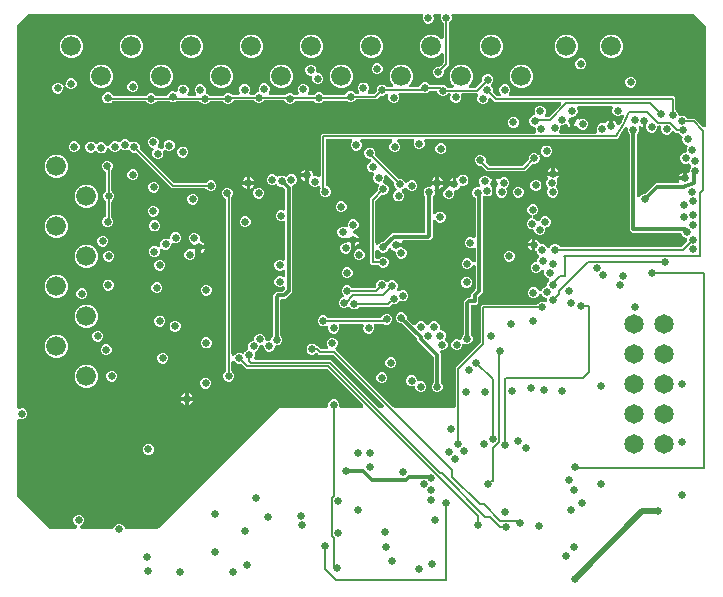
<source format=gbr>
G04 EAGLE Gerber RS-274X export*
G75*
%MOMM*%
%FSLAX34Y34*%
%LPD*%
%INCopper Layer 15*%
%IPPOS*%
%AMOC8*
5,1,8,0,0,1.08239X$1,22.5*%
G01*
%ADD10C,1.676400*%
%ADD11C,1.650000*%
%ADD12C,0.631000*%
%ADD13C,0.304800*%
%ADD14C,0.508000*%
%ADD15C,0.152400*%

G36*
X-555056Y112275D02*
X-555056Y112275D01*
X-555005Y112272D01*
X-554883Y112294D01*
X-554760Y112309D01*
X-554712Y112326D01*
X-554663Y112335D01*
X-554549Y112384D01*
X-554432Y112426D01*
X-554389Y112453D01*
X-554343Y112474D01*
X-554243Y112548D01*
X-554139Y112615D01*
X-554104Y112651D01*
X-554063Y112681D01*
X-553983Y112776D01*
X-553897Y112866D01*
X-553871Y112909D01*
X-553838Y112947D01*
X-553781Y113058D01*
X-553718Y113165D01*
X-553702Y113213D01*
X-553679Y113258D01*
X-553649Y113378D01*
X-553611Y113497D01*
X-553607Y113547D01*
X-553595Y113596D01*
X-553593Y113720D01*
X-553583Y113844D01*
X-553591Y113894D01*
X-553590Y113944D01*
X-553617Y114066D01*
X-553635Y114189D01*
X-553654Y114236D01*
X-553665Y114285D01*
X-553718Y114397D01*
X-553764Y114513D01*
X-553793Y114554D01*
X-553814Y114600D01*
X-553892Y114697D01*
X-553963Y114799D01*
X-554000Y114833D01*
X-554032Y114872D01*
X-554129Y114949D01*
X-554222Y115032D01*
X-554266Y115057D01*
X-554305Y115088D01*
X-554523Y115199D01*
X-555087Y115433D01*
X-556397Y116743D01*
X-557106Y118454D01*
X-557106Y120306D01*
X-556397Y122017D01*
X-555087Y123327D01*
X-553376Y124036D01*
X-551524Y124036D01*
X-549813Y123327D01*
X-548503Y122017D01*
X-547794Y120306D01*
X-547794Y118454D01*
X-548503Y116743D01*
X-549813Y115433D01*
X-550377Y115199D01*
X-550421Y115175D01*
X-550468Y115158D01*
X-550573Y115090D01*
X-550682Y115030D01*
X-550719Y114996D01*
X-550761Y114969D01*
X-550848Y114879D01*
X-550940Y114796D01*
X-550968Y114754D01*
X-551003Y114718D01*
X-551067Y114611D01*
X-551138Y114509D01*
X-551156Y114462D01*
X-551182Y114419D01*
X-551220Y114301D01*
X-551266Y114185D01*
X-551273Y114135D01*
X-551289Y114087D01*
X-551299Y113963D01*
X-551317Y113840D01*
X-551312Y113790D01*
X-551317Y113740D01*
X-551298Y113617D01*
X-551288Y113493D01*
X-551272Y113445D01*
X-551265Y113395D01*
X-551219Y113279D01*
X-551181Y113161D01*
X-551155Y113118D01*
X-551136Y113071D01*
X-551065Y112969D01*
X-551001Y112863D01*
X-550966Y112826D01*
X-550937Y112785D01*
X-550845Y112702D01*
X-550758Y112613D01*
X-550716Y112585D01*
X-550678Y112552D01*
X-550569Y112491D01*
X-550465Y112424D01*
X-550418Y112408D01*
X-550373Y112383D01*
X-550254Y112349D01*
X-550136Y112308D01*
X-550087Y112302D01*
X-550038Y112288D01*
X-549794Y112269D01*
X-524006Y112269D01*
X-523931Y112278D01*
X-523854Y112276D01*
X-523758Y112297D01*
X-523660Y112309D01*
X-523588Y112334D01*
X-523514Y112351D01*
X-523425Y112393D01*
X-523332Y112426D01*
X-523268Y112468D01*
X-523199Y112500D01*
X-523122Y112562D01*
X-523039Y112615D01*
X-522986Y112670D01*
X-522926Y112718D01*
X-522866Y112795D01*
X-522797Y112866D01*
X-522758Y112931D01*
X-522711Y112991D01*
X-522642Y113125D01*
X-522618Y113165D01*
X-522612Y113183D01*
X-522599Y113209D01*
X-522107Y114397D01*
X-520797Y115707D01*
X-519086Y116416D01*
X-517234Y116416D01*
X-515523Y115707D01*
X-514213Y114397D01*
X-513721Y113209D01*
X-513684Y113142D01*
X-513656Y113071D01*
X-513599Y112991D01*
X-513552Y112904D01*
X-513500Y112848D01*
X-513457Y112785D01*
X-513384Y112719D01*
X-513317Y112646D01*
X-513255Y112603D01*
X-513198Y112552D01*
X-513112Y112504D01*
X-513031Y112448D01*
X-512960Y112420D01*
X-512893Y112383D01*
X-512798Y112356D01*
X-512707Y112320D01*
X-512631Y112309D01*
X-512557Y112288D01*
X-512409Y112276D01*
X-512362Y112270D01*
X-512343Y112271D01*
X-512314Y112269D01*
X-485902Y112269D01*
X-485776Y112283D01*
X-485650Y112290D01*
X-485604Y112303D01*
X-485556Y112309D01*
X-485437Y112351D01*
X-485315Y112386D01*
X-485273Y112410D01*
X-485228Y112426D01*
X-485121Y112495D01*
X-485011Y112556D01*
X-484965Y112596D01*
X-484935Y112615D01*
X-484901Y112650D01*
X-484825Y112715D01*
X-382909Y214631D01*
X-342729Y214631D01*
X-342703Y214634D01*
X-342677Y214632D01*
X-342530Y214654D01*
X-342383Y214671D01*
X-342358Y214679D01*
X-342332Y214683D01*
X-342194Y214738D01*
X-342055Y214788D01*
X-342033Y214802D01*
X-342008Y214812D01*
X-341887Y214897D01*
X-341762Y214977D01*
X-341744Y214996D01*
X-341722Y215011D01*
X-341623Y215121D01*
X-341520Y215228D01*
X-341506Y215250D01*
X-341489Y215270D01*
X-341417Y215400D01*
X-341341Y215527D01*
X-341333Y215552D01*
X-341320Y215575D01*
X-341280Y215718D01*
X-341235Y215859D01*
X-341233Y215885D01*
X-341225Y215910D01*
X-341206Y216154D01*
X-341206Y218096D01*
X-340497Y219807D01*
X-339187Y221117D01*
X-337476Y221826D01*
X-335624Y221826D01*
X-333913Y221117D01*
X-332603Y219807D01*
X-331894Y218096D01*
X-331894Y216154D01*
X-331891Y216128D01*
X-331893Y216102D01*
X-331871Y215955D01*
X-331854Y215808D01*
X-331846Y215783D01*
X-331842Y215757D01*
X-331787Y215619D01*
X-331737Y215480D01*
X-331723Y215458D01*
X-331713Y215433D01*
X-331628Y215312D01*
X-331548Y215187D01*
X-331529Y215169D01*
X-331514Y215147D01*
X-331404Y215048D01*
X-331297Y214945D01*
X-331275Y214931D01*
X-331255Y214914D01*
X-331125Y214842D01*
X-330998Y214766D01*
X-330973Y214758D01*
X-330950Y214745D01*
X-330807Y214705D01*
X-330666Y214660D01*
X-330640Y214658D01*
X-330615Y214650D01*
X-330371Y214631D01*
X-312948Y214631D01*
X-312848Y214642D01*
X-312748Y214644D01*
X-312676Y214662D01*
X-312602Y214671D01*
X-312507Y214704D01*
X-312410Y214729D01*
X-312344Y214763D01*
X-312274Y214788D01*
X-312189Y214843D01*
X-312100Y214889D01*
X-312044Y214937D01*
X-311981Y214977D01*
X-311911Y215049D01*
X-311835Y215114D01*
X-311791Y215174D01*
X-311739Y215228D01*
X-311687Y215314D01*
X-311628Y215395D01*
X-311598Y215463D01*
X-311560Y215527D01*
X-311529Y215623D01*
X-311490Y215715D01*
X-311476Y215788D01*
X-311454Y215859D01*
X-311446Y215959D01*
X-311428Y216058D01*
X-311432Y216132D01*
X-311426Y216206D01*
X-311441Y216306D01*
X-311446Y216406D01*
X-311466Y216477D01*
X-311478Y216551D01*
X-311515Y216644D01*
X-311542Y216741D01*
X-311579Y216806D01*
X-311606Y216875D01*
X-311664Y216957D01*
X-311713Y217045D01*
X-311778Y217121D01*
X-311805Y217161D01*
X-311832Y217185D01*
X-311871Y217231D01*
X-341784Y247144D01*
X-341883Y247223D01*
X-341977Y247307D01*
X-342019Y247331D01*
X-342057Y247361D01*
X-342171Y247415D01*
X-342282Y247476D01*
X-342329Y247489D01*
X-342372Y247510D01*
X-342496Y247536D01*
X-342617Y247571D01*
X-342678Y247576D01*
X-342713Y247583D01*
X-342761Y247582D01*
X-342861Y247590D01*
X-410810Y247590D01*
X-414658Y251438D01*
X-414757Y251517D01*
X-414851Y251601D01*
X-414893Y251625D01*
X-414931Y251655D01*
X-415045Y251709D01*
X-415156Y251770D01*
X-415203Y251783D01*
X-415246Y251804D01*
X-415370Y251830D01*
X-415491Y251865D01*
X-415552Y251870D01*
X-415587Y251877D01*
X-415635Y251876D01*
X-415735Y251884D01*
X-417486Y251884D01*
X-419197Y252593D01*
X-420587Y253983D01*
X-420666Y254045D01*
X-420738Y254115D01*
X-420802Y254153D01*
X-420860Y254199D01*
X-420951Y254242D01*
X-421037Y254294D01*
X-421108Y254316D01*
X-421175Y254348D01*
X-421273Y254369D01*
X-421369Y254400D01*
X-421443Y254406D01*
X-421516Y254422D01*
X-421616Y254420D01*
X-421716Y254428D01*
X-421790Y254417D01*
X-421864Y254416D01*
X-421961Y254391D01*
X-422061Y254376D01*
X-422130Y254349D01*
X-422202Y254331D01*
X-422291Y254285D01*
X-422385Y254248D01*
X-422446Y254205D01*
X-422512Y254171D01*
X-422588Y254106D01*
X-422671Y254049D01*
X-422721Y253993D01*
X-422777Y253945D01*
X-422837Y253864D01*
X-422904Y253790D01*
X-422940Y253725D01*
X-422985Y253665D01*
X-423024Y253573D01*
X-423073Y253485D01*
X-423093Y253413D01*
X-423123Y253345D01*
X-423140Y253246D01*
X-423168Y253149D01*
X-423176Y253049D01*
X-423184Y253002D01*
X-423182Y252966D01*
X-423187Y252906D01*
X-423187Y246252D01*
X-423173Y246127D01*
X-423166Y246001D01*
X-423153Y245954D01*
X-423147Y245906D01*
X-423105Y245787D01*
X-423070Y245666D01*
X-423046Y245624D01*
X-423030Y245578D01*
X-422961Y245472D01*
X-422900Y245362D01*
X-422860Y245315D01*
X-422841Y245285D01*
X-422806Y245252D01*
X-422741Y245175D01*
X-421503Y243937D01*
X-420794Y242226D01*
X-420794Y240374D01*
X-421503Y238663D01*
X-422813Y237353D01*
X-424524Y236644D01*
X-426376Y236644D01*
X-428087Y237353D01*
X-429397Y238663D01*
X-430106Y240374D01*
X-430106Y242226D01*
X-429397Y243937D01*
X-428159Y245175D01*
X-428080Y245274D01*
X-427996Y245368D01*
X-427972Y245411D01*
X-427942Y245448D01*
X-427888Y245563D01*
X-427827Y245673D01*
X-427814Y245720D01*
X-427793Y245763D01*
X-427767Y245887D01*
X-427732Y246009D01*
X-427727Y246069D01*
X-427720Y246104D01*
X-427721Y246152D01*
X-427713Y246252D01*
X-427713Y390594D01*
X-427721Y390670D01*
X-427720Y390746D01*
X-427741Y390843D01*
X-427753Y390940D01*
X-427778Y391012D01*
X-427795Y391087D01*
X-427837Y391176D01*
X-427870Y391268D01*
X-427912Y391333D01*
X-427944Y391402D01*
X-428006Y391478D01*
X-428059Y391561D01*
X-428114Y391614D01*
X-428162Y391674D01*
X-428239Y391735D01*
X-428310Y391803D01*
X-428375Y391843D01*
X-428435Y391890D01*
X-428568Y391958D01*
X-428609Y391982D01*
X-428627Y391988D01*
X-428653Y392001D01*
X-429357Y392293D01*
X-430667Y393603D01*
X-431376Y395314D01*
X-431376Y397166D01*
X-430667Y398877D01*
X-429357Y400187D01*
X-427646Y400896D01*
X-425794Y400896D01*
X-424083Y400187D01*
X-422773Y398877D01*
X-422064Y397166D01*
X-422064Y395314D01*
X-422780Y393585D01*
X-422820Y393536D01*
X-422904Y393442D01*
X-422928Y393399D01*
X-422958Y393362D01*
X-423012Y393247D01*
X-423073Y393137D01*
X-423086Y393090D01*
X-423107Y393047D01*
X-423133Y392923D01*
X-423139Y392901D01*
X-423158Y392842D01*
X-423159Y392831D01*
X-423168Y392801D01*
X-423173Y392741D01*
X-423180Y392706D01*
X-423179Y392658D01*
X-423187Y392558D01*
X-423187Y260174D01*
X-423176Y260075D01*
X-423174Y259974D01*
X-423156Y259902D01*
X-423147Y259828D01*
X-423114Y259734D01*
X-423089Y259636D01*
X-423055Y259570D01*
X-423030Y259500D01*
X-422975Y259416D01*
X-422929Y259326D01*
X-422881Y259270D01*
X-422841Y259207D01*
X-422769Y259137D01*
X-422704Y259061D01*
X-422644Y259017D01*
X-422590Y258965D01*
X-422504Y258914D01*
X-422423Y258854D01*
X-422355Y258824D01*
X-422291Y258786D01*
X-422195Y258756D01*
X-422103Y258716D01*
X-422030Y258703D01*
X-421959Y258680D01*
X-421859Y258672D01*
X-421760Y258654D01*
X-421686Y258658D01*
X-421612Y258652D01*
X-421512Y258667D01*
X-421412Y258672D01*
X-421341Y258693D01*
X-421267Y258704D01*
X-421174Y258741D01*
X-421077Y258769D01*
X-421012Y258805D01*
X-420943Y258832D01*
X-420861Y258890D01*
X-420773Y258939D01*
X-420697Y259004D01*
X-420657Y259031D01*
X-420633Y259058D01*
X-420587Y259097D01*
X-419197Y260487D01*
X-417486Y261196D01*
X-415634Y261196D01*
X-414149Y260581D01*
X-414124Y260574D01*
X-414101Y260562D01*
X-413957Y260526D01*
X-413814Y260485D01*
X-413788Y260484D01*
X-413763Y260478D01*
X-413615Y260475D01*
X-413466Y260468D01*
X-413440Y260473D01*
X-413414Y260473D01*
X-413269Y260504D01*
X-413123Y260531D01*
X-413099Y260541D01*
X-413074Y260547D01*
X-412939Y260611D01*
X-412804Y260670D01*
X-412783Y260685D01*
X-412759Y260697D01*
X-412643Y260789D01*
X-412524Y260877D01*
X-412507Y260898D01*
X-412486Y260914D01*
X-412395Y261030D01*
X-412299Y261144D01*
X-412287Y261167D01*
X-412271Y261188D01*
X-412159Y261405D01*
X-412030Y261717D01*
X-410720Y263027D01*
X-409695Y263451D01*
X-409673Y263464D01*
X-409648Y263472D01*
X-409521Y263549D01*
X-409391Y263621D01*
X-409371Y263638D01*
X-409349Y263652D01*
X-409243Y263755D01*
X-409133Y263855D01*
X-409118Y263876D01*
X-409099Y263895D01*
X-409019Y264020D01*
X-408935Y264142D01*
X-408925Y264166D01*
X-408911Y264188D01*
X-408861Y264328D01*
X-408807Y264466D01*
X-408803Y264492D01*
X-408794Y264516D01*
X-408778Y264664D01*
X-408756Y264811D01*
X-408758Y264837D01*
X-408755Y264863D01*
X-408772Y265010D01*
X-408785Y265158D01*
X-408793Y265183D01*
X-408796Y265209D01*
X-408871Y265442D01*
X-409009Y265774D01*
X-409009Y267626D01*
X-408300Y269337D01*
X-406990Y270647D01*
X-405263Y271363D01*
X-405155Y271379D01*
X-405008Y271396D01*
X-404983Y271404D01*
X-404957Y271408D01*
X-404820Y271463D01*
X-404680Y271513D01*
X-404658Y271527D01*
X-404633Y271537D01*
X-404512Y271622D01*
X-404387Y271702D01*
X-404369Y271721D01*
X-404347Y271736D01*
X-404248Y271846D01*
X-404145Y271953D01*
X-404131Y271975D01*
X-404114Y271995D01*
X-404042Y272125D01*
X-403966Y272252D01*
X-403958Y272277D01*
X-403945Y272300D01*
X-403905Y272443D01*
X-403860Y272584D01*
X-403858Y272610D01*
X-403851Y272635D01*
X-403831Y272879D01*
X-403831Y273493D01*
X-403122Y275205D01*
X-401812Y276514D01*
X-400101Y277223D01*
X-398249Y277223D01*
X-396538Y276514D01*
X-395228Y275205D01*
X-394519Y273493D01*
X-394519Y272627D01*
X-394502Y272478D01*
X-394490Y272328D01*
X-394482Y272305D01*
X-394480Y272281D01*
X-394429Y272139D01*
X-394383Y271997D01*
X-394370Y271976D01*
X-394362Y271953D01*
X-394280Y271826D01*
X-394203Y271698D01*
X-394186Y271681D01*
X-394173Y271660D01*
X-394065Y271556D01*
X-393960Y271448D01*
X-393940Y271435D01*
X-393922Y271418D01*
X-393793Y271341D01*
X-393667Y271260D01*
X-393644Y271252D01*
X-393623Y271239D01*
X-393481Y271194D01*
X-393338Y271143D01*
X-393314Y271140D01*
X-393291Y271133D01*
X-393142Y271121D01*
X-392992Y271104D01*
X-392968Y271107D01*
X-392944Y271105D01*
X-392795Y271127D01*
X-392646Y271145D01*
X-392618Y271154D01*
X-392599Y271157D01*
X-392555Y271174D01*
X-392413Y271220D01*
X-392086Y271356D01*
X-391040Y271356D01*
X-391014Y271359D01*
X-390988Y271357D01*
X-390841Y271379D01*
X-390694Y271396D01*
X-390669Y271404D01*
X-390643Y271408D01*
X-390505Y271463D01*
X-390366Y271513D01*
X-390344Y271527D01*
X-390319Y271537D01*
X-390198Y271622D01*
X-390073Y271702D01*
X-390055Y271721D01*
X-390033Y271736D01*
X-389934Y271846D01*
X-389831Y271953D01*
X-389817Y271975D01*
X-389800Y271995D01*
X-389728Y272125D01*
X-389652Y272252D01*
X-389644Y272277D01*
X-389631Y272300D01*
X-389591Y272443D01*
X-389546Y272584D01*
X-389544Y272610D01*
X-389536Y272635D01*
X-389517Y272879D01*
X-389517Y273034D01*
X-388808Y274745D01*
X-388332Y275221D01*
X-388253Y275320D01*
X-388169Y275414D01*
X-388145Y275456D01*
X-388115Y275494D01*
X-388061Y275608D01*
X-388000Y275719D01*
X-387987Y275766D01*
X-387966Y275809D01*
X-387940Y275933D01*
X-387905Y276054D01*
X-387900Y276115D01*
X-387893Y276150D01*
X-387894Y276198D01*
X-387886Y276298D01*
X-387886Y309812D01*
X-384793Y312905D01*
X-380344Y312905D01*
X-380219Y312919D01*
X-380092Y312926D01*
X-380046Y312939D01*
X-379998Y312945D01*
X-379879Y312987D01*
X-379757Y313022D01*
X-379715Y313046D01*
X-379670Y313062D01*
X-379563Y313131D01*
X-379453Y313192D01*
X-379407Y313232D01*
X-379377Y313251D01*
X-379343Y313286D01*
X-379267Y313351D01*
X-378121Y314497D01*
X-378042Y314596D01*
X-377958Y314690D01*
X-377934Y314732D01*
X-377904Y314770D01*
X-377850Y314884D01*
X-377789Y314995D01*
X-377776Y315041D01*
X-377755Y315085D01*
X-377729Y315208D01*
X-377694Y315330D01*
X-377689Y315391D01*
X-377682Y315426D01*
X-377683Y315474D01*
X-377675Y315574D01*
X-377675Y315894D01*
X-377692Y316043D01*
X-377704Y316194D01*
X-377712Y316217D01*
X-377715Y316241D01*
X-377765Y316382D01*
X-377811Y316525D01*
X-377824Y316546D01*
X-377832Y316569D01*
X-377914Y316695D01*
X-377991Y316824D01*
X-378008Y316841D01*
X-378021Y316862D01*
X-378130Y316966D01*
X-378234Y317074D01*
X-378254Y317087D01*
X-378272Y317104D01*
X-378401Y317181D01*
X-378527Y317262D01*
X-378550Y317270D01*
X-378571Y317283D01*
X-378714Y317328D01*
X-378856Y317379D01*
X-378880Y317381D01*
X-378903Y317389D01*
X-379052Y317401D01*
X-379202Y317418D01*
X-379226Y317415D01*
X-379250Y317417D01*
X-379399Y317394D01*
X-379548Y317377D01*
X-379576Y317368D01*
X-379595Y317365D01*
X-379639Y317348D01*
X-379781Y317302D01*
X-381344Y316654D01*
X-383196Y316654D01*
X-384907Y317363D01*
X-386217Y318673D01*
X-386926Y320384D01*
X-386926Y322236D01*
X-386217Y323947D01*
X-384907Y325257D01*
X-383196Y325966D01*
X-381344Y325966D01*
X-379781Y325318D01*
X-379636Y325277D01*
X-379493Y325231D01*
X-379469Y325229D01*
X-379446Y325223D01*
X-379295Y325215D01*
X-379146Y325203D01*
X-379122Y325207D01*
X-379098Y325206D01*
X-378950Y325233D01*
X-378801Y325255D01*
X-378779Y325264D01*
X-378755Y325268D01*
X-378617Y325328D01*
X-378477Y325384D01*
X-378457Y325397D01*
X-378435Y325407D01*
X-378314Y325497D01*
X-378191Y325583D01*
X-378175Y325601D01*
X-378155Y325615D01*
X-378058Y325730D01*
X-377958Y325841D01*
X-377946Y325863D01*
X-377930Y325881D01*
X-377862Y326015D01*
X-377789Y326146D01*
X-377783Y326170D01*
X-377772Y326191D01*
X-377735Y326337D01*
X-377694Y326482D01*
X-377692Y326511D01*
X-377687Y326529D01*
X-377687Y326576D01*
X-377675Y326726D01*
X-377675Y329864D01*
X-377692Y330013D01*
X-377704Y330164D01*
X-377712Y330187D01*
X-377715Y330211D01*
X-377765Y330352D01*
X-377811Y330495D01*
X-377824Y330516D01*
X-377832Y330539D01*
X-377914Y330665D01*
X-377991Y330794D01*
X-378008Y330811D01*
X-378021Y330832D01*
X-378130Y330936D01*
X-378234Y331044D01*
X-378254Y331057D01*
X-378272Y331074D01*
X-378401Y331151D01*
X-378527Y331232D01*
X-378550Y331240D01*
X-378571Y331253D01*
X-378714Y331298D01*
X-378856Y331349D01*
X-378880Y331351D01*
X-378903Y331359D01*
X-379052Y331371D01*
X-379202Y331388D01*
X-379226Y331385D01*
X-379250Y331387D01*
X-379399Y331364D01*
X-379548Y331347D01*
X-379576Y331338D01*
X-379595Y331335D01*
X-379639Y331318D01*
X-379781Y331272D01*
X-381344Y330624D01*
X-383196Y330624D01*
X-384907Y331333D01*
X-386217Y332643D01*
X-386926Y334354D01*
X-386926Y336206D01*
X-386217Y337917D01*
X-384907Y339227D01*
X-383196Y339936D01*
X-381344Y339936D01*
X-379781Y339288D01*
X-379636Y339247D01*
X-379493Y339201D01*
X-379469Y339199D01*
X-379446Y339193D01*
X-379295Y339185D01*
X-379146Y339173D01*
X-379122Y339177D01*
X-379098Y339176D01*
X-378950Y339203D01*
X-378801Y339225D01*
X-378779Y339234D01*
X-378755Y339238D01*
X-378617Y339298D01*
X-378477Y339354D01*
X-378457Y339367D01*
X-378435Y339377D01*
X-378314Y339467D01*
X-378191Y339553D01*
X-378175Y339571D01*
X-378155Y339585D01*
X-378058Y339700D01*
X-377958Y339811D01*
X-377946Y339833D01*
X-377930Y339851D01*
X-377862Y339985D01*
X-377789Y340116D01*
X-377783Y340140D01*
X-377772Y340161D01*
X-377735Y340307D01*
X-377694Y340452D01*
X-377692Y340481D01*
X-377687Y340499D01*
X-377687Y340546D01*
X-377675Y340696D01*
X-377675Y371248D01*
X-377676Y371263D01*
X-377676Y371273D01*
X-377684Y371331D01*
X-377692Y371398D01*
X-377704Y371548D01*
X-377712Y371571D01*
X-377715Y371595D01*
X-377765Y371736D01*
X-377812Y371879D01*
X-377824Y371900D01*
X-377832Y371923D01*
X-377914Y372049D01*
X-377991Y372178D01*
X-378008Y372195D01*
X-378021Y372215D01*
X-378129Y372320D01*
X-378234Y372428D01*
X-378254Y372441D01*
X-378272Y372458D01*
X-378401Y372535D01*
X-378527Y372616D01*
X-378550Y372624D01*
X-378571Y372637D01*
X-378714Y372682D01*
X-378856Y372733D01*
X-378880Y372735D01*
X-378903Y372743D01*
X-379052Y372755D01*
X-379202Y372772D01*
X-379226Y372769D01*
X-379250Y372771D01*
X-379399Y372748D01*
X-379548Y372731D01*
X-379576Y372722D01*
X-379595Y372719D01*
X-379639Y372702D01*
X-379781Y372656D01*
X-380074Y372534D01*
X-381926Y372534D01*
X-383637Y373243D01*
X-384947Y374553D01*
X-385656Y376264D01*
X-385656Y378116D01*
X-384947Y379827D01*
X-383637Y381137D01*
X-381926Y381846D01*
X-380074Y381846D01*
X-379781Y381724D01*
X-379636Y381683D01*
X-379493Y381637D01*
X-379469Y381635D01*
X-379446Y381629D01*
X-379296Y381621D01*
X-379146Y381609D01*
X-379122Y381613D01*
X-379098Y381612D01*
X-378950Y381639D01*
X-378801Y381661D01*
X-378779Y381670D01*
X-378755Y381674D01*
X-378617Y381734D01*
X-378477Y381790D01*
X-378457Y381803D01*
X-378435Y381813D01*
X-378314Y381903D01*
X-378191Y381989D01*
X-378175Y382007D01*
X-378156Y382021D01*
X-378058Y382136D01*
X-377958Y382247D01*
X-377946Y382269D01*
X-377930Y382287D01*
X-377862Y382421D01*
X-377789Y382552D01*
X-377783Y382576D01*
X-377772Y382597D01*
X-377735Y382743D01*
X-377694Y382888D01*
X-377692Y382917D01*
X-377687Y382935D01*
X-377687Y382983D01*
X-377675Y383132D01*
X-377675Y398554D01*
X-377689Y398680D01*
X-377696Y398806D01*
X-377709Y398852D01*
X-377715Y398900D01*
X-377757Y399019D01*
X-377792Y399141D01*
X-377816Y399183D01*
X-377832Y399229D01*
X-377901Y399335D01*
X-377962Y399445D01*
X-378002Y399491D01*
X-378021Y399521D01*
X-378056Y399555D01*
X-378121Y399631D01*
X-379935Y401445D01*
X-380034Y401524D01*
X-380128Y401608D01*
X-380170Y401632D01*
X-380208Y401662D01*
X-380322Y401716D01*
X-380433Y401777D01*
X-380479Y401790D01*
X-380523Y401811D01*
X-380646Y401837D01*
X-380768Y401872D01*
X-380829Y401877D01*
X-380864Y401884D01*
X-380912Y401883D01*
X-381012Y401891D01*
X-381685Y401891D01*
X-383396Y402600D01*
X-384228Y403432D01*
X-384288Y403480D01*
X-384341Y403534D01*
X-384424Y403587D01*
X-384501Y403649D01*
X-384570Y403681D01*
X-384635Y403723D01*
X-384727Y403756D01*
X-384816Y403798D01*
X-384891Y403814D01*
X-384963Y403839D01*
X-385061Y403850D01*
X-385157Y403871D01*
X-385233Y403870D01*
X-385309Y403878D01*
X-385407Y403867D01*
X-385505Y403865D01*
X-385580Y403846D01*
X-385655Y403837D01*
X-385797Y403792D01*
X-385843Y403780D01*
X-385860Y403771D01*
X-385888Y403762D01*
X-387694Y403014D01*
X-389546Y403014D01*
X-391257Y403723D01*
X-392567Y405033D01*
X-393276Y406744D01*
X-393276Y408596D01*
X-392567Y410307D01*
X-391257Y411617D01*
X-389546Y412326D01*
X-387694Y412326D01*
X-385983Y411617D01*
X-385151Y410785D01*
X-385091Y410737D01*
X-385038Y410683D01*
X-384955Y410630D01*
X-384878Y410568D01*
X-384809Y410536D01*
X-384744Y410494D01*
X-384652Y410462D01*
X-384563Y410419D01*
X-384488Y410403D01*
X-384416Y410378D01*
X-384318Y410367D01*
X-384222Y410346D01*
X-384146Y410347D01*
X-384070Y410339D01*
X-383972Y410350D01*
X-383874Y410352D01*
X-383799Y410371D01*
X-383724Y410380D01*
X-383582Y410426D01*
X-383536Y410437D01*
X-383519Y410446D01*
X-383491Y410455D01*
X-381685Y411203D01*
X-379833Y411203D01*
X-378070Y410473D01*
X-378062Y410466D01*
X-377946Y410374D01*
X-377922Y410363D01*
X-377901Y410347D01*
X-377765Y410289D01*
X-377631Y410225D01*
X-377605Y410220D01*
X-377581Y410209D01*
X-377435Y410183D01*
X-377290Y410152D01*
X-377264Y410152D01*
X-377238Y410148D01*
X-377090Y410155D01*
X-376942Y410158D01*
X-376916Y410164D01*
X-376890Y410166D01*
X-376747Y410207D01*
X-376604Y410243D01*
X-376580Y410255D01*
X-376555Y410262D01*
X-376426Y410334D01*
X-376294Y410402D01*
X-376274Y410419D01*
X-376251Y410432D01*
X-376064Y410591D01*
X-375038Y411617D01*
X-373327Y412326D01*
X-371475Y412326D01*
X-369764Y411617D01*
X-368454Y410307D01*
X-367745Y408596D01*
X-367745Y406744D01*
X-368454Y405033D01*
X-369764Y403723D01*
X-370685Y403342D01*
X-370752Y403304D01*
X-370823Y403276D01*
X-370903Y403220D01*
X-370990Y403172D01*
X-371046Y403121D01*
X-371109Y403077D01*
X-371175Y403004D01*
X-371248Y402938D01*
X-371291Y402875D01*
X-371342Y402818D01*
X-371390Y402732D01*
X-371446Y402651D01*
X-371474Y402580D01*
X-371511Y402513D01*
X-371538Y402419D01*
X-371574Y402327D01*
X-371585Y402252D01*
X-371606Y402178D01*
X-371618Y402029D01*
X-371625Y401982D01*
X-371623Y401963D01*
X-371625Y401934D01*
X-371625Y312437D01*
X-373843Y310219D01*
X-374989Y309073D01*
X-377207Y306855D01*
X-380313Y306855D01*
X-380339Y306852D01*
X-380365Y306854D01*
X-380512Y306832D01*
X-380659Y306815D01*
X-380684Y306807D01*
X-380710Y306803D01*
X-380848Y306748D01*
X-380987Y306698D01*
X-381009Y306684D01*
X-381034Y306674D01*
X-381156Y306589D01*
X-381280Y306509D01*
X-381298Y306490D01*
X-381320Y306475D01*
X-381419Y306365D01*
X-381522Y306258D01*
X-381536Y306236D01*
X-381553Y306216D01*
X-381625Y306086D01*
X-381701Y305959D01*
X-381709Y305934D01*
X-381722Y305911D01*
X-381762Y305768D01*
X-381807Y305627D01*
X-381809Y305601D01*
X-381817Y305576D01*
X-381836Y305332D01*
X-381836Y276298D01*
X-381822Y276173D01*
X-381815Y276046D01*
X-381802Y276000D01*
X-381796Y275952D01*
X-381754Y275833D01*
X-381719Y275712D01*
X-381695Y275669D01*
X-381679Y275624D01*
X-381610Y275518D01*
X-381549Y275407D01*
X-381509Y275361D01*
X-381490Y275331D01*
X-381455Y275298D01*
X-381390Y275221D01*
X-380914Y274745D01*
X-380205Y273034D01*
X-380205Y271182D01*
X-380914Y269471D01*
X-382224Y268161D01*
X-383935Y267452D01*
X-384981Y267452D01*
X-385007Y267449D01*
X-385033Y267451D01*
X-385180Y267429D01*
X-385327Y267412D01*
X-385352Y267403D01*
X-385378Y267399D01*
X-385516Y267345D01*
X-385655Y267295D01*
X-385677Y267280D01*
X-385702Y267271D01*
X-385823Y267186D01*
X-385948Y267106D01*
X-385966Y267087D01*
X-385988Y267072D01*
X-386087Y266962D01*
X-386190Y266855D01*
X-386204Y266832D01*
X-386221Y266813D01*
X-386293Y266683D01*
X-386369Y266556D01*
X-386377Y266531D01*
X-386390Y266508D01*
X-386430Y266365D01*
X-386475Y266224D01*
X-386477Y266198D01*
X-386485Y266173D01*
X-386504Y265929D01*
X-386504Y265774D01*
X-387213Y264063D01*
X-388523Y262753D01*
X-390234Y262044D01*
X-392086Y262044D01*
X-393797Y262753D01*
X-395107Y264063D01*
X-395816Y265774D01*
X-395816Y266640D01*
X-395833Y266789D01*
X-395845Y266939D01*
X-395853Y266962D01*
X-395856Y266986D01*
X-395906Y267128D01*
X-395953Y267271D01*
X-395965Y267291D01*
X-395973Y267314D01*
X-396055Y267441D01*
X-396132Y267569D01*
X-396149Y267587D01*
X-396162Y267607D01*
X-396270Y267712D01*
X-396375Y267819D01*
X-396395Y267832D01*
X-396413Y267849D01*
X-396542Y267926D01*
X-396668Y268007D01*
X-396691Y268016D01*
X-396712Y268028D01*
X-396855Y268074D01*
X-396997Y268124D01*
X-397021Y268127D01*
X-397044Y268134D01*
X-397193Y268146D01*
X-397343Y268163D01*
X-397367Y268160D01*
X-397391Y268162D01*
X-397540Y268140D01*
X-397689Y268122D01*
X-397717Y268113D01*
X-397736Y268110D01*
X-397780Y268093D01*
X-397922Y268047D01*
X-398266Y267905D01*
X-398373Y267889D01*
X-398520Y267872D01*
X-398545Y267863D01*
X-398571Y267859D01*
X-398709Y267804D01*
X-398848Y267754D01*
X-398870Y267740D01*
X-398895Y267730D01*
X-399016Y267646D01*
X-399141Y267565D01*
X-399159Y267546D01*
X-399181Y267531D01*
X-399280Y267421D01*
X-399383Y267314D01*
X-399397Y267292D01*
X-399414Y267272D01*
X-399486Y267143D01*
X-399562Y267015D01*
X-399570Y266990D01*
X-399583Y266967D01*
X-399623Y266825D01*
X-399668Y266683D01*
X-399670Y266657D01*
X-399678Y266632D01*
X-399697Y266388D01*
X-399697Y265774D01*
X-400406Y264063D01*
X-401716Y262753D01*
X-402741Y262329D01*
X-402763Y262316D01*
X-402788Y262308D01*
X-402915Y262231D01*
X-403045Y262159D01*
X-403065Y262142D01*
X-403087Y262128D01*
X-403194Y262025D01*
X-403303Y261925D01*
X-403318Y261904D01*
X-403337Y261885D01*
X-403417Y261760D01*
X-403501Y261638D01*
X-403511Y261614D01*
X-403525Y261592D01*
X-403575Y261452D01*
X-403629Y261314D01*
X-403633Y261288D01*
X-403642Y261264D01*
X-403658Y261116D01*
X-403680Y260969D01*
X-403678Y260943D01*
X-403681Y260917D01*
X-403664Y260770D01*
X-403651Y260622D01*
X-403643Y260597D01*
X-403640Y260571D01*
X-403565Y260338D01*
X-403427Y260006D01*
X-403427Y258154D01*
X-403803Y257246D01*
X-403845Y257101D01*
X-403890Y256958D01*
X-403892Y256934D01*
X-403899Y256911D01*
X-403906Y256760D01*
X-403918Y256611D01*
X-403915Y256587D01*
X-403916Y256563D01*
X-403889Y256415D01*
X-403867Y256266D01*
X-403858Y256244D01*
X-403853Y256220D01*
X-403793Y256082D01*
X-403738Y255942D01*
X-403724Y255922D01*
X-403715Y255900D01*
X-403625Y255779D01*
X-403539Y255656D01*
X-403521Y255640D01*
X-403507Y255620D01*
X-403392Y255523D01*
X-403280Y255423D01*
X-403259Y255411D01*
X-403241Y255395D01*
X-403107Y255327D01*
X-402975Y255254D01*
X-402952Y255248D01*
X-402930Y255237D01*
X-402785Y255200D01*
X-402640Y255159D01*
X-402611Y255157D01*
X-402592Y255152D01*
X-402545Y255152D01*
X-402396Y255140D01*
X-339103Y255140D01*
X-299040Y215077D01*
X-298941Y214998D01*
X-298847Y214914D01*
X-298805Y214890D01*
X-298767Y214860D01*
X-298653Y214806D01*
X-298542Y214745D01*
X-298496Y214732D01*
X-298452Y214711D01*
X-298329Y214685D01*
X-298207Y214650D01*
X-298146Y214646D01*
X-298111Y214638D01*
X-298063Y214639D01*
X-297963Y214631D01*
X-295842Y214631D01*
X-295742Y214642D01*
X-295642Y214644D01*
X-295569Y214662D01*
X-295495Y214671D01*
X-295401Y214704D01*
X-295304Y214729D01*
X-295237Y214763D01*
X-295167Y214788D01*
X-295083Y214843D01*
X-294994Y214889D01*
X-294937Y214937D01*
X-294875Y214977D01*
X-294805Y215049D01*
X-294728Y215114D01*
X-294684Y215174D01*
X-294632Y215228D01*
X-294581Y215314D01*
X-294521Y215395D01*
X-294492Y215463D01*
X-294454Y215527D01*
X-294423Y215623D01*
X-294383Y215715D01*
X-294370Y215788D01*
X-294347Y215859D01*
X-294339Y215959D01*
X-294321Y216058D01*
X-294325Y216132D01*
X-294319Y216206D01*
X-294334Y216306D01*
X-294339Y216406D01*
X-294360Y216477D01*
X-294371Y216551D01*
X-294408Y216644D01*
X-294436Y216741D01*
X-294472Y216806D01*
X-294500Y216875D01*
X-294557Y216957D01*
X-294606Y217045D01*
X-294671Y217121D01*
X-294699Y217161D01*
X-294725Y217185D01*
X-294765Y217231D01*
X-336774Y259240D01*
X-336873Y259319D01*
X-336966Y259403D01*
X-337009Y259427D01*
X-337047Y259457D01*
X-337161Y259511D01*
X-337272Y259572D01*
X-337318Y259585D01*
X-337362Y259606D01*
X-337485Y259632D01*
X-337607Y259667D01*
X-337668Y259672D01*
X-337702Y259679D01*
X-337750Y259678D01*
X-337851Y259686D01*
X-349246Y259686D01*
X-350064Y260504D01*
X-350085Y260521D01*
X-350102Y260541D01*
X-350221Y260629D01*
X-350337Y260721D01*
X-350361Y260732D01*
X-350382Y260748D01*
X-350518Y260807D01*
X-350652Y260870D01*
X-350678Y260875D01*
X-350702Y260886D01*
X-350848Y260912D01*
X-350993Y260943D01*
X-351019Y260943D01*
X-351045Y260947D01*
X-351194Y260940D01*
X-351342Y260937D01*
X-351367Y260931D01*
X-351393Y260930D01*
X-351536Y260888D01*
X-351680Y260852D01*
X-351703Y260840D01*
X-351728Y260833D01*
X-351858Y260760D01*
X-351989Y260693D01*
X-352009Y260676D01*
X-352032Y260663D01*
X-352219Y260504D01*
X-352328Y260395D01*
X-354039Y259686D01*
X-355891Y259686D01*
X-357602Y260395D01*
X-358912Y261705D01*
X-359621Y263416D01*
X-359621Y265268D01*
X-358912Y266979D01*
X-357602Y268289D01*
X-355891Y268998D01*
X-354039Y268998D01*
X-352328Y268289D01*
X-351090Y267051D01*
X-350991Y266972D01*
X-350897Y266888D01*
X-350854Y266864D01*
X-350817Y266834D01*
X-350702Y266780D01*
X-350592Y266719D01*
X-350545Y266706D01*
X-350502Y266685D01*
X-350378Y266659D01*
X-350256Y266624D01*
X-350196Y266619D01*
X-350161Y266612D01*
X-350113Y266613D01*
X-350013Y266605D01*
X-349765Y266605D01*
X-347818Y264658D01*
X-347719Y264579D01*
X-347625Y264495D01*
X-347583Y264471D01*
X-347545Y264441D01*
X-347431Y264387D01*
X-347320Y264326D01*
X-347273Y264313D01*
X-347230Y264292D01*
X-347106Y264266D01*
X-346985Y264231D01*
X-346924Y264226D01*
X-346889Y264219D01*
X-346841Y264220D01*
X-346741Y264212D01*
X-343053Y264212D01*
X-342951Y264223D01*
X-342848Y264226D01*
X-342779Y264243D01*
X-342707Y264252D01*
X-342610Y264286D01*
X-342511Y264312D01*
X-342447Y264345D01*
X-342379Y264369D01*
X-342293Y264425D01*
X-342201Y264472D01*
X-342147Y264519D01*
X-342086Y264558D01*
X-342015Y264632D01*
X-341937Y264699D01*
X-341894Y264757D01*
X-341844Y264809D01*
X-341791Y264897D01*
X-341730Y264980D01*
X-341702Y265046D01*
X-341665Y265108D01*
X-341634Y265206D01*
X-341593Y265300D01*
X-341581Y265371D01*
X-341559Y265440D01*
X-341551Y265542D01*
X-341533Y265644D01*
X-341537Y265716D01*
X-341531Y265787D01*
X-341546Y265889D01*
X-341552Y265992D01*
X-341572Y266061D01*
X-341574Y266071D01*
X-341576Y266090D01*
X-341577Y266094D01*
X-341583Y266132D01*
X-341618Y266221D01*
X-341625Y266244D01*
X-341649Y266326D01*
X-341660Y266345D01*
X-342476Y268314D01*
X-342476Y270166D01*
X-341767Y271877D01*
X-340457Y273187D01*
X-338746Y273896D01*
X-336894Y273896D01*
X-335183Y273187D01*
X-333873Y271877D01*
X-333164Y270166D01*
X-333164Y268314D01*
X-333873Y266603D01*
X-334728Y265748D01*
X-334744Y265728D01*
X-334764Y265711D01*
X-334852Y265592D01*
X-334944Y265475D01*
X-334955Y265452D01*
X-334971Y265430D01*
X-335030Y265294D01*
X-335093Y265160D01*
X-335099Y265134D01*
X-335109Y265110D01*
X-335135Y264964D01*
X-335166Y264819D01*
X-335166Y264793D01*
X-335171Y264767D01*
X-335163Y264619D01*
X-335161Y264471D01*
X-335154Y264445D01*
X-335153Y264419D01*
X-335112Y264277D01*
X-335076Y264133D01*
X-335064Y264110D01*
X-335056Y264084D01*
X-334984Y263955D01*
X-334916Y263823D01*
X-334899Y263803D01*
X-334886Y263780D01*
X-334728Y263594D01*
X-286210Y215077D01*
X-286111Y214998D01*
X-286018Y214914D01*
X-285975Y214890D01*
X-285937Y214860D01*
X-285823Y214806D01*
X-285713Y214745D01*
X-285666Y214732D01*
X-285622Y214711D01*
X-285499Y214685D01*
X-285377Y214650D01*
X-285316Y214646D01*
X-285282Y214638D01*
X-285234Y214639D01*
X-285133Y214631D01*
X-234926Y214631D01*
X-234900Y214634D01*
X-234874Y214632D01*
X-234727Y214654D01*
X-234580Y214671D01*
X-234555Y214679D01*
X-234529Y214683D01*
X-234391Y214738D01*
X-234252Y214788D01*
X-234230Y214802D01*
X-234205Y214812D01*
X-234084Y214897D01*
X-233959Y214977D01*
X-233941Y214996D01*
X-233919Y215011D01*
X-233820Y215121D01*
X-233717Y215228D01*
X-233703Y215250D01*
X-233686Y215270D01*
X-233614Y215400D01*
X-233538Y215527D01*
X-233530Y215552D01*
X-233517Y215575D01*
X-233477Y215718D01*
X-233432Y215859D01*
X-233430Y215885D01*
X-233422Y215910D01*
X-233403Y216154D01*
X-233403Y248587D01*
X-212663Y269327D01*
X-212584Y269426D01*
X-212500Y269520D01*
X-212476Y269562D01*
X-212446Y269600D01*
X-212392Y269714D01*
X-212331Y269825D01*
X-212318Y269872D01*
X-212297Y269915D01*
X-212271Y270039D01*
X-212236Y270160D01*
X-212231Y270221D01*
X-212224Y270256D01*
X-212225Y270304D01*
X-212217Y270404D01*
X-212217Y300657D01*
X-210891Y301983D01*
X-164972Y301983D01*
X-164847Y301997D01*
X-164721Y302004D01*
X-164674Y302017D01*
X-164626Y302023D01*
X-164507Y302065D01*
X-164386Y302100D01*
X-164344Y302124D01*
X-164298Y302140D01*
X-164192Y302209D01*
X-164082Y302270D01*
X-164035Y302310D01*
X-164005Y302329D01*
X-163972Y302364D01*
X-163895Y302429D01*
X-162657Y303667D01*
X-160946Y304376D01*
X-159094Y304376D01*
X-157892Y303878D01*
X-157747Y303836D01*
X-157604Y303791D01*
X-157580Y303789D01*
X-157557Y303782D01*
X-157406Y303775D01*
X-157257Y303763D01*
X-157233Y303766D01*
X-157209Y303765D01*
X-157061Y303792D01*
X-156912Y303814D01*
X-156890Y303823D01*
X-156866Y303828D01*
X-156728Y303888D01*
X-156588Y303943D01*
X-156568Y303957D01*
X-156546Y303967D01*
X-156425Y304056D01*
X-156302Y304142D01*
X-156286Y304160D01*
X-156266Y304175D01*
X-156169Y304289D01*
X-156069Y304401D01*
X-156057Y304422D01*
X-156041Y304441D01*
X-155973Y304574D01*
X-155900Y304706D01*
X-155894Y304729D01*
X-155883Y304751D01*
X-155846Y304896D01*
X-155805Y305041D01*
X-155803Y305071D01*
X-155798Y305089D01*
X-155798Y305136D01*
X-155786Y305285D01*
X-155786Y306241D01*
X-155789Y306267D01*
X-155787Y306293D01*
X-155809Y306440D01*
X-155826Y306587D01*
X-155834Y306612D01*
X-155838Y306638D01*
X-155893Y306776D01*
X-155943Y306915D01*
X-155957Y306937D01*
X-155967Y306962D01*
X-156052Y307083D01*
X-156132Y307208D01*
X-156151Y307226D01*
X-156166Y307248D01*
X-156276Y307347D01*
X-156383Y307450D01*
X-156405Y307464D01*
X-156425Y307481D01*
X-156555Y307553D01*
X-156682Y307629D01*
X-156707Y307637D01*
X-156730Y307650D01*
X-156873Y307690D01*
X-157014Y307735D01*
X-157040Y307737D01*
X-157065Y307745D01*
X-157094Y307747D01*
X-158847Y308473D01*
X-160157Y309783D01*
X-160332Y310205D01*
X-160380Y310292D01*
X-160421Y310385D01*
X-160465Y310444D01*
X-160501Y310509D01*
X-160569Y310584D01*
X-160628Y310664D01*
X-160685Y310712D01*
X-160735Y310768D01*
X-160818Y310825D01*
X-160894Y310890D01*
X-160961Y310923D01*
X-161022Y310966D01*
X-161115Y311003D01*
X-161205Y311048D01*
X-161277Y311066D01*
X-161346Y311094D01*
X-161446Y311108D01*
X-161543Y311132D01*
X-161617Y311134D01*
X-161691Y311144D01*
X-161791Y311136D01*
X-161891Y311138D01*
X-161964Y311122D01*
X-162038Y311115D01*
X-162134Y311085D01*
X-162232Y311063D01*
X-162299Y311031D01*
X-162370Y311008D01*
X-162456Y310957D01*
X-162547Y310913D01*
X-162605Y310867D01*
X-162668Y310829D01*
X-162740Y310759D01*
X-162819Y310696D01*
X-162865Y310638D01*
X-162918Y310586D01*
X-162973Y310501D01*
X-163035Y310423D01*
X-163081Y310333D01*
X-163107Y310293D01*
X-163119Y310259D01*
X-163146Y310205D01*
X-163522Y309298D01*
X-164832Y307988D01*
X-166543Y307279D01*
X-168395Y307279D01*
X-170106Y307988D01*
X-171416Y309298D01*
X-172125Y311009D01*
X-172125Y312861D01*
X-171416Y314572D01*
X-170106Y315882D01*
X-168395Y316591D01*
X-166543Y316591D01*
X-164832Y315882D01*
X-163522Y314572D01*
X-163347Y314150D01*
X-163298Y314062D01*
X-163258Y313970D01*
X-163214Y313911D01*
X-163178Y313846D01*
X-163110Y313771D01*
X-163051Y313691D01*
X-162994Y313643D01*
X-162944Y313587D01*
X-162861Y313530D01*
X-162785Y313465D01*
X-162718Y313432D01*
X-162657Y313389D01*
X-162564Y313352D01*
X-162474Y313307D01*
X-162402Y313289D01*
X-162333Y313261D01*
X-162233Y313247D01*
X-162136Y313223D01*
X-162062Y313221D01*
X-161988Y313211D01*
X-161888Y313219D01*
X-161788Y313217D01*
X-161715Y313233D01*
X-161641Y313240D01*
X-161545Y313270D01*
X-161447Y313292D01*
X-161380Y313324D01*
X-161309Y313347D01*
X-161223Y313398D01*
X-161132Y313442D01*
X-161074Y313488D01*
X-161011Y313526D01*
X-160939Y313596D01*
X-160860Y313659D01*
X-160814Y313717D01*
X-160761Y313769D01*
X-160706Y313854D01*
X-160644Y313932D01*
X-160598Y314022D01*
X-160572Y314062D01*
X-160560Y314096D01*
X-160533Y314150D01*
X-160157Y315057D01*
X-158847Y316367D01*
X-157012Y317127D01*
X-157005Y317128D01*
X-156867Y317183D01*
X-156727Y317233D01*
X-156705Y317247D01*
X-156681Y317257D01*
X-156559Y317342D01*
X-156435Y317422D01*
X-156416Y317441D01*
X-156395Y317456D01*
X-156296Y317566D01*
X-156192Y317673D01*
X-156179Y317695D01*
X-156161Y317715D01*
X-156090Y317845D01*
X-156014Y317972D01*
X-156006Y317997D01*
X-155993Y318020D01*
X-155952Y318163D01*
X-155907Y318304D01*
X-155905Y318330D01*
X-155898Y318355D01*
X-155878Y318599D01*
X-155878Y319789D01*
X-155170Y321500D01*
X-154707Y321963D01*
X-154614Y322080D01*
X-154517Y322195D01*
X-154506Y322216D01*
X-154490Y322236D01*
X-154426Y322371D01*
X-154358Y322505D01*
X-154352Y322529D01*
X-154342Y322551D01*
X-154310Y322698D01*
X-154274Y322844D01*
X-154273Y322868D01*
X-154268Y322891D01*
X-154271Y323040D01*
X-154269Y323192D01*
X-154274Y323216D01*
X-154274Y323240D01*
X-154311Y323385D01*
X-154343Y323532D01*
X-154353Y323554D01*
X-154359Y323578D01*
X-154428Y323712D01*
X-154493Y323847D01*
X-154508Y323866D01*
X-154519Y323888D01*
X-154617Y324003D01*
X-154710Y324120D01*
X-154729Y324135D01*
X-154745Y324153D01*
X-154865Y324242D01*
X-154984Y324336D01*
X-155010Y324349D01*
X-155025Y324360D01*
X-155068Y324379D01*
X-155201Y324447D01*
X-156307Y324905D01*
X-157617Y326215D01*
X-158326Y327926D01*
X-158326Y329867D01*
X-158332Y329917D01*
X-158329Y329968D01*
X-158351Y330090D01*
X-158366Y330213D01*
X-158383Y330261D01*
X-158392Y330311D01*
X-158441Y330424D01*
X-158483Y330541D01*
X-158511Y330584D01*
X-158531Y330631D01*
X-158605Y330730D01*
X-158672Y330834D01*
X-158709Y330869D01*
X-158739Y330910D01*
X-158834Y330990D01*
X-158923Y331076D01*
X-158966Y331102D01*
X-159005Y331135D01*
X-159116Y331191D01*
X-159222Y331255D01*
X-159270Y331270D01*
X-159316Y331294D01*
X-159436Y331323D01*
X-159554Y331361D01*
X-159605Y331365D01*
X-159654Y331377D01*
X-159778Y331379D01*
X-159901Y331389D01*
X-159952Y331381D01*
X-160003Y331382D01*
X-160123Y331356D01*
X-160246Y331337D01*
X-160293Y331319D01*
X-160343Y331308D01*
X-160455Y331254D01*
X-160570Y331209D01*
X-160612Y331180D01*
X-160658Y331158D01*
X-160754Y331080D01*
X-160856Y331010D01*
X-160890Y330972D01*
X-160930Y330940D01*
X-160997Y330855D01*
X-162463Y329389D01*
X-164174Y328680D01*
X-166026Y328680D01*
X-167737Y329389D01*
X-169047Y330699D01*
X-169756Y332410D01*
X-169756Y334262D01*
X-169047Y335973D01*
X-167737Y337283D01*
X-166026Y337992D01*
X-165756Y337992D01*
X-165730Y337995D01*
X-165704Y337993D01*
X-165557Y338015D01*
X-165410Y338032D01*
X-165386Y338040D01*
X-165360Y338044D01*
X-165222Y338099D01*
X-165082Y338149D01*
X-165060Y338163D01*
X-165036Y338173D01*
X-164914Y338258D01*
X-164789Y338338D01*
X-164771Y338357D01*
X-164750Y338372D01*
X-164650Y338482D01*
X-164547Y338589D01*
X-164534Y338611D01*
X-164516Y338631D01*
X-164444Y338761D01*
X-164368Y338888D01*
X-164360Y338913D01*
X-164348Y338936D01*
X-164307Y339079D01*
X-164262Y339220D01*
X-164260Y339246D01*
X-164253Y339271D01*
X-164233Y339515D01*
X-164233Y339828D01*
X-163524Y341539D01*
X-162921Y342142D01*
X-162904Y342163D01*
X-162884Y342180D01*
X-162796Y342300D01*
X-162704Y342415D01*
X-162693Y342439D01*
X-162677Y342460D01*
X-162619Y342596D01*
X-162555Y342730D01*
X-162550Y342756D01*
X-162539Y342780D01*
X-162513Y342926D01*
X-162482Y343071D01*
X-162482Y343097D01*
X-162478Y343123D01*
X-162485Y343272D01*
X-162488Y343420D01*
X-162494Y343445D01*
X-162496Y343471D01*
X-162537Y343614D01*
X-162573Y343758D01*
X-162585Y343781D01*
X-162592Y343806D01*
X-162665Y343936D01*
X-162732Y344067D01*
X-162749Y344087D01*
X-162762Y344110D01*
X-162921Y344297D01*
X-164221Y345597D01*
X-164731Y346827D01*
X-164756Y346872D01*
X-164773Y346921D01*
X-164840Y347024D01*
X-164900Y347132D01*
X-164934Y347170D01*
X-164962Y347213D01*
X-165051Y347299D01*
X-165134Y347390D01*
X-165176Y347419D01*
X-165213Y347455D01*
X-165319Y347518D01*
X-165421Y347588D01*
X-165469Y347607D01*
X-165513Y347633D01*
X-165630Y347671D01*
X-165745Y347716D01*
X-165796Y347724D01*
X-165845Y347739D01*
X-165863Y347741D01*
X-165863Y352806D01*
X-165863Y357756D01*
X-164944Y357375D01*
X-164099Y356811D01*
X-163381Y356093D01*
X-162817Y355248D01*
X-162428Y354310D01*
X-162390Y354116D01*
X-162379Y354082D01*
X-162377Y354069D01*
X-162373Y354058D01*
X-162366Y354016D01*
X-162321Y353901D01*
X-162283Y353784D01*
X-162257Y353740D01*
X-162238Y353692D01*
X-162167Y353591D01*
X-162104Y353485D01*
X-162068Y353448D01*
X-162039Y353406D01*
X-161947Y353324D01*
X-161861Y353235D01*
X-161818Y353207D01*
X-161780Y353173D01*
X-161672Y353113D01*
X-161568Y353046D01*
X-161520Y353029D01*
X-161475Y353004D01*
X-161356Y352971D01*
X-161240Y352929D01*
X-161189Y352923D01*
X-161140Y352909D01*
X-160896Y352890D01*
X-159348Y352890D01*
X-157637Y352181D01*
X-156327Y350871D01*
X-156202Y350568D01*
X-156153Y350480D01*
X-156113Y350388D01*
X-156068Y350329D01*
X-156032Y350264D01*
X-155965Y350189D01*
X-155905Y350109D01*
X-155848Y350061D01*
X-155798Y350006D01*
X-155716Y349949D01*
X-155639Y349884D01*
X-155573Y349850D01*
X-155511Y349807D01*
X-155418Y349771D01*
X-155329Y349725D01*
X-155256Y349707D01*
X-155187Y349680D01*
X-155088Y349665D01*
X-154990Y349641D01*
X-154916Y349640D01*
X-154842Y349629D01*
X-154742Y349637D01*
X-154642Y349636D01*
X-154569Y349652D01*
X-154495Y349658D01*
X-154399Y349689D01*
X-154301Y349710D01*
X-154234Y349742D01*
X-154163Y349765D01*
X-154077Y349817D01*
X-153987Y349860D01*
X-153929Y349906D01*
X-153865Y349944D01*
X-153793Y350015D01*
X-153714Y350077D01*
X-153668Y350135D01*
X-153615Y350187D01*
X-153561Y350272D01*
X-153498Y350351D01*
X-153453Y350440D01*
X-153427Y350481D01*
X-153415Y350514D01*
X-153387Y350568D01*
X-153128Y351194D01*
X-151818Y352503D01*
X-150107Y353212D01*
X-148255Y353212D01*
X-146544Y352503D01*
X-145306Y351265D01*
X-145207Y351187D01*
X-145113Y351102D01*
X-145070Y351079D01*
X-145033Y351049D01*
X-144918Y350995D01*
X-144808Y350934D01*
X-144761Y350921D01*
X-144718Y350900D01*
X-144594Y350873D01*
X-144472Y350839D01*
X-144412Y350834D01*
X-144377Y350827D01*
X-144329Y350827D01*
X-144229Y350819D01*
X-42407Y350819D01*
X-42281Y350834D01*
X-42155Y350840D01*
X-42108Y350854D01*
X-42060Y350859D01*
X-41941Y350902D01*
X-41820Y350937D01*
X-41778Y350960D01*
X-41732Y350977D01*
X-41626Y351045D01*
X-41516Y351107D01*
X-41470Y351146D01*
X-41440Y351166D01*
X-41406Y351200D01*
X-41330Y351265D01*
X-37627Y354968D01*
X-37556Y355058D01*
X-37551Y355063D01*
X-37549Y355067D01*
X-37548Y355067D01*
X-37464Y355161D01*
X-37440Y355203D01*
X-37410Y355241D01*
X-37356Y355355D01*
X-37295Y355466D01*
X-37282Y355513D01*
X-37261Y355556D01*
X-37235Y355679D01*
X-37200Y355801D01*
X-37195Y355862D01*
X-37188Y355897D01*
X-37189Y355945D01*
X-37181Y356045D01*
X-37181Y357212D01*
X-37184Y357238D01*
X-37182Y357264D01*
X-37204Y357411D01*
X-37221Y357558D01*
X-37229Y357583D01*
X-37233Y357609D01*
X-37288Y357747D01*
X-37338Y357886D01*
X-37352Y357908D01*
X-37362Y357933D01*
X-37447Y358054D01*
X-37527Y358179D01*
X-37546Y358197D01*
X-37561Y358219D01*
X-37671Y358318D01*
X-37778Y358421D01*
X-37800Y358435D01*
X-37820Y358452D01*
X-37950Y358524D01*
X-38077Y358600D01*
X-38102Y358608D01*
X-38125Y358621D01*
X-38268Y358661D01*
X-38409Y358706D01*
X-38435Y358708D01*
X-38460Y358716D01*
X-38685Y358734D01*
X-40400Y359444D01*
X-41710Y360754D01*
X-42141Y361795D01*
X-42178Y361862D01*
X-42207Y361933D01*
X-42263Y362014D01*
X-42311Y362100D01*
X-42362Y362156D01*
X-42406Y362219D01*
X-42478Y362285D01*
X-42545Y362358D01*
X-42608Y362401D01*
X-42664Y362452D01*
X-42750Y362500D01*
X-42831Y362556D01*
X-42902Y362584D01*
X-42969Y362621D01*
X-43064Y362648D01*
X-43156Y362684D01*
X-43231Y362695D01*
X-43305Y362716D01*
X-43454Y362728D01*
X-43500Y362735D01*
X-43519Y362733D01*
X-43549Y362735D01*
X-83803Y362735D01*
X-85912Y364844D01*
X-85912Y445390D01*
X-85926Y445515D01*
X-85933Y445641D01*
X-85946Y445688D01*
X-85952Y445736D01*
X-85994Y445855D01*
X-86029Y445976D01*
X-86053Y446018D01*
X-86069Y446064D01*
X-86138Y446170D01*
X-86199Y446280D01*
X-86239Y446327D01*
X-86258Y446357D01*
X-86293Y446390D01*
X-86358Y446467D01*
X-86834Y446943D01*
X-87543Y448654D01*
X-87543Y450569D01*
X-87540Y450581D01*
X-87508Y450693D01*
X-87505Y450751D01*
X-87494Y450808D01*
X-87497Y450925D01*
X-87491Y451041D01*
X-87502Y451099D01*
X-87503Y451157D01*
X-87533Y451270D01*
X-87554Y451384D01*
X-87577Y451437D01*
X-87592Y451494D01*
X-87646Y451597D01*
X-87693Y451704D01*
X-87727Y451751D01*
X-87754Y451802D01*
X-87831Y451890D01*
X-87900Y451984D01*
X-87945Y452021D01*
X-87983Y452065D01*
X-88077Y452133D01*
X-88166Y452209D01*
X-88218Y452235D01*
X-88265Y452269D01*
X-88373Y452315D01*
X-88477Y452368D01*
X-88533Y452382D01*
X-88586Y452404D01*
X-88702Y452424D01*
X-88815Y452452D01*
X-88873Y452453D01*
X-88930Y452462D01*
X-89047Y452455D01*
X-89163Y452457D01*
X-89220Y452445D01*
X-89278Y452441D01*
X-89484Y452387D01*
X-89504Y452383D01*
X-89508Y452381D01*
X-89515Y452379D01*
X-89654Y452330D01*
X-89690Y452313D01*
X-89729Y452302D01*
X-89846Y452237D01*
X-89967Y452178D01*
X-89999Y452153D01*
X-90034Y452133D01*
X-90134Y452044D01*
X-90238Y451959D01*
X-90263Y451927D01*
X-90293Y451900D01*
X-90439Y451704D01*
X-95152Y444219D01*
X-95208Y444101D01*
X-95271Y443987D01*
X-95283Y443944D01*
X-95302Y443905D01*
X-95331Y443777D01*
X-95366Y443651D01*
X-95371Y443597D01*
X-95376Y443573D01*
X-95748Y443201D01*
X-95778Y443163D01*
X-95814Y443131D01*
X-95960Y442935D01*
X-96246Y442480D01*
X-96331Y442456D01*
X-96369Y442435D01*
X-96410Y442420D01*
X-96521Y442350D01*
X-96635Y442286D01*
X-96677Y442250D01*
X-96697Y442237D01*
X-97224Y442237D01*
X-97271Y442232D01*
X-97319Y442234D01*
X-97561Y442199D01*
X-98085Y442080D01*
X-98162Y442123D01*
X-98204Y442135D01*
X-98244Y442154D01*
X-98371Y442182D01*
X-98497Y442218D01*
X-98552Y442222D01*
X-98584Y442229D01*
X-98633Y442229D01*
X-98741Y442237D01*
X-258534Y442237D01*
X-258683Y442220D01*
X-258833Y442208D01*
X-258856Y442200D01*
X-258880Y442197D01*
X-259021Y442147D01*
X-259165Y442101D01*
X-259186Y442088D01*
X-259208Y442080D01*
X-259334Y441998D01*
X-259463Y441921D01*
X-259481Y441904D01*
X-259501Y441891D01*
X-259606Y441783D01*
X-259713Y441678D01*
X-259726Y441658D01*
X-259743Y441640D01*
X-259821Y441511D01*
X-259902Y441385D01*
X-259910Y441362D01*
X-259922Y441341D01*
X-259968Y441198D01*
X-260018Y441056D01*
X-260021Y441032D01*
X-260028Y441009D01*
X-260040Y440860D01*
X-260057Y440710D01*
X-260054Y440686D01*
X-260056Y440662D01*
X-260034Y440513D01*
X-260016Y440364D01*
X-260007Y440336D01*
X-260005Y440317D01*
X-259987Y440273D01*
X-259941Y440131D01*
X-259504Y439076D01*
X-259504Y437224D01*
X-260213Y435513D01*
X-261523Y434203D01*
X-263234Y433494D01*
X-265086Y433494D01*
X-266797Y434203D01*
X-268107Y435513D01*
X-268816Y437224D01*
X-268816Y439076D01*
X-268379Y440131D01*
X-268338Y440275D01*
X-268292Y440419D01*
X-268290Y440443D01*
X-268283Y440466D01*
X-268276Y440617D01*
X-268264Y440766D01*
X-268267Y440790D01*
X-268266Y440814D01*
X-268293Y440962D01*
X-268315Y441111D01*
X-268324Y441133D01*
X-268329Y441157D01*
X-268389Y441295D01*
X-268444Y441435D01*
X-268458Y441455D01*
X-268468Y441477D01*
X-268557Y441598D01*
X-268643Y441721D01*
X-268661Y441737D01*
X-268675Y441757D01*
X-268790Y441854D01*
X-268902Y441954D01*
X-268923Y441966D01*
X-268941Y441982D01*
X-269075Y442050D01*
X-269207Y442123D01*
X-269230Y442129D01*
X-269252Y442140D01*
X-269397Y442177D01*
X-269542Y442218D01*
X-269571Y442220D01*
X-269590Y442225D01*
X-269637Y442225D01*
X-269786Y442237D01*
X-281354Y442237D01*
X-281453Y442226D01*
X-281554Y442224D01*
X-281626Y442206D01*
X-281700Y442197D01*
X-281794Y442164D01*
X-281892Y442139D01*
X-281958Y442105D01*
X-282028Y442080D01*
X-282112Y442025D01*
X-282202Y441979D01*
X-282258Y441931D01*
X-282321Y441891D01*
X-282391Y441819D01*
X-282467Y441754D01*
X-282511Y441694D01*
X-282563Y441640D01*
X-282614Y441554D01*
X-282674Y441473D01*
X-282704Y441405D01*
X-282742Y441341D01*
X-282772Y441245D01*
X-282812Y441153D01*
X-282825Y441080D01*
X-282848Y441009D01*
X-282856Y440909D01*
X-282874Y440810D01*
X-282870Y440736D01*
X-282876Y440662D01*
X-282861Y440562D01*
X-282856Y440462D01*
X-282835Y440391D01*
X-282824Y440317D01*
X-282787Y440224D01*
X-282759Y440127D01*
X-282723Y440062D01*
X-282696Y439993D01*
X-282638Y439911D01*
X-282589Y439823D01*
X-282524Y439747D01*
X-282497Y439707D01*
X-282470Y439683D01*
X-282431Y439637D01*
X-281041Y438247D01*
X-280332Y436536D01*
X-280332Y434684D01*
X-281041Y432973D01*
X-282351Y431663D01*
X-284062Y430954D01*
X-285914Y430954D01*
X-287625Y431663D01*
X-288935Y432973D01*
X-289644Y434684D01*
X-289644Y436536D01*
X-288935Y438247D01*
X-287545Y439637D01*
X-287483Y439716D01*
X-287413Y439788D01*
X-287375Y439852D01*
X-287329Y439910D01*
X-287286Y440001D01*
X-287234Y440087D01*
X-287212Y440158D01*
X-287180Y440225D01*
X-287159Y440323D01*
X-287128Y440419D01*
X-287122Y440493D01*
X-287106Y440566D01*
X-287108Y440666D01*
X-287100Y440766D01*
X-287111Y440840D01*
X-287112Y440914D01*
X-287137Y441011D01*
X-287152Y441111D01*
X-287179Y441180D01*
X-287197Y441252D01*
X-287243Y441341D01*
X-287280Y441435D01*
X-287323Y441496D01*
X-287357Y441562D01*
X-287422Y441638D01*
X-287479Y441721D01*
X-287535Y441771D01*
X-287583Y441827D01*
X-287664Y441887D01*
X-287738Y441954D01*
X-287803Y441990D01*
X-287863Y442035D01*
X-287955Y442074D01*
X-288043Y442123D01*
X-288115Y442143D01*
X-288183Y442173D01*
X-288282Y442190D01*
X-288379Y442218D01*
X-288479Y442226D01*
X-288526Y442234D01*
X-288562Y442232D01*
X-288622Y442237D01*
X-312596Y442237D01*
X-312695Y442226D01*
X-312796Y442224D01*
X-312868Y442206D01*
X-312942Y442197D01*
X-313036Y442164D01*
X-313134Y442139D01*
X-313200Y442105D01*
X-313270Y442080D01*
X-313354Y442025D01*
X-313444Y441979D01*
X-313500Y441931D01*
X-313563Y441891D01*
X-313633Y441819D01*
X-313709Y441754D01*
X-313753Y441694D01*
X-313805Y441640D01*
X-313857Y441554D01*
X-313916Y441473D01*
X-313946Y441405D01*
X-313984Y441341D01*
X-314014Y441246D01*
X-314054Y441153D01*
X-314067Y441080D01*
X-314090Y441009D01*
X-314098Y440909D01*
X-314116Y440810D01*
X-314112Y440736D01*
X-314118Y440662D01*
X-314103Y440563D01*
X-314098Y440462D01*
X-314077Y440391D01*
X-314066Y440317D01*
X-314029Y440224D01*
X-314001Y440127D01*
X-313965Y440062D01*
X-313938Y439993D01*
X-313880Y439911D01*
X-313831Y439823D01*
X-313766Y439747D01*
X-313739Y439707D01*
X-313712Y439683D01*
X-313673Y439637D01*
X-313553Y439517D01*
X-312844Y437806D01*
X-312844Y435954D01*
X-313553Y434243D01*
X-314863Y432933D01*
X-316574Y432224D01*
X-318426Y432224D01*
X-320137Y432933D01*
X-321447Y434243D01*
X-322156Y435954D01*
X-322156Y437806D01*
X-321447Y439517D01*
X-321327Y439637D01*
X-321265Y439716D01*
X-321195Y439788D01*
X-321157Y439852D01*
X-321111Y439910D01*
X-321068Y440001D01*
X-321016Y440087D01*
X-320994Y440158D01*
X-320962Y440225D01*
X-320941Y440323D01*
X-320910Y440419D01*
X-320904Y440493D01*
X-320888Y440566D01*
X-320890Y440666D01*
X-320882Y440766D01*
X-320893Y440840D01*
X-320894Y440914D01*
X-320919Y441012D01*
X-320934Y441111D01*
X-320961Y441180D01*
X-320979Y441252D01*
X-321025Y441342D01*
X-321062Y441435D01*
X-321105Y441496D01*
X-321139Y441562D01*
X-321204Y441638D01*
X-321261Y441721D01*
X-321317Y441771D01*
X-321365Y441827D01*
X-321446Y441887D01*
X-321520Y441954D01*
X-321585Y441990D01*
X-321645Y442035D01*
X-321737Y442074D01*
X-321825Y442123D01*
X-321897Y442143D01*
X-321965Y442173D01*
X-322064Y442190D01*
X-322161Y442218D01*
X-322261Y442226D01*
X-322308Y442234D01*
X-322344Y442232D01*
X-322404Y442237D01*
X-341654Y442237D01*
X-341680Y442234D01*
X-341706Y442236D01*
X-341853Y442214D01*
X-342000Y442197D01*
X-342025Y442189D01*
X-342051Y442185D01*
X-342189Y442130D01*
X-342328Y442080D01*
X-342350Y442066D01*
X-342375Y442056D01*
X-342496Y441971D01*
X-342621Y441891D01*
X-342639Y441872D01*
X-342661Y441857D01*
X-342760Y441747D01*
X-342863Y441640D01*
X-342877Y441618D01*
X-342894Y441598D01*
X-342966Y441468D01*
X-343042Y441341D01*
X-343050Y441316D01*
X-343063Y441293D01*
X-343103Y441150D01*
X-343148Y441009D01*
X-343150Y440983D01*
X-343158Y440958D01*
X-343177Y440714D01*
X-343177Y403393D01*
X-343169Y403317D01*
X-343170Y403240D01*
X-343149Y403144D01*
X-343137Y403047D01*
X-343112Y402975D01*
X-343095Y402900D01*
X-343053Y402811D01*
X-343020Y402719D01*
X-342978Y402654D01*
X-342946Y402585D01*
X-342884Y402508D01*
X-342831Y402426D01*
X-342776Y402373D01*
X-342728Y402313D01*
X-342651Y402252D01*
X-342580Y402184D01*
X-342515Y402144D01*
X-342455Y402097D01*
X-342321Y402029D01*
X-342281Y402005D01*
X-342263Y401999D01*
X-342237Y401986D01*
X-340954Y401454D01*
X-339644Y400144D01*
X-338935Y398433D01*
X-338935Y396581D01*
X-339644Y394870D01*
X-340954Y393560D01*
X-342665Y392851D01*
X-344517Y392851D01*
X-346228Y393560D01*
X-347538Y394870D01*
X-348247Y396581D01*
X-348247Y398433D01*
X-347819Y399467D01*
X-347818Y399469D01*
X-347817Y399470D01*
X-347772Y399631D01*
X-347723Y399802D01*
X-347723Y399804D01*
X-347722Y399806D01*
X-347703Y400049D01*
X-347703Y400674D01*
X-347720Y400823D01*
X-347732Y400973D01*
X-347740Y400997D01*
X-347743Y401020D01*
X-347793Y401162D01*
X-347839Y401305D01*
X-347852Y401326D01*
X-347860Y401349D01*
X-347942Y401475D01*
X-348019Y401604D01*
X-348036Y401621D01*
X-348049Y401641D01*
X-348157Y401746D01*
X-348262Y401854D01*
X-348282Y401867D01*
X-348300Y401884D01*
X-348429Y401961D01*
X-348555Y402042D01*
X-348578Y402050D01*
X-348599Y402062D01*
X-348742Y402108D01*
X-348884Y402159D01*
X-348908Y402161D01*
X-348931Y402169D01*
X-349080Y402181D01*
X-349230Y402197D01*
X-349254Y402195D01*
X-349278Y402197D01*
X-349427Y402174D01*
X-349576Y402157D01*
X-349604Y402148D01*
X-349623Y402145D01*
X-349667Y402127D01*
X-349809Y402081D01*
X-351691Y401302D01*
X-353544Y401302D01*
X-355255Y402011D01*
X-356564Y403320D01*
X-357310Y405120D01*
X-357313Y405147D01*
X-357322Y405172D01*
X-357326Y405198D01*
X-357381Y405336D01*
X-357431Y405475D01*
X-357445Y405497D01*
X-357455Y405522D01*
X-357539Y405643D01*
X-357620Y405768D01*
X-357639Y405786D01*
X-357653Y405808D01*
X-357763Y405907D01*
X-357870Y406010D01*
X-357887Y406020D01*
X-357887Y411480D01*
X-357887Y416430D01*
X-356968Y416049D01*
X-356123Y415485D01*
X-355405Y414767D01*
X-354841Y413922D01*
X-354452Y412984D01*
X-354225Y411841D01*
X-354218Y411817D01*
X-354214Y411790D01*
X-354206Y411766D01*
X-354202Y411740D01*
X-354154Y411619D01*
X-354118Y411509D01*
X-354107Y411489D01*
X-354097Y411462D01*
X-354083Y411440D01*
X-354073Y411416D01*
X-353997Y411306D01*
X-353939Y411210D01*
X-353924Y411195D01*
X-353908Y411169D01*
X-353889Y411151D01*
X-353874Y411130D01*
X-353772Y411037D01*
X-353697Y410960D01*
X-353680Y410949D01*
X-353657Y410927D01*
X-353635Y410914D01*
X-353615Y410896D01*
X-353492Y410828D01*
X-353404Y410771D01*
X-353385Y410765D01*
X-353358Y410748D01*
X-353333Y410740D01*
X-353310Y410728D01*
X-353173Y410689D01*
X-353075Y410654D01*
X-353057Y410652D01*
X-353026Y410642D01*
X-353000Y410640D01*
X-352975Y410633D01*
X-352731Y410613D01*
X-351691Y410613D01*
X-349809Y409833D01*
X-349664Y409792D01*
X-349521Y409746D01*
X-349497Y409744D01*
X-349474Y409738D01*
X-349323Y409730D01*
X-349174Y409718D01*
X-349150Y409722D01*
X-349126Y409721D01*
X-348978Y409748D01*
X-348829Y409770D01*
X-348807Y409779D01*
X-348783Y409783D01*
X-348645Y409843D01*
X-348505Y409899D01*
X-348485Y409913D01*
X-348463Y409922D01*
X-348342Y410012D01*
X-348219Y410098D01*
X-348203Y410116D01*
X-348183Y410130D01*
X-348086Y410245D01*
X-347986Y410357D01*
X-347974Y410378D01*
X-347958Y410396D01*
X-347890Y410530D01*
X-347817Y410662D01*
X-347811Y410685D01*
X-347800Y410706D01*
X-347763Y410852D01*
X-347722Y410997D01*
X-347720Y411026D01*
X-347715Y411045D01*
X-347715Y411092D01*
X-347703Y411241D01*
X-347703Y445437D01*
X-346377Y446763D01*
X-166579Y446763D01*
X-166430Y446780D01*
X-166280Y446792D01*
X-166257Y446800D01*
X-166233Y446803D01*
X-166092Y446853D01*
X-165948Y446899D01*
X-165927Y446912D01*
X-165905Y446920D01*
X-165779Y447002D01*
X-165650Y447079D01*
X-165632Y447096D01*
X-165612Y447109D01*
X-165507Y447217D01*
X-165400Y447322D01*
X-165387Y447342D01*
X-165370Y447360D01*
X-165292Y447489D01*
X-165211Y447615D01*
X-165203Y447638D01*
X-165191Y447659D01*
X-165145Y447802D01*
X-165095Y447944D01*
X-165092Y447968D01*
X-165085Y447991D01*
X-165073Y448140D01*
X-165056Y448290D01*
X-165059Y448314D01*
X-165057Y448338D01*
X-165079Y448487D01*
X-165097Y448636D01*
X-165106Y448664D01*
X-165108Y448683D01*
X-165126Y448727D01*
X-165172Y448869D01*
X-165609Y449924D01*
X-165609Y451213D01*
X-165612Y451240D01*
X-165610Y451266D01*
X-165632Y451412D01*
X-165649Y451560D01*
X-165657Y451584D01*
X-165661Y451610D01*
X-165716Y451748D01*
X-165766Y451888D01*
X-165780Y451910D01*
X-165790Y451934D01*
X-165875Y452056D01*
X-165955Y452181D01*
X-165974Y452199D01*
X-165989Y452220D01*
X-166099Y452319D01*
X-166206Y452423D01*
X-166228Y452436D01*
X-166248Y452454D01*
X-166378Y452526D01*
X-166505Y452602D01*
X-166530Y452610D01*
X-166553Y452622D01*
X-166696Y452663D01*
X-166837Y452708D01*
X-166863Y452710D01*
X-166888Y452717D01*
X-167132Y452737D01*
X-167358Y452737D01*
X-169069Y453446D01*
X-170378Y454755D01*
X-171087Y456466D01*
X-171087Y458319D01*
X-170378Y460030D01*
X-169069Y461339D01*
X-167225Y462103D01*
X-167202Y462116D01*
X-167177Y462124D01*
X-167050Y462200D01*
X-166920Y462273D01*
X-166901Y462290D01*
X-166878Y462304D01*
X-166772Y462407D01*
X-166662Y462507D01*
X-166647Y462528D01*
X-166628Y462547D01*
X-166548Y462671D01*
X-166464Y462793D01*
X-166454Y462818D01*
X-166440Y462840D01*
X-166390Y462980D01*
X-166336Y463118D01*
X-166332Y463144D01*
X-166323Y463168D01*
X-166307Y463316D01*
X-166285Y463462D01*
X-166287Y463489D01*
X-166284Y463515D01*
X-166302Y463662D01*
X-166314Y463810D01*
X-166322Y463835D01*
X-166325Y463861D01*
X-166400Y464094D01*
X-166581Y464529D01*
X-166581Y466381D01*
X-165872Y468092D01*
X-164562Y469402D01*
X-162851Y470111D01*
X-160999Y470111D01*
X-159288Y469402D01*
X-157978Y468092D01*
X-157269Y466381D01*
X-157269Y464529D01*
X-157969Y462839D01*
X-158011Y462694D01*
X-158056Y462551D01*
X-158058Y462527D01*
X-158065Y462504D01*
X-158072Y462353D01*
X-158084Y462204D01*
X-158081Y462180D01*
X-158082Y462156D01*
X-158055Y462008D01*
X-158033Y461859D01*
X-158024Y461837D01*
X-158019Y461813D01*
X-157959Y461675D01*
X-157904Y461535D01*
X-157890Y461515D01*
X-157880Y461493D01*
X-157791Y461372D01*
X-157705Y461249D01*
X-157687Y461233D01*
X-157673Y461213D01*
X-157558Y461116D01*
X-157446Y461016D01*
X-157425Y461004D01*
X-157407Y460988D01*
X-157273Y460920D01*
X-157141Y460847D01*
X-157118Y460841D01*
X-157096Y460830D01*
X-156951Y460793D01*
X-156806Y460752D01*
X-156777Y460750D01*
X-156758Y460745D01*
X-156711Y460745D01*
X-156562Y460733D01*
X-155280Y460733D01*
X-155154Y460747D01*
X-155028Y460754D01*
X-154982Y460767D01*
X-154934Y460773D01*
X-154815Y460815D01*
X-154693Y460850D01*
X-154651Y460874D01*
X-154605Y460890D01*
X-154499Y460959D01*
X-154389Y461020D01*
X-154343Y461060D01*
X-154313Y461079D01*
X-154279Y461114D01*
X-154203Y461179D01*
X-144249Y471133D01*
X-144186Y471211D01*
X-144116Y471284D01*
X-144078Y471348D01*
X-144032Y471406D01*
X-143989Y471497D01*
X-143938Y471583D01*
X-143915Y471654D01*
X-143883Y471721D01*
X-143862Y471819D01*
X-143831Y471915D01*
X-143825Y471989D01*
X-143810Y472062D01*
X-143811Y472162D01*
X-143803Y472262D01*
X-143814Y472336D01*
X-143816Y472410D01*
X-143840Y472507D01*
X-143855Y472607D01*
X-143883Y472676D01*
X-143901Y472748D01*
X-143947Y472838D01*
X-143984Y472931D01*
X-144026Y472992D01*
X-144060Y473058D01*
X-144125Y473135D01*
X-144183Y473217D01*
X-144238Y473267D01*
X-144286Y473323D01*
X-144367Y473383D01*
X-144441Y473450D01*
X-144507Y473486D01*
X-144566Y473531D01*
X-144659Y473570D01*
X-144747Y473619D01*
X-144818Y473639D01*
X-144886Y473669D01*
X-144985Y473686D01*
X-145082Y473714D01*
X-145182Y473722D01*
X-145229Y473730D01*
X-145265Y473728D01*
X-145326Y473733D01*
X-200073Y473733D01*
X-203056Y476716D01*
X-203134Y476778D01*
X-203207Y476848D01*
X-203271Y476886D01*
X-203329Y476933D01*
X-203420Y476975D01*
X-203506Y477027D01*
X-203577Y477050D01*
X-203644Y477081D01*
X-203742Y477103D01*
X-203838Y477133D01*
X-203912Y477139D01*
X-203985Y477155D01*
X-204085Y477153D01*
X-204185Y477161D01*
X-204259Y477150D01*
X-204333Y477149D01*
X-204430Y477124D01*
X-204530Y477110D01*
X-204599Y477082D01*
X-204671Y477064D01*
X-204760Y477018D01*
X-204854Y476981D01*
X-204915Y476938D01*
X-204981Y476904D01*
X-205057Y476839D01*
X-205140Y476782D01*
X-205190Y476727D01*
X-205246Y476678D01*
X-205306Y476598D01*
X-205373Y476523D01*
X-205409Y476458D01*
X-205454Y476398D01*
X-205493Y476306D01*
X-205542Y476218D01*
X-205562Y476146D01*
X-205592Y476078D01*
X-205609Y475979D01*
X-205637Y475883D01*
X-205645Y475783D01*
X-205653Y475735D01*
X-205651Y475699D01*
X-205656Y475639D01*
X-205656Y475324D01*
X-206365Y473613D01*
X-207675Y472303D01*
X-209386Y471594D01*
X-211238Y471594D01*
X-212949Y472303D01*
X-214259Y473613D01*
X-214968Y475324D01*
X-214968Y477176D01*
X-214320Y478739D01*
X-214279Y478884D01*
X-214233Y479027D01*
X-214231Y479051D01*
X-214225Y479074D01*
X-214217Y479225D01*
X-214205Y479374D01*
X-214209Y479398D01*
X-214208Y479422D01*
X-214235Y479570D01*
X-214257Y479719D01*
X-214266Y479741D01*
X-214270Y479765D01*
X-214330Y479903D01*
X-214386Y480043D01*
X-214399Y480063D01*
X-214409Y480085D01*
X-214499Y480206D01*
X-214585Y480329D01*
X-214603Y480345D01*
X-214617Y480365D01*
X-214732Y480462D01*
X-214843Y480562D01*
X-214865Y480574D01*
X-214883Y480590D01*
X-215017Y480658D01*
X-215148Y480731D01*
X-215172Y480737D01*
X-215193Y480748D01*
X-215339Y480785D01*
X-215484Y480826D01*
X-215513Y480828D01*
X-215531Y480833D01*
X-215578Y480833D01*
X-215728Y480845D01*
X-227372Y480845D01*
X-227521Y480828D01*
X-227671Y480816D01*
X-227694Y480808D01*
X-227718Y480805D01*
X-227860Y480755D01*
X-228003Y480709D01*
X-228024Y480696D01*
X-228046Y480688D01*
X-228173Y480606D01*
X-228302Y480529D01*
X-228319Y480512D01*
X-228339Y480499D01*
X-228444Y480391D01*
X-228552Y480286D01*
X-228565Y480266D01*
X-228581Y480248D01*
X-228659Y480119D01*
X-228740Y479993D01*
X-228748Y479970D01*
X-228760Y479949D01*
X-228806Y479806D01*
X-228856Y479664D01*
X-228859Y479640D01*
X-228867Y479617D01*
X-228879Y479467D01*
X-228895Y479318D01*
X-228893Y479294D01*
X-228895Y479270D01*
X-228872Y479121D01*
X-228855Y478972D01*
X-228846Y478944D01*
X-228843Y478925D01*
X-228825Y478881D01*
X-228779Y478739D01*
X-228587Y478275D01*
X-228587Y476423D01*
X-229296Y474712D01*
X-230606Y473402D01*
X-232317Y472693D01*
X-234169Y472693D01*
X-235880Y473402D01*
X-237190Y474712D01*
X-237899Y476423D01*
X-237899Y478275D01*
X-237707Y478739D01*
X-237665Y478884D01*
X-237619Y479027D01*
X-237618Y479051D01*
X-237611Y479074D01*
X-237604Y479225D01*
X-237591Y479374D01*
X-237595Y479398D01*
X-237594Y479422D01*
X-237621Y479570D01*
X-237643Y479719D01*
X-237652Y479741D01*
X-237656Y479765D01*
X-237716Y479903D01*
X-237772Y480043D01*
X-237786Y480063D01*
X-237795Y480085D01*
X-237885Y480206D01*
X-237971Y480329D01*
X-237989Y480345D01*
X-238003Y480365D01*
X-238118Y480462D01*
X-238230Y480562D01*
X-238251Y480574D01*
X-238269Y480590D01*
X-238403Y480658D01*
X-238535Y480731D01*
X-238558Y480737D01*
X-238579Y480748D01*
X-238725Y480785D01*
X-238870Y480826D01*
X-238899Y480828D01*
X-238918Y480833D01*
X-238965Y480833D01*
X-239114Y480845D01*
X-239396Y480845D01*
X-239521Y480831D01*
X-239647Y480824D01*
X-239694Y480811D01*
X-239742Y480805D01*
X-239861Y480763D01*
X-239982Y480728D01*
X-240024Y480704D01*
X-240070Y480688D01*
X-240176Y480619D01*
X-240286Y480558D01*
X-240333Y480518D01*
X-240363Y480499D01*
X-240396Y480464D01*
X-240473Y480399D01*
X-241711Y479161D01*
X-243422Y478452D01*
X-245274Y478452D01*
X-246985Y479161D01*
X-248295Y480471D01*
X-249007Y482191D01*
X-249045Y482258D01*
X-249073Y482329D01*
X-249129Y482410D01*
X-249177Y482496D01*
X-249228Y482552D01*
X-249272Y482615D01*
X-249345Y482681D01*
X-249411Y482754D01*
X-249474Y482797D01*
X-249531Y482848D01*
X-249617Y482896D01*
X-249698Y482952D01*
X-249769Y482980D01*
X-249836Y483017D01*
X-249930Y483044D01*
X-250022Y483080D01*
X-250097Y483091D01*
X-250171Y483112D01*
X-250320Y483124D01*
X-250367Y483131D01*
X-250386Y483129D01*
X-250415Y483131D01*
X-254636Y483131D01*
X-254761Y483117D01*
X-254887Y483110D01*
X-254934Y483097D01*
X-254982Y483091D01*
X-255101Y483049D01*
X-255222Y483014D01*
X-255264Y482990D01*
X-255310Y482974D01*
X-255416Y482905D01*
X-255526Y482844D01*
X-255573Y482804D01*
X-255603Y482785D01*
X-255636Y482750D01*
X-255713Y482685D01*
X-256951Y481447D01*
X-258662Y480738D01*
X-260514Y480738D01*
X-260617Y480781D01*
X-261719Y481237D01*
X-261721Y481238D01*
X-261723Y481239D01*
X-261890Y481286D01*
X-262054Y481333D01*
X-262056Y481333D01*
X-262058Y481334D01*
X-262302Y481353D01*
X-280278Y481353D01*
X-280427Y481336D01*
X-280577Y481324D01*
X-280600Y481316D01*
X-280624Y481313D01*
X-280765Y481263D01*
X-280909Y481217D01*
X-280929Y481204D01*
X-280952Y481196D01*
X-281079Y481114D01*
X-281207Y481037D01*
X-281225Y481020D01*
X-281245Y481007D01*
X-281350Y480899D01*
X-281457Y480794D01*
X-281470Y480774D01*
X-281487Y480756D01*
X-281564Y480627D01*
X-281645Y480501D01*
X-281654Y480478D01*
X-281666Y480457D01*
X-281712Y480314D01*
X-281762Y480172D01*
X-281765Y480148D01*
X-281772Y480125D01*
X-281784Y479976D01*
X-281801Y479826D01*
X-281798Y479802D01*
X-281800Y479778D01*
X-281778Y479630D01*
X-281760Y479480D01*
X-281751Y479452D01*
X-281748Y479433D01*
X-281731Y479390D01*
X-281685Y479247D01*
X-281177Y478021D01*
X-281177Y476169D01*
X-281886Y474458D01*
X-283196Y473148D01*
X-284907Y472439D01*
X-286759Y472439D01*
X-288470Y473148D01*
X-289780Y474458D01*
X-290489Y476169D01*
X-290489Y478021D01*
X-290465Y478078D01*
X-290451Y478127D01*
X-290430Y478172D01*
X-290403Y478294D01*
X-290369Y478413D01*
X-290367Y478464D01*
X-290356Y478513D01*
X-290358Y478637D01*
X-290352Y478762D01*
X-290361Y478811D01*
X-290362Y478861D01*
X-290393Y478982D01*
X-290415Y479104D01*
X-290435Y479151D01*
X-290447Y479199D01*
X-290504Y479310D01*
X-290554Y479424D01*
X-290584Y479464D01*
X-290607Y479509D01*
X-290687Y479604D01*
X-290762Y479704D01*
X-290800Y479736D01*
X-290833Y479775D01*
X-290933Y479849D01*
X-291028Y479929D01*
X-291072Y479952D01*
X-291113Y479982D01*
X-291227Y480031D01*
X-291338Y480088D01*
X-291387Y480100D01*
X-291433Y480120D01*
X-291555Y480142D01*
X-291676Y480172D01*
X-291726Y480173D01*
X-291776Y480182D01*
X-291900Y480175D01*
X-292025Y480177D01*
X-292074Y480166D01*
X-292124Y480164D01*
X-292244Y480129D01*
X-292365Y480103D01*
X-292410Y480081D01*
X-292459Y480067D01*
X-292568Y480006D01*
X-292680Y479953D01*
X-292719Y479922D01*
X-292763Y479897D01*
X-292949Y479738D01*
X-293019Y479669D01*
X-294730Y478960D01*
X-296481Y478960D01*
X-296606Y478946D01*
X-296733Y478939D01*
X-296779Y478926D01*
X-296827Y478920D01*
X-296946Y478878D01*
X-297067Y478843D01*
X-297110Y478819D01*
X-297155Y478803D01*
X-297261Y478734D01*
X-297372Y478673D01*
X-297418Y478633D01*
X-297448Y478614D01*
X-297481Y478579D01*
X-297558Y478514D01*
X-300307Y475765D01*
X-317374Y475765D01*
X-317499Y475751D01*
X-317625Y475744D01*
X-317672Y475731D01*
X-317720Y475725D01*
X-317839Y475683D01*
X-317960Y475648D01*
X-318002Y475624D01*
X-318048Y475608D01*
X-318154Y475539D01*
X-318264Y475478D01*
X-318311Y475438D01*
X-318341Y475419D01*
X-318374Y475384D01*
X-318451Y475319D01*
X-319689Y474081D01*
X-321400Y473372D01*
X-323252Y473372D01*
X-324963Y474081D01*
X-325185Y474303D01*
X-325284Y474382D01*
X-325378Y474466D01*
X-325421Y474490D01*
X-325458Y474520D01*
X-325573Y474574D01*
X-325683Y474635D01*
X-325730Y474648D01*
X-325773Y474669D01*
X-325897Y474695D01*
X-326019Y474730D01*
X-326079Y474735D01*
X-326114Y474742D01*
X-326162Y474741D01*
X-326262Y474749D01*
X-344298Y474749D01*
X-344423Y474735D01*
X-344549Y474728D01*
X-344596Y474715D01*
X-344644Y474709D01*
X-344763Y474667D01*
X-344884Y474632D01*
X-344926Y474608D01*
X-344972Y474592D01*
X-345078Y474523D01*
X-345188Y474462D01*
X-345235Y474422D01*
X-345265Y474403D01*
X-345298Y474368D01*
X-345375Y474303D01*
X-346613Y473065D01*
X-348324Y472356D01*
X-350176Y472356D01*
X-351887Y473065D01*
X-353125Y474303D01*
X-353224Y474382D01*
X-353318Y474466D01*
X-353361Y474490D01*
X-353398Y474520D01*
X-353513Y474574D01*
X-353623Y474635D01*
X-353670Y474648D01*
X-353713Y474669D01*
X-353837Y474695D01*
X-353959Y474730D01*
X-354019Y474735D01*
X-354054Y474742D01*
X-354102Y474741D01*
X-354202Y474749D01*
X-368452Y474749D01*
X-368528Y474741D01*
X-368605Y474742D01*
X-368701Y474721D01*
X-368799Y474709D01*
X-368871Y474684D01*
X-368945Y474667D01*
X-369034Y474625D01*
X-369127Y474592D01*
X-369191Y474550D01*
X-369260Y474518D01*
X-369337Y474456D01*
X-369420Y474403D01*
X-369473Y474348D01*
X-369532Y474300D01*
X-369593Y474223D01*
X-369662Y474152D01*
X-369701Y474087D01*
X-369748Y474027D01*
X-369817Y473893D01*
X-369841Y473853D01*
X-369846Y473835D01*
X-369860Y473809D01*
X-369941Y473613D01*
X-371251Y472303D01*
X-372962Y471594D01*
X-374814Y471594D01*
X-376525Y472303D01*
X-377835Y473613D01*
X-378021Y474063D01*
X-378059Y474130D01*
X-378087Y474201D01*
X-378143Y474281D01*
X-378191Y474368D01*
X-378242Y474424D01*
X-378286Y474487D01*
X-378359Y474553D01*
X-378425Y474626D01*
X-378488Y474669D01*
X-378544Y474720D01*
X-378631Y474768D01*
X-378712Y474824D01*
X-378783Y474852D01*
X-378850Y474889D01*
X-378944Y474916D01*
X-379036Y474952D01*
X-379111Y474963D01*
X-379185Y474984D01*
X-379334Y474996D01*
X-379381Y475003D01*
X-379400Y475001D01*
X-379429Y475003D01*
X-394590Y475003D01*
X-394715Y474989D01*
X-394841Y474982D01*
X-394888Y474969D01*
X-394936Y474963D01*
X-395055Y474921D01*
X-395176Y474886D01*
X-395218Y474862D01*
X-395264Y474846D01*
X-395370Y474777D01*
X-395480Y474716D01*
X-395527Y474676D01*
X-395557Y474657D01*
X-395590Y474622D01*
X-395667Y474557D01*
X-396905Y473319D01*
X-398616Y472610D01*
X-400468Y472610D01*
X-402179Y473319D01*
X-403417Y474557D01*
X-403516Y474636D01*
X-403610Y474720D01*
X-403653Y474744D01*
X-403690Y474774D01*
X-403805Y474828D01*
X-403915Y474889D01*
X-403962Y474902D01*
X-404005Y474923D01*
X-404129Y474949D01*
X-404251Y474984D01*
X-404311Y474989D01*
X-404346Y474996D01*
X-404394Y474995D01*
X-404494Y475003D01*
X-420417Y475003D01*
X-420493Y474995D01*
X-420570Y474996D01*
X-420666Y474975D01*
X-420764Y474963D01*
X-420835Y474938D01*
X-420910Y474921D01*
X-420999Y474879D01*
X-421092Y474846D01*
X-421156Y474804D01*
X-421225Y474772D01*
X-421302Y474710D01*
X-421384Y474657D01*
X-421438Y474602D01*
X-421497Y474554D01*
X-421558Y474477D01*
X-421627Y474406D01*
X-421666Y474341D01*
X-421713Y474281D01*
X-421781Y474148D01*
X-421805Y474107D01*
X-421811Y474089D01*
X-421825Y474063D01*
X-422011Y473613D01*
X-423321Y472303D01*
X-425032Y471594D01*
X-426884Y471594D01*
X-428595Y472303D01*
X-429833Y473541D01*
X-429932Y473620D01*
X-430026Y473704D01*
X-430069Y473728D01*
X-430106Y473758D01*
X-430221Y473812D01*
X-430331Y473873D01*
X-430378Y473886D01*
X-430421Y473907D01*
X-430545Y473933D01*
X-430667Y473968D01*
X-430727Y473973D01*
X-430762Y473980D01*
X-430810Y473979D01*
X-430910Y473987D01*
X-440818Y473987D01*
X-440943Y473973D01*
X-441069Y473966D01*
X-441116Y473953D01*
X-441164Y473947D01*
X-441283Y473905D01*
X-441404Y473870D01*
X-441446Y473846D01*
X-441492Y473830D01*
X-441598Y473761D01*
X-441708Y473700D01*
X-441755Y473660D01*
X-441785Y473641D01*
X-441818Y473606D01*
X-441895Y473541D01*
X-443133Y472303D01*
X-444844Y471594D01*
X-446696Y471594D01*
X-448407Y472303D01*
X-449645Y473541D01*
X-449744Y473620D01*
X-449838Y473704D01*
X-449881Y473728D01*
X-449918Y473758D01*
X-450033Y473812D01*
X-450143Y473873D01*
X-450190Y473886D01*
X-450233Y473907D01*
X-450357Y473933D01*
X-450479Y473968D01*
X-450539Y473973D01*
X-450574Y473980D01*
X-450622Y473979D01*
X-450722Y473987D01*
X-469980Y473987D01*
X-469982Y473987D01*
X-469984Y473987D01*
X-470155Y473967D01*
X-470326Y473947D01*
X-470328Y473947D01*
X-470330Y473946D01*
X-470563Y473871D01*
X-471768Y473372D01*
X-473620Y473372D01*
X-474825Y473871D01*
X-474827Y473872D01*
X-474829Y473873D01*
X-474996Y473920D01*
X-475160Y473967D01*
X-475162Y473967D01*
X-475164Y473968D01*
X-475408Y473987D01*
X-486201Y473987D01*
X-486326Y473973D01*
X-486452Y473966D01*
X-486499Y473953D01*
X-486547Y473947D01*
X-486666Y473905D01*
X-486787Y473870D01*
X-486829Y473846D01*
X-486875Y473830D01*
X-486981Y473761D01*
X-487091Y473700D01*
X-487138Y473660D01*
X-487168Y473641D01*
X-487201Y473606D01*
X-487278Y473541D01*
X-488516Y472303D01*
X-490227Y471594D01*
X-492079Y471594D01*
X-493790Y472303D01*
X-495028Y473541D01*
X-495127Y473620D01*
X-495221Y473704D01*
X-495264Y473728D01*
X-495301Y473758D01*
X-495416Y473812D01*
X-495526Y473873D01*
X-495573Y473886D01*
X-495616Y473907D01*
X-495740Y473933D01*
X-495862Y473968D01*
X-495922Y473973D01*
X-495957Y473980D01*
X-496005Y473979D01*
X-496105Y473987D01*
X-523622Y473987D01*
X-523747Y473973D01*
X-523873Y473966D01*
X-523920Y473953D01*
X-523968Y473947D01*
X-524087Y473905D01*
X-524208Y473870D01*
X-524250Y473846D01*
X-524296Y473830D01*
X-524402Y473761D01*
X-524512Y473700D01*
X-524559Y473660D01*
X-524589Y473641D01*
X-524622Y473606D01*
X-524699Y473541D01*
X-525195Y473045D01*
X-526906Y472336D01*
X-528758Y472336D01*
X-530470Y473045D01*
X-531779Y474354D01*
X-532488Y476066D01*
X-532488Y477918D01*
X-531779Y479629D01*
X-530470Y480939D01*
X-528758Y481647D01*
X-526906Y481647D01*
X-525195Y480939D01*
X-523885Y479629D01*
X-523813Y479453D01*
X-523776Y479386D01*
X-523747Y479315D01*
X-523691Y479235D01*
X-523643Y479148D01*
X-523592Y479092D01*
X-523548Y479029D01*
X-523475Y478963D01*
X-523409Y478890D01*
X-523346Y478847D01*
X-523290Y478796D01*
X-523203Y478748D01*
X-523123Y478692D01*
X-523052Y478664D01*
X-522985Y478627D01*
X-522890Y478600D01*
X-522798Y478564D01*
X-522723Y478553D01*
X-522649Y478532D01*
X-522500Y478520D01*
X-522454Y478513D01*
X-522434Y478515D01*
X-522405Y478513D01*
X-496105Y478513D01*
X-495980Y478527D01*
X-495854Y478534D01*
X-495807Y478547D01*
X-495759Y478553D01*
X-495640Y478595D01*
X-495519Y478630D01*
X-495477Y478654D01*
X-495431Y478670D01*
X-495325Y478739D01*
X-495215Y478800D01*
X-495168Y478840D01*
X-495138Y478859D01*
X-495105Y478894D01*
X-495028Y478959D01*
X-493790Y480197D01*
X-492079Y480906D01*
X-490227Y480906D01*
X-488516Y480197D01*
X-487278Y478959D01*
X-487179Y478880D01*
X-487085Y478796D01*
X-487042Y478772D01*
X-487005Y478742D01*
X-486890Y478688D01*
X-486780Y478627D01*
X-486733Y478614D01*
X-486690Y478593D01*
X-486566Y478567D01*
X-486444Y478532D01*
X-486384Y478527D01*
X-486349Y478520D01*
X-486301Y478521D01*
X-486201Y478513D01*
X-478550Y478513D01*
X-478474Y478521D01*
X-478398Y478520D01*
X-478302Y478541D01*
X-478204Y478553D01*
X-478132Y478578D01*
X-478057Y478595D01*
X-477969Y478637D01*
X-477876Y478670D01*
X-477812Y478712D01*
X-477743Y478744D01*
X-477666Y478806D01*
X-477583Y478859D01*
X-477530Y478914D01*
X-477470Y478962D01*
X-477409Y479039D01*
X-477341Y479110D01*
X-477302Y479175D01*
X-477254Y479235D01*
X-477186Y479368D01*
X-477162Y479409D01*
X-477156Y479427D01*
X-477143Y479453D01*
X-476641Y480665D01*
X-475331Y481975D01*
X-473620Y482684D01*
X-471768Y482684D01*
X-470903Y482325D01*
X-470758Y482284D01*
X-470615Y482238D01*
X-470591Y482236D01*
X-470568Y482230D01*
X-470417Y482222D01*
X-470268Y482210D01*
X-470244Y482214D01*
X-470220Y482213D01*
X-470072Y482240D01*
X-469923Y482262D01*
X-469901Y482271D01*
X-469877Y482275D01*
X-469739Y482335D01*
X-469599Y482391D01*
X-469579Y482405D01*
X-469557Y482414D01*
X-469437Y482504D01*
X-469313Y482590D01*
X-469297Y482608D01*
X-469277Y482622D01*
X-469180Y482737D01*
X-469080Y482848D01*
X-469068Y482870D01*
X-469052Y482888D01*
X-468984Y483022D01*
X-468911Y483154D01*
X-468905Y483177D01*
X-468894Y483198D01*
X-468857Y483344D01*
X-468816Y483489D01*
X-468814Y483518D01*
X-468809Y483537D01*
X-468809Y483583D01*
X-468797Y483733D01*
X-468797Y484542D01*
X-468088Y486253D01*
X-466778Y487563D01*
X-465067Y488272D01*
X-463215Y488272D01*
X-461504Y487563D01*
X-460194Y486253D01*
X-459485Y484542D01*
X-459485Y482690D01*
X-460221Y480913D01*
X-460230Y480898D01*
X-460276Y480840D01*
X-460319Y480749D01*
X-460371Y480663D01*
X-460393Y480592D01*
X-460425Y480525D01*
X-460446Y480427D01*
X-460477Y480331D01*
X-460483Y480257D01*
X-460499Y480185D01*
X-460497Y480084D01*
X-460505Y479984D01*
X-460494Y479910D01*
X-460493Y479836D01*
X-460468Y479738D01*
X-460453Y479639D01*
X-460426Y479570D01*
X-460408Y479498D01*
X-460362Y479409D01*
X-460325Y479315D01*
X-460282Y479254D01*
X-460248Y479188D01*
X-460183Y479112D01*
X-460126Y479029D01*
X-460071Y478979D01*
X-460022Y478923D01*
X-459941Y478863D01*
X-459867Y478796D01*
X-459802Y478760D01*
X-459742Y478716D01*
X-459650Y478676D01*
X-459562Y478627D01*
X-459490Y478607D01*
X-459422Y478578D01*
X-459323Y478560D01*
X-459226Y478532D01*
X-459127Y478524D01*
X-459079Y478516D01*
X-459043Y478518D01*
X-458983Y478513D01*
X-454484Y478513D01*
X-454385Y478524D01*
X-454284Y478526D01*
X-454212Y478544D01*
X-454138Y478553D01*
X-454044Y478586D01*
X-453946Y478611D01*
X-453880Y478645D01*
X-453810Y478670D01*
X-453726Y478725D01*
X-453636Y478771D01*
X-453580Y478819D01*
X-453517Y478859D01*
X-453448Y478931D01*
X-453371Y478996D01*
X-453327Y479056D01*
X-453275Y479110D01*
X-453223Y479196D01*
X-453164Y479277D01*
X-453134Y479345D01*
X-453096Y479409D01*
X-453066Y479504D01*
X-453026Y479597D01*
X-453013Y479670D01*
X-452990Y479741D01*
X-452982Y479841D01*
X-452964Y479940D01*
X-452968Y480014D01*
X-452962Y480088D01*
X-452977Y480187D01*
X-452982Y480288D01*
X-453003Y480359D01*
X-453014Y480433D01*
X-453051Y480526D01*
X-453079Y480623D01*
X-453115Y480688D01*
X-453142Y480757D01*
X-453200Y480839D01*
X-453249Y480927D01*
X-453314Y481003D01*
X-453341Y481043D01*
X-453368Y481067D01*
X-453407Y481113D01*
X-453527Y481233D01*
X-454236Y482944D01*
X-454236Y484796D01*
X-453527Y486507D01*
X-452217Y487817D01*
X-450506Y488526D01*
X-448654Y488526D01*
X-446943Y487817D01*
X-445633Y486507D01*
X-444924Y484796D01*
X-444924Y482944D01*
X-445050Y482640D01*
X-445057Y482615D01*
X-445069Y482591D01*
X-445105Y482448D01*
X-445146Y482305D01*
X-445147Y482278D01*
X-445153Y482253D01*
X-445156Y482105D01*
X-445163Y481957D01*
X-445158Y481931D01*
X-445159Y481905D01*
X-445127Y481760D01*
X-445100Y481614D01*
X-445090Y481590D01*
X-445084Y481564D01*
X-445021Y481430D01*
X-444961Y481294D01*
X-444946Y481273D01*
X-444934Y481249D01*
X-444842Y481133D01*
X-444754Y481014D01*
X-444733Y480998D01*
X-444717Y480977D01*
X-444601Y480885D01*
X-444487Y480789D01*
X-444464Y480777D01*
X-444444Y480761D01*
X-444226Y480650D01*
X-443133Y480197D01*
X-441895Y478959D01*
X-441796Y478880D01*
X-441702Y478796D01*
X-441660Y478772D01*
X-441622Y478742D01*
X-441508Y478688D01*
X-441397Y478627D01*
X-441350Y478614D01*
X-441307Y478593D01*
X-441183Y478567D01*
X-441061Y478532D01*
X-441001Y478527D01*
X-440966Y478520D01*
X-440918Y478521D01*
X-440818Y478513D01*
X-430910Y478513D01*
X-430785Y478527D01*
X-430659Y478534D01*
X-430612Y478547D01*
X-430564Y478553D01*
X-430445Y478595D01*
X-430324Y478630D01*
X-430282Y478654D01*
X-430236Y478670D01*
X-430130Y478739D01*
X-430020Y478800D01*
X-429973Y478840D01*
X-429943Y478859D01*
X-429910Y478894D01*
X-429833Y478959D01*
X-428595Y480197D01*
X-426884Y480906D01*
X-425032Y480906D01*
X-423321Y480197D01*
X-423099Y479975D01*
X-423000Y479896D01*
X-422906Y479812D01*
X-422863Y479788D01*
X-422826Y479758D01*
X-422711Y479704D01*
X-422601Y479643D01*
X-422554Y479630D01*
X-422511Y479609D01*
X-422387Y479583D01*
X-422265Y479548D01*
X-422205Y479543D01*
X-422170Y479536D01*
X-422122Y479537D01*
X-422022Y479529D01*
X-417539Y479529D01*
X-417390Y479546D01*
X-417240Y479558D01*
X-417217Y479566D01*
X-417193Y479569D01*
X-417051Y479619D01*
X-416908Y479665D01*
X-416887Y479678D01*
X-416864Y479686D01*
X-416738Y479768D01*
X-416609Y479845D01*
X-416592Y479862D01*
X-416572Y479875D01*
X-416467Y479984D01*
X-416359Y480088D01*
X-416346Y480108D01*
X-416329Y480126D01*
X-416252Y480255D01*
X-416171Y480381D01*
X-416163Y480404D01*
X-416151Y480425D01*
X-416105Y480568D01*
X-416054Y480710D01*
X-416052Y480734D01*
X-416044Y480757D01*
X-416032Y480906D01*
X-416016Y481056D01*
X-416018Y481080D01*
X-416016Y481104D01*
X-416039Y481253D01*
X-416056Y481402D01*
X-416065Y481430D01*
X-416068Y481449D01*
X-416086Y481493D01*
X-416131Y481635D01*
X-416727Y483072D01*
X-416727Y484924D01*
X-416018Y486635D01*
X-414708Y487945D01*
X-412997Y488654D01*
X-411145Y488654D01*
X-409434Y487945D01*
X-408124Y486635D01*
X-407415Y484924D01*
X-407415Y483072D01*
X-408011Y481635D01*
X-408052Y481490D01*
X-408098Y481347D01*
X-408100Y481323D01*
X-408106Y481300D01*
X-408114Y481149D01*
X-408126Y481000D01*
X-408122Y480976D01*
X-408123Y480952D01*
X-408096Y480804D01*
X-408074Y480655D01*
X-408065Y480633D01*
X-408061Y480609D01*
X-408001Y480471D01*
X-407945Y480331D01*
X-407931Y480311D01*
X-407922Y480289D01*
X-407832Y480168D01*
X-407746Y480045D01*
X-407728Y480029D01*
X-407714Y480009D01*
X-407599Y479912D01*
X-407487Y479812D01*
X-407466Y479800D01*
X-407448Y479784D01*
X-407314Y479716D01*
X-407182Y479643D01*
X-407159Y479637D01*
X-407138Y479626D01*
X-406992Y479589D01*
X-406847Y479548D01*
X-406818Y479546D01*
X-406799Y479541D01*
X-406752Y479541D01*
X-406603Y479529D01*
X-404494Y479529D01*
X-404369Y479543D01*
X-404243Y479550D01*
X-404196Y479563D01*
X-404148Y479569D01*
X-404029Y479611D01*
X-403908Y479646D01*
X-403866Y479670D01*
X-403820Y479686D01*
X-403714Y479755D01*
X-403604Y479816D01*
X-403557Y479856D01*
X-403527Y479875D01*
X-403494Y479910D01*
X-403417Y479975D01*
X-402179Y481213D01*
X-400813Y481779D01*
X-400790Y481792D01*
X-400765Y481800D01*
X-400638Y481876D01*
X-400509Y481948D01*
X-400489Y481966D01*
X-400467Y481979D01*
X-400360Y482083D01*
X-400250Y482182D01*
X-400236Y482204D01*
X-400217Y482222D01*
X-400136Y482347D01*
X-400052Y482469D01*
X-400043Y482493D01*
X-400028Y482515D01*
X-399979Y482655D01*
X-399924Y482793D01*
X-399921Y482819D01*
X-399912Y482844D01*
X-399895Y482991D01*
X-399874Y483138D01*
X-399876Y483164D01*
X-399873Y483190D01*
X-399890Y483337D01*
X-399903Y483485D01*
X-399911Y483510D01*
X-399914Y483536D01*
X-399963Y483688D01*
X-399963Y485558D01*
X-399254Y487269D01*
X-397944Y488579D01*
X-396233Y489288D01*
X-394381Y489288D01*
X-392670Y488579D01*
X-391360Y487269D01*
X-390651Y485558D01*
X-390651Y483706D01*
X-391387Y481929D01*
X-391396Y481914D01*
X-391442Y481856D01*
X-391485Y481765D01*
X-391537Y481679D01*
X-391559Y481608D01*
X-391591Y481541D01*
X-391612Y481443D01*
X-391643Y481347D01*
X-391649Y481273D01*
X-391665Y481201D01*
X-391663Y481100D01*
X-391671Y481000D01*
X-391660Y480926D01*
X-391659Y480852D01*
X-391634Y480755D01*
X-391619Y480655D01*
X-391592Y480586D01*
X-391574Y480514D01*
X-391528Y480425D01*
X-391491Y480331D01*
X-391448Y480270D01*
X-391414Y480204D01*
X-391349Y480128D01*
X-391292Y480045D01*
X-391237Y479995D01*
X-391188Y479939D01*
X-391107Y479879D01*
X-391033Y479812D01*
X-390968Y479776D01*
X-390908Y479732D01*
X-390816Y479692D01*
X-390728Y479643D01*
X-390656Y479623D01*
X-390588Y479594D01*
X-390489Y479576D01*
X-390392Y479548D01*
X-390293Y479540D01*
X-390245Y479532D01*
X-390209Y479534D01*
X-390149Y479529D01*
X-377824Y479529D01*
X-377699Y479543D01*
X-377573Y479550D01*
X-377526Y479563D01*
X-377478Y479569D01*
X-377359Y479611D01*
X-377238Y479646D01*
X-377196Y479670D01*
X-377150Y479686D01*
X-377044Y479755D01*
X-376934Y479816D01*
X-376887Y479856D01*
X-376857Y479875D01*
X-376824Y479910D01*
X-376747Y479975D01*
X-376525Y480197D01*
X-374814Y480906D01*
X-372962Y480906D01*
X-371251Y480197D01*
X-370775Y479721D01*
X-370676Y479642D01*
X-370582Y479558D01*
X-370539Y479534D01*
X-370502Y479504D01*
X-370387Y479450D01*
X-370277Y479389D01*
X-370230Y479376D01*
X-370187Y479355D01*
X-370063Y479329D01*
X-369941Y479294D01*
X-369881Y479289D01*
X-369846Y479282D01*
X-369798Y479283D01*
X-369698Y479275D01*
X-367768Y479275D01*
X-367619Y479292D01*
X-367469Y479304D01*
X-367446Y479312D01*
X-367422Y479315D01*
X-367281Y479365D01*
X-367138Y479411D01*
X-367117Y479424D01*
X-367094Y479432D01*
X-366968Y479514D01*
X-366839Y479591D01*
X-366822Y479608D01*
X-366801Y479621D01*
X-366696Y479730D01*
X-366589Y479834D01*
X-366576Y479854D01*
X-366559Y479872D01*
X-366482Y480001D01*
X-366401Y480127D01*
X-366393Y480150D01*
X-366380Y480171D01*
X-366335Y480314D01*
X-366284Y480456D01*
X-366281Y480480D01*
X-366274Y480503D01*
X-366262Y480652D01*
X-366245Y480802D01*
X-366248Y480826D01*
X-366246Y480850D01*
X-366268Y480999D01*
X-366286Y481148D01*
X-366295Y481176D01*
X-366298Y481195D01*
X-366315Y481239D01*
X-366361Y481381D01*
X-367114Y483198D01*
X-367114Y485050D01*
X-366405Y486761D01*
X-365095Y488071D01*
X-363384Y488780D01*
X-361532Y488780D01*
X-359821Y488071D01*
X-358511Y486761D01*
X-357802Y485050D01*
X-357802Y483198D01*
X-358555Y481381D01*
X-358596Y481236D01*
X-358642Y481093D01*
X-358644Y481069D01*
X-358651Y481046D01*
X-358658Y480895D01*
X-358670Y480746D01*
X-358666Y480722D01*
X-358668Y480698D01*
X-358641Y480550D01*
X-358618Y480401D01*
X-358609Y480379D01*
X-358605Y480355D01*
X-358545Y480217D01*
X-358490Y480077D01*
X-358476Y480057D01*
X-358466Y480035D01*
X-358376Y479914D01*
X-358291Y479791D01*
X-358273Y479775D01*
X-358258Y479755D01*
X-358143Y479658D01*
X-358032Y479558D01*
X-358011Y479546D01*
X-357992Y479530D01*
X-357859Y479462D01*
X-357727Y479389D01*
X-357703Y479383D01*
X-357682Y479372D01*
X-357536Y479335D01*
X-357391Y479294D01*
X-357362Y479292D01*
X-357344Y479287D01*
X-357297Y479287D01*
X-357148Y479275D01*
X-354202Y479275D01*
X-354077Y479289D01*
X-353951Y479296D01*
X-353904Y479309D01*
X-353856Y479315D01*
X-353737Y479357D01*
X-353616Y479392D01*
X-353574Y479416D01*
X-353528Y479432D01*
X-353422Y479501D01*
X-353312Y479562D01*
X-353265Y479602D01*
X-353235Y479621D01*
X-353202Y479656D01*
X-353125Y479721D01*
X-351887Y480959D01*
X-350176Y481668D01*
X-348324Y481668D01*
X-346613Y480959D01*
X-345375Y479721D01*
X-345276Y479642D01*
X-345182Y479558D01*
X-345139Y479534D01*
X-345102Y479504D01*
X-344987Y479450D01*
X-344877Y479389D01*
X-344830Y479376D01*
X-344787Y479355D01*
X-344663Y479329D01*
X-344541Y479294D01*
X-344481Y479289D01*
X-344446Y479282D01*
X-344398Y479283D01*
X-344298Y479275D01*
X-327867Y479275D01*
X-327791Y479283D01*
X-327714Y479282D01*
X-327618Y479303D01*
X-327520Y479315D01*
X-327449Y479340D01*
X-327374Y479357D01*
X-327285Y479399D01*
X-327192Y479432D01*
X-327128Y479474D01*
X-327059Y479506D01*
X-326982Y479568D01*
X-326900Y479621D01*
X-326846Y479676D01*
X-326787Y479724D01*
X-326726Y479801D01*
X-326657Y479872D01*
X-326618Y479937D01*
X-326571Y479997D01*
X-326503Y480130D01*
X-326479Y480171D01*
X-326473Y480189D01*
X-326459Y480215D01*
X-326273Y480665D01*
X-324963Y481975D01*
X-323252Y482684D01*
X-321400Y482684D01*
X-319689Y481975D01*
X-318451Y480737D01*
X-318352Y480658D01*
X-318258Y480574D01*
X-318215Y480550D01*
X-318178Y480520D01*
X-318063Y480466D01*
X-317953Y480405D01*
X-317906Y480392D01*
X-317863Y480371D01*
X-317739Y480345D01*
X-317617Y480310D01*
X-317557Y480305D01*
X-317522Y480298D01*
X-317474Y480299D01*
X-317374Y480291D01*
X-316680Y480291D01*
X-316531Y480308D01*
X-316381Y480320D01*
X-316358Y480328D01*
X-316334Y480331D01*
X-316192Y480381D01*
X-316049Y480427D01*
X-316028Y480440D01*
X-316006Y480448D01*
X-315879Y480530D01*
X-315751Y480607D01*
X-315733Y480624D01*
X-315713Y480637D01*
X-315608Y480746D01*
X-315501Y480850D01*
X-315488Y480870D01*
X-315471Y480888D01*
X-315393Y481017D01*
X-315312Y481143D01*
X-315304Y481166D01*
X-315292Y481187D01*
X-315246Y481330D01*
X-315196Y481472D01*
X-315193Y481496D01*
X-315186Y481519D01*
X-315174Y481668D01*
X-315157Y481818D01*
X-315160Y481842D01*
X-315158Y481866D01*
X-315180Y482015D01*
X-315198Y482164D01*
X-315207Y482192D01*
X-315209Y482211D01*
X-315227Y482255D01*
X-315273Y482397D01*
X-316060Y484297D01*
X-316060Y486149D01*
X-315351Y487860D01*
X-314041Y489170D01*
X-312330Y489879D01*
X-310478Y489879D01*
X-308767Y489170D01*
X-307457Y487860D01*
X-306748Y486149D01*
X-306748Y484297D01*
X-307535Y482397D01*
X-307577Y482252D01*
X-307622Y482109D01*
X-307624Y482085D01*
X-307631Y482062D01*
X-307638Y481911D01*
X-307650Y481762D01*
X-307647Y481738D01*
X-307648Y481714D01*
X-307621Y481566D01*
X-307599Y481417D01*
X-307590Y481395D01*
X-307585Y481371D01*
X-307525Y481233D01*
X-307470Y481093D01*
X-307456Y481073D01*
X-307446Y481051D01*
X-307357Y480930D01*
X-307271Y480807D01*
X-307253Y480791D01*
X-307239Y480771D01*
X-307124Y480674D01*
X-307012Y480574D01*
X-306991Y480562D01*
X-306973Y480546D01*
X-306839Y480478D01*
X-306707Y480405D01*
X-306684Y480399D01*
X-306662Y480388D01*
X-306517Y480351D01*
X-306372Y480310D01*
X-306343Y480308D01*
X-306324Y480303D01*
X-306277Y480303D01*
X-306128Y480291D01*
X-302812Y480291D01*
X-302687Y480305D01*
X-302560Y480312D01*
X-302514Y480325D01*
X-302466Y480331D01*
X-302347Y480373D01*
X-302226Y480408D01*
X-302183Y480432D01*
X-302138Y480448D01*
X-302032Y480517D01*
X-301921Y480578D01*
X-301875Y480618D01*
X-301845Y480637D01*
X-301812Y480672D01*
X-301735Y480737D01*
X-300758Y481714D01*
X-300679Y481813D01*
X-300595Y481907D01*
X-300571Y481949D01*
X-300541Y481987D01*
X-300487Y482101D01*
X-300426Y482212D01*
X-300413Y482259D01*
X-300392Y482302D01*
X-300366Y482426D01*
X-300331Y482547D01*
X-300326Y482608D01*
X-300319Y482643D01*
X-300320Y482691D01*
X-300312Y482791D01*
X-300312Y484542D01*
X-299603Y486253D01*
X-298293Y487563D01*
X-296582Y488272D01*
X-294730Y488272D01*
X-293019Y487563D01*
X-291781Y486325D01*
X-291682Y486246D01*
X-291588Y486162D01*
X-291545Y486138D01*
X-291508Y486108D01*
X-291393Y486054D01*
X-291283Y485993D01*
X-291236Y485980D01*
X-291193Y485959D01*
X-291069Y485933D01*
X-290947Y485898D01*
X-290887Y485893D01*
X-290852Y485886D01*
X-290804Y485887D01*
X-290704Y485879D01*
X-287632Y485879D01*
X-287533Y485890D01*
X-287432Y485892D01*
X-287360Y485910D01*
X-287286Y485919D01*
X-287192Y485952D01*
X-287094Y485977D01*
X-287028Y486011D01*
X-286958Y486036D01*
X-286874Y486091D01*
X-286784Y486137D01*
X-286728Y486185D01*
X-286665Y486225D01*
X-286596Y486297D01*
X-286519Y486362D01*
X-286475Y486422D01*
X-286423Y486476D01*
X-286372Y486562D01*
X-286312Y486643D01*
X-286282Y486711D01*
X-286244Y486775D01*
X-286214Y486871D01*
X-286174Y486963D01*
X-286161Y487036D01*
X-286138Y487107D01*
X-286130Y487207D01*
X-286112Y487306D01*
X-286116Y487380D01*
X-286110Y487454D01*
X-286125Y487554D01*
X-286130Y487654D01*
X-286151Y487725D01*
X-286162Y487799D01*
X-286199Y487892D01*
X-286227Y487989D01*
X-286263Y488054D01*
X-286291Y488123D01*
X-286348Y488205D01*
X-286397Y488293D01*
X-286462Y488369D01*
X-286489Y488409D01*
X-286516Y488433D01*
X-286555Y488479D01*
X-287778Y489702D01*
X-289283Y493334D01*
X-289283Y497266D01*
X-287778Y500898D01*
X-284998Y503678D01*
X-281366Y505183D01*
X-277434Y505183D01*
X-273802Y503678D01*
X-271022Y500898D01*
X-269517Y497266D01*
X-269517Y493334D01*
X-271022Y489702D01*
X-272245Y488479D01*
X-272307Y488400D01*
X-272377Y488328D01*
X-272415Y488264D01*
X-272461Y488206D01*
X-272504Y488115D01*
X-272556Y488029D01*
X-272578Y487958D01*
X-272610Y487891D01*
X-272631Y487793D01*
X-272662Y487697D01*
X-272668Y487623D01*
X-272684Y487550D01*
X-272682Y487450D01*
X-272690Y487350D01*
X-272679Y487276D01*
X-272678Y487202D01*
X-272653Y487105D01*
X-272638Y487005D01*
X-272611Y486936D01*
X-272593Y486864D01*
X-272547Y486775D01*
X-272509Y486681D01*
X-272467Y486620D01*
X-272433Y486554D01*
X-272368Y486478D01*
X-272311Y486395D01*
X-272255Y486345D01*
X-272207Y486289D01*
X-272126Y486229D01*
X-272052Y486162D01*
X-271987Y486126D01*
X-271927Y486081D01*
X-271835Y486042D01*
X-271747Y485993D01*
X-271675Y485973D01*
X-271607Y485943D01*
X-271508Y485926D01*
X-271411Y485898D01*
X-271311Y485890D01*
X-271264Y485882D01*
X-271228Y485884D01*
X-271168Y485879D01*
X-265444Y485879D01*
X-265368Y485887D01*
X-265292Y485886D01*
X-265196Y485907D01*
X-265098Y485919D01*
X-265026Y485944D01*
X-264951Y485961D01*
X-264863Y486003D01*
X-264770Y486036D01*
X-264706Y486078D01*
X-264637Y486110D01*
X-264560Y486172D01*
X-264477Y486225D01*
X-264424Y486280D01*
X-264364Y486328D01*
X-264303Y486405D01*
X-264235Y486476D01*
X-264196Y486541D01*
X-264148Y486601D01*
X-264080Y486734D01*
X-264056Y486775D01*
X-264050Y486793D01*
X-264037Y486819D01*
X-263535Y488031D01*
X-262225Y489341D01*
X-260514Y490050D01*
X-258662Y490050D01*
X-256951Y489341D01*
X-255713Y488103D01*
X-255614Y488024D01*
X-255520Y487940D01*
X-255477Y487916D01*
X-255440Y487886D01*
X-255325Y487832D01*
X-255215Y487771D01*
X-255168Y487758D01*
X-255125Y487737D01*
X-255001Y487711D01*
X-254879Y487676D01*
X-254819Y487671D01*
X-254784Y487664D01*
X-254736Y487665D01*
X-254636Y487657D01*
X-245835Y487657D01*
X-245833Y487657D01*
X-245831Y487657D01*
X-245661Y487677D01*
X-245489Y487697D01*
X-245487Y487697D01*
X-245485Y487698D01*
X-245280Y487764D01*
X-243422Y487764D01*
X-241711Y487055D01*
X-240473Y485817D01*
X-240374Y485738D01*
X-240280Y485654D01*
X-240237Y485630D01*
X-240200Y485600D01*
X-240085Y485546D01*
X-239975Y485485D01*
X-239928Y485472D01*
X-239885Y485451D01*
X-239761Y485425D01*
X-239639Y485390D01*
X-239579Y485385D01*
X-239544Y485378D01*
X-239496Y485379D01*
X-239396Y485371D01*
X-236324Y485371D01*
X-236225Y485382D01*
X-236124Y485384D01*
X-236052Y485402D01*
X-235978Y485411D01*
X-235884Y485444D01*
X-235786Y485469D01*
X-235720Y485503D01*
X-235650Y485528D01*
X-235566Y485583D01*
X-235476Y485629D01*
X-235420Y485677D01*
X-235357Y485717D01*
X-235287Y485789D01*
X-235211Y485854D01*
X-235167Y485914D01*
X-235115Y485968D01*
X-235064Y486054D01*
X-235004Y486135D01*
X-234974Y486203D01*
X-234936Y486267D01*
X-234906Y486362D01*
X-234866Y486455D01*
X-234853Y486528D01*
X-234830Y486599D01*
X-234822Y486699D01*
X-234804Y486798D01*
X-234808Y486872D01*
X-234802Y486946D01*
X-234817Y487046D01*
X-234822Y487146D01*
X-234843Y487217D01*
X-234854Y487291D01*
X-234891Y487384D01*
X-234919Y487481D01*
X-234955Y487546D01*
X-234983Y487615D01*
X-235040Y487697D01*
X-235089Y487785D01*
X-235154Y487861D01*
X-235181Y487901D01*
X-235208Y487925D01*
X-235247Y487971D01*
X-236978Y489702D01*
X-238483Y493334D01*
X-238483Y497266D01*
X-236978Y500898D01*
X-234198Y503678D01*
X-230566Y505183D01*
X-226634Y505183D01*
X-223002Y503678D01*
X-220222Y500898D01*
X-218717Y497266D01*
X-218717Y493334D01*
X-220222Y489702D01*
X-221953Y487971D01*
X-222015Y487893D01*
X-222085Y487820D01*
X-222123Y487756D01*
X-222169Y487698D01*
X-222212Y487607D01*
X-222264Y487521D01*
X-222286Y487450D01*
X-222318Y487383D01*
X-222339Y487285D01*
X-222370Y487189D01*
X-222376Y487115D01*
X-222392Y487042D01*
X-222390Y486942D01*
X-222398Y486842D01*
X-222387Y486768D01*
X-222386Y486694D01*
X-222361Y486597D01*
X-222346Y486497D01*
X-222319Y486428D01*
X-222301Y486356D01*
X-222255Y486267D01*
X-222217Y486173D01*
X-222175Y486112D01*
X-222141Y486046D01*
X-222076Y485970D01*
X-222019Y485887D01*
X-221963Y485837D01*
X-221915Y485781D01*
X-221834Y485721D01*
X-221760Y485654D01*
X-221695Y485618D01*
X-221635Y485573D01*
X-221543Y485534D01*
X-221455Y485485D01*
X-221383Y485465D01*
X-221315Y485435D01*
X-221216Y485418D01*
X-221119Y485390D01*
X-221019Y485382D01*
X-220972Y485374D01*
X-220936Y485376D01*
X-220876Y485371D01*
X-217150Y485371D01*
X-217025Y485385D01*
X-216898Y485392D01*
X-216852Y485405D01*
X-216804Y485411D01*
X-216685Y485453D01*
X-216564Y485488D01*
X-216521Y485512D01*
X-216476Y485528D01*
X-216370Y485597D01*
X-216259Y485658D01*
X-216213Y485698D01*
X-216183Y485717D01*
X-216150Y485752D01*
X-216073Y485817D01*
X-211286Y490604D01*
X-211207Y490703D01*
X-211123Y490797D01*
X-211099Y490839D01*
X-211069Y490877D01*
X-211015Y490991D01*
X-210954Y491102D01*
X-210941Y491149D01*
X-210920Y491192D01*
X-210894Y491316D01*
X-210859Y491437D01*
X-210854Y491498D01*
X-210847Y491533D01*
X-210848Y491581D01*
X-210840Y491681D01*
X-210840Y493432D01*
X-210131Y495143D01*
X-208821Y496453D01*
X-207110Y497162D01*
X-205258Y497162D01*
X-203547Y496453D01*
X-202237Y495143D01*
X-201528Y493432D01*
X-201528Y491580D01*
X-202237Y489869D01*
X-203254Y488852D01*
X-203270Y488832D01*
X-203290Y488815D01*
X-203378Y488695D01*
X-203470Y488579D01*
X-203482Y488555D01*
X-203497Y488534D01*
X-203556Y488398D01*
X-203619Y488264D01*
X-203625Y488238D01*
X-203635Y488214D01*
X-203662Y488068D01*
X-203693Y487923D01*
X-203692Y487897D01*
X-203697Y487871D01*
X-203689Y487723D01*
X-203687Y487575D01*
X-203680Y487549D01*
X-203679Y487523D01*
X-203638Y487381D01*
X-203602Y487237D01*
X-203590Y487213D01*
X-203582Y487188D01*
X-203510Y487059D01*
X-203442Y486927D01*
X-203425Y486907D01*
X-203412Y486884D01*
X-203254Y486698D01*
X-202555Y485999D01*
X-201846Y484288D01*
X-201846Y482537D01*
X-201832Y482412D01*
X-201825Y482285D01*
X-201812Y482239D01*
X-201806Y482191D01*
X-201764Y482072D01*
X-201729Y481951D01*
X-201705Y481908D01*
X-201689Y481863D01*
X-201620Y481757D01*
X-201559Y481646D01*
X-201519Y481600D01*
X-201500Y481570D01*
X-201465Y481536D01*
X-201400Y481460D01*
X-198645Y478705D01*
X-198546Y478626D01*
X-198452Y478542D01*
X-198410Y478518D01*
X-198372Y478488D01*
X-198258Y478434D01*
X-198147Y478373D01*
X-198100Y478360D01*
X-198057Y478339D01*
X-197933Y478313D01*
X-197812Y478278D01*
X-197751Y478273D01*
X-197716Y478266D01*
X-197668Y478267D01*
X-197568Y478259D01*
X-196591Y478259D01*
X-196492Y478270D01*
X-196391Y478272D01*
X-196319Y478290D01*
X-196245Y478299D01*
X-196151Y478332D01*
X-196053Y478357D01*
X-195987Y478391D01*
X-195917Y478416D01*
X-195833Y478471D01*
X-195743Y478517D01*
X-195687Y478565D01*
X-195624Y478605D01*
X-195554Y478677D01*
X-195478Y478742D01*
X-195434Y478802D01*
X-195382Y478856D01*
X-195330Y478942D01*
X-195271Y479023D01*
X-195241Y479091D01*
X-195203Y479155D01*
X-195173Y479250D01*
X-195133Y479343D01*
X-195120Y479416D01*
X-195097Y479487D01*
X-195089Y479587D01*
X-195071Y479686D01*
X-195075Y479760D01*
X-195069Y479834D01*
X-195084Y479933D01*
X-195089Y480034D01*
X-195110Y480105D01*
X-195121Y480179D01*
X-195158Y480272D01*
X-195186Y480369D01*
X-195222Y480434D01*
X-195249Y480503D01*
X-195307Y480585D01*
X-195356Y480673D01*
X-195421Y480749D01*
X-195448Y480789D01*
X-195475Y480813D01*
X-195514Y480859D01*
X-195717Y481062D01*
X-196426Y482773D01*
X-196426Y484625D01*
X-195717Y486336D01*
X-194407Y487646D01*
X-192696Y488355D01*
X-190844Y488355D01*
X-189133Y487646D01*
X-187823Y486336D01*
X-187114Y484625D01*
X-187114Y482773D01*
X-187823Y481062D01*
X-188026Y480859D01*
X-188088Y480780D01*
X-188158Y480708D01*
X-188196Y480644D01*
X-188242Y480586D01*
X-188285Y480495D01*
X-188337Y480409D01*
X-188359Y480338D01*
X-188391Y480271D01*
X-188412Y480173D01*
X-188443Y480077D01*
X-188449Y480003D01*
X-188465Y479930D01*
X-188463Y479830D01*
X-188471Y479730D01*
X-188460Y479656D01*
X-188459Y479582D01*
X-188434Y479484D01*
X-188419Y479385D01*
X-188392Y479316D01*
X-188374Y479244D01*
X-188328Y479155D01*
X-188291Y479061D01*
X-188248Y479000D01*
X-188214Y478934D01*
X-188149Y478858D01*
X-188092Y478775D01*
X-188036Y478725D01*
X-187988Y478669D01*
X-187907Y478609D01*
X-187833Y478542D01*
X-187768Y478506D01*
X-187708Y478461D01*
X-187616Y478422D01*
X-187528Y478373D01*
X-187456Y478353D01*
X-187388Y478323D01*
X-187289Y478306D01*
X-187192Y478278D01*
X-187092Y478270D01*
X-187045Y478262D01*
X-187009Y478264D01*
X-186949Y478259D01*
X-48593Y478259D01*
X-47267Y476933D01*
X-47267Y467232D01*
X-47253Y467107D01*
X-47246Y466981D01*
X-47233Y466934D01*
X-47227Y466886D01*
X-47185Y466767D01*
X-47150Y466646D01*
X-47126Y466604D01*
X-47110Y466558D01*
X-47041Y466452D01*
X-46980Y466342D01*
X-46940Y466295D01*
X-46921Y466265D01*
X-46886Y466232D01*
X-46821Y466155D01*
X-45583Y464917D01*
X-44775Y462966D01*
X-44737Y462850D01*
X-44725Y462830D01*
X-44717Y462807D01*
X-44635Y462680D01*
X-44558Y462552D01*
X-44541Y462534D01*
X-44528Y462514D01*
X-44419Y462409D01*
X-44315Y462302D01*
X-44295Y462289D01*
X-44277Y462272D01*
X-44148Y462194D01*
X-44022Y462113D01*
X-43999Y462105D01*
X-43978Y462093D01*
X-43835Y462047D01*
X-43693Y461997D01*
X-43669Y461994D01*
X-43646Y461987D01*
X-43497Y461975D01*
X-43347Y461958D01*
X-43323Y461961D01*
X-43299Y461959D01*
X-43150Y461981D01*
X-43001Y461999D01*
X-42973Y462008D01*
X-42954Y462011D01*
X-42910Y462028D01*
X-42855Y462046D01*
X-40984Y462046D01*
X-39273Y461337D01*
X-37845Y459909D01*
X-37746Y459830D01*
X-37652Y459746D01*
X-37610Y459722D01*
X-37572Y459692D01*
X-37458Y459638D01*
X-37347Y459577D01*
X-37300Y459564D01*
X-37257Y459543D01*
X-37133Y459517D01*
X-37011Y459482D01*
X-36951Y459477D01*
X-36916Y459470D01*
X-36868Y459471D01*
X-36768Y459463D01*
X-30813Y459463D01*
X-23897Y452547D01*
X-23819Y452485D01*
X-23746Y452415D01*
X-23682Y452377D01*
X-23624Y452330D01*
X-23533Y452288D01*
X-23447Y452236D01*
X-23376Y452213D01*
X-23309Y452182D01*
X-23211Y452160D01*
X-23115Y452130D01*
X-23041Y452124D01*
X-22968Y452108D01*
X-22868Y452110D01*
X-22768Y452102D01*
X-22694Y452113D01*
X-22620Y452114D01*
X-22523Y452139D01*
X-22423Y452153D01*
X-22354Y452181D01*
X-22282Y452199D01*
X-22192Y452245D01*
X-22099Y452282D01*
X-22038Y452325D01*
X-21972Y452359D01*
X-21895Y452424D01*
X-21813Y452481D01*
X-21763Y452536D01*
X-21707Y452585D01*
X-21647Y452665D01*
X-21580Y452740D01*
X-21544Y452805D01*
X-21499Y452865D01*
X-21460Y452957D01*
X-21411Y453045D01*
X-21391Y453117D01*
X-21361Y453185D01*
X-21344Y453284D01*
X-21316Y453380D01*
X-21308Y453480D01*
X-21300Y453528D01*
X-21302Y453564D01*
X-21297Y453624D01*
X-21297Y536867D01*
X-21309Y536976D01*
X-21313Y537086D01*
X-21329Y537149D01*
X-21337Y537213D01*
X-21374Y537316D01*
X-21402Y537423D01*
X-21432Y537480D01*
X-21454Y537541D01*
X-21514Y537633D01*
X-21565Y537730D01*
X-21619Y537796D01*
X-21643Y537834D01*
X-21673Y537863D01*
X-21719Y537920D01*
X-26083Y542481D01*
X-26116Y542508D01*
X-26169Y542564D01*
X-32016Y547784D01*
X-32085Y547833D01*
X-32147Y547888D01*
X-32227Y547932D01*
X-32301Y547985D01*
X-32379Y548016D01*
X-32452Y548057D01*
X-32540Y548082D01*
X-32624Y548116D01*
X-32707Y548129D01*
X-32787Y548152D01*
X-32920Y548162D01*
X-32969Y548170D01*
X-32993Y548168D01*
X-33031Y548171D01*
X-235392Y548171D01*
X-235541Y548154D01*
X-235691Y548142D01*
X-235714Y548134D01*
X-235738Y548131D01*
X-235879Y548081D01*
X-236023Y548035D01*
X-236043Y548022D01*
X-236066Y548014D01*
X-236193Y547932D01*
X-236321Y547855D01*
X-236339Y547838D01*
X-236359Y547825D01*
X-236464Y547717D01*
X-236571Y547612D01*
X-236584Y547592D01*
X-236601Y547574D01*
X-236678Y547445D01*
X-236760Y547319D01*
X-236768Y547296D01*
X-236780Y547275D01*
X-236826Y547132D01*
X-236876Y546990D01*
X-236879Y546966D01*
X-236886Y546943D01*
X-236898Y546794D01*
X-236915Y546644D01*
X-236912Y546620D01*
X-236914Y546596D01*
X-236892Y546447D01*
X-236874Y546298D01*
X-236865Y546270D01*
X-236863Y546251D01*
X-236845Y546207D01*
X-236799Y546065D01*
X-236644Y545691D01*
X-236644Y543839D01*
X-237353Y542128D01*
X-238591Y540890D01*
X-238670Y540791D01*
X-238754Y540697D01*
X-238778Y540654D01*
X-238808Y540617D01*
X-238862Y540502D01*
X-238923Y540392D01*
X-238936Y540345D01*
X-238957Y540302D01*
X-238983Y540178D01*
X-239018Y540056D01*
X-239023Y539996D01*
X-239030Y539961D01*
X-239029Y539913D01*
X-239037Y539813D01*
X-239037Y504523D01*
X-242911Y500649D01*
X-242990Y500550D01*
X-243074Y500456D01*
X-243098Y500414D01*
X-243128Y500376D01*
X-243182Y500262D01*
X-243243Y500151D01*
X-243256Y500104D01*
X-243277Y500061D01*
X-243303Y499937D01*
X-243338Y499815D01*
X-243343Y499755D01*
X-243350Y499720D01*
X-243349Y499672D01*
X-243357Y499572D01*
X-243357Y497821D01*
X-244066Y496110D01*
X-245376Y494800D01*
X-247087Y494091D01*
X-248939Y494091D01*
X-250650Y494800D01*
X-251960Y496110D01*
X-252669Y497821D01*
X-252669Y499673D01*
X-251960Y501384D01*
X-250650Y502694D01*
X-248939Y503403D01*
X-247188Y503403D01*
X-247063Y503417D01*
X-246937Y503424D01*
X-246890Y503437D01*
X-246842Y503442D01*
X-246723Y503485D01*
X-246602Y503520D01*
X-246560Y503544D01*
X-246514Y503560D01*
X-246408Y503629D01*
X-246297Y503690D01*
X-246251Y503730D01*
X-246221Y503749D01*
X-246188Y503784D01*
X-246111Y503849D01*
X-244009Y505951D01*
X-243930Y506050D01*
X-243846Y506144D01*
X-243822Y506186D01*
X-243792Y506224D01*
X-243738Y506338D01*
X-243677Y506449D01*
X-243664Y506496D01*
X-243643Y506539D01*
X-243617Y506663D01*
X-243582Y506784D01*
X-243577Y506845D01*
X-243570Y506880D01*
X-243571Y506928D01*
X-243563Y507028D01*
X-243563Y513484D01*
X-243574Y513583D01*
X-243576Y513684D01*
X-243594Y513756D01*
X-243603Y513830D01*
X-243636Y513924D01*
X-243661Y514022D01*
X-243695Y514088D01*
X-243720Y514158D01*
X-243775Y514242D01*
X-243821Y514332D01*
X-243869Y514388D01*
X-243909Y514451D01*
X-243981Y514521D01*
X-244046Y514597D01*
X-244106Y514641D01*
X-244160Y514693D01*
X-244246Y514744D01*
X-244327Y514804D01*
X-244395Y514834D01*
X-244459Y514872D01*
X-244555Y514902D01*
X-244647Y514942D01*
X-244720Y514955D01*
X-244791Y514978D01*
X-244891Y514986D01*
X-244990Y515004D01*
X-245064Y515000D01*
X-245138Y515006D01*
X-245238Y514991D01*
X-245338Y514986D01*
X-245409Y514965D01*
X-245483Y514954D01*
X-245576Y514917D01*
X-245673Y514889D01*
X-245738Y514853D01*
X-245807Y514825D01*
X-245889Y514768D01*
X-245977Y514719D01*
X-246053Y514654D01*
X-246093Y514627D01*
X-246117Y514600D01*
X-246163Y514561D01*
X-248402Y512322D01*
X-252034Y510817D01*
X-255966Y510817D01*
X-259598Y512322D01*
X-262378Y515102D01*
X-263883Y518734D01*
X-263883Y522666D01*
X-262378Y526298D01*
X-259598Y529078D01*
X-255966Y530583D01*
X-252034Y530583D01*
X-248402Y529078D01*
X-246163Y526839D01*
X-246085Y526777D01*
X-246012Y526707D01*
X-245948Y526669D01*
X-245890Y526623D01*
X-245799Y526580D01*
X-245713Y526528D01*
X-245642Y526506D01*
X-245575Y526474D01*
X-245477Y526453D01*
X-245381Y526422D01*
X-245307Y526416D01*
X-245234Y526400D01*
X-245134Y526402D01*
X-245034Y526394D01*
X-244960Y526405D01*
X-244886Y526406D01*
X-244789Y526431D01*
X-244689Y526446D01*
X-244620Y526473D01*
X-244548Y526491D01*
X-244459Y526537D01*
X-244365Y526575D01*
X-244304Y526617D01*
X-244238Y526651D01*
X-244162Y526716D01*
X-244079Y526773D01*
X-244029Y526829D01*
X-243973Y526877D01*
X-243913Y526958D01*
X-243846Y527032D01*
X-243810Y527097D01*
X-243765Y527157D01*
X-243726Y527249D01*
X-243677Y527337D01*
X-243657Y527409D01*
X-243627Y527477D01*
X-243610Y527576D01*
X-243582Y527673D01*
X-243574Y527773D01*
X-243566Y527820D01*
X-243568Y527856D01*
X-243563Y527916D01*
X-243563Y539813D01*
X-243577Y539938D01*
X-243584Y540064D01*
X-243597Y540111D01*
X-243603Y540159D01*
X-243645Y540278D01*
X-243680Y540399D01*
X-243704Y540441D01*
X-243720Y540487D01*
X-243789Y540593D01*
X-243850Y540703D01*
X-243890Y540750D01*
X-243909Y540780D01*
X-243944Y540813D01*
X-244009Y540890D01*
X-245247Y542128D01*
X-245956Y543839D01*
X-245956Y545691D01*
X-245801Y546065D01*
X-245760Y546210D01*
X-245714Y546353D01*
X-245712Y546377D01*
X-245705Y546400D01*
X-245698Y546551D01*
X-245686Y546700D01*
X-245689Y546724D01*
X-245688Y546748D01*
X-245715Y546896D01*
X-245737Y547045D01*
X-245746Y547067D01*
X-245751Y547091D01*
X-245811Y547229D01*
X-245866Y547369D01*
X-245880Y547389D01*
X-245890Y547411D01*
X-245979Y547532D01*
X-246065Y547655D01*
X-246083Y547671D01*
X-246097Y547691D01*
X-246212Y547788D01*
X-246324Y547888D01*
X-246345Y547900D01*
X-246364Y547916D01*
X-246497Y547984D01*
X-246629Y548057D01*
X-246652Y548063D01*
X-246674Y548074D01*
X-246819Y548111D01*
X-246964Y548152D01*
X-246994Y548154D01*
X-247012Y548159D01*
X-247059Y548159D01*
X-247208Y548171D01*
X-250710Y548171D01*
X-250860Y548154D01*
X-251009Y548142D01*
X-251032Y548134D01*
X-251056Y548131D01*
X-251198Y548081D01*
X-251341Y548034D01*
X-251362Y548022D01*
X-251385Y548014D01*
X-251511Y547932D01*
X-251640Y547855D01*
X-251657Y547838D01*
X-251677Y547825D01*
X-251782Y547717D01*
X-251890Y547612D01*
X-251903Y547592D01*
X-251920Y547574D01*
X-251997Y547445D01*
X-252078Y547319D01*
X-252086Y547296D01*
X-252098Y547275D01*
X-252144Y547132D01*
X-252195Y546990D01*
X-252197Y546966D01*
X-252205Y546943D01*
X-252217Y546794D01*
X-252233Y546644D01*
X-252231Y546620D01*
X-252233Y546596D01*
X-252210Y546447D01*
X-252193Y546298D01*
X-252184Y546270D01*
X-252181Y546251D01*
X-252163Y546207D01*
X-252117Y546065D01*
X-251884Y545502D01*
X-251884Y543650D01*
X-252593Y541939D01*
X-253903Y540629D01*
X-255614Y539920D01*
X-257466Y539920D01*
X-259177Y540629D01*
X-260487Y541939D01*
X-261196Y543650D01*
X-261196Y545502D01*
X-260963Y546065D01*
X-260921Y546210D01*
X-260875Y546353D01*
X-260873Y546377D01*
X-260867Y546400D01*
X-260860Y546550D01*
X-260847Y546700D01*
X-260851Y546724D01*
X-260850Y546748D01*
X-260877Y546896D01*
X-260899Y547045D01*
X-260908Y547067D01*
X-260912Y547091D01*
X-260972Y547229D01*
X-261028Y547369D01*
X-261042Y547389D01*
X-261051Y547411D01*
X-261141Y547532D01*
X-261227Y547655D01*
X-261245Y547671D01*
X-261259Y547690D01*
X-261374Y547788D01*
X-261486Y547888D01*
X-261507Y547900D01*
X-261525Y547916D01*
X-261659Y547984D01*
X-261791Y548057D01*
X-261814Y548063D01*
X-261835Y548074D01*
X-261981Y548111D01*
X-262126Y548152D01*
X-262155Y548154D01*
X-262174Y548159D01*
X-262221Y548159D01*
X-262370Y548171D01*
X-594017Y548171D01*
X-594125Y548159D01*
X-594234Y548156D01*
X-594298Y548139D01*
X-594363Y548131D01*
X-594465Y548095D01*
X-594571Y548067D01*
X-594629Y548036D01*
X-594691Y548014D01*
X-594783Y547955D01*
X-594879Y547904D01*
X-594946Y547849D01*
X-594984Y547825D01*
X-595012Y547796D01*
X-595069Y547749D01*
X-596726Y546166D01*
X-596735Y546155D01*
X-596750Y546142D01*
X-604113Y538779D01*
X-604192Y538680D01*
X-604276Y538586D01*
X-604300Y538544D01*
X-604330Y538506D01*
X-604384Y538392D01*
X-604445Y538281D01*
X-604458Y538235D01*
X-604479Y538191D01*
X-604505Y538068D01*
X-604540Y537946D01*
X-604545Y537885D01*
X-604552Y537850D01*
X-604551Y537802D01*
X-604559Y537702D01*
X-604559Y215275D01*
X-604542Y215126D01*
X-604530Y214975D01*
X-604522Y214952D01*
X-604519Y214928D01*
X-604469Y214787D01*
X-604423Y214644D01*
X-604410Y214623D01*
X-604402Y214600D01*
X-604320Y214474D01*
X-604243Y214345D01*
X-604226Y214328D01*
X-604213Y214307D01*
X-604105Y214203D01*
X-604000Y214095D01*
X-603980Y214082D01*
X-603962Y214065D01*
X-603833Y213988D01*
X-603707Y213907D01*
X-603684Y213899D01*
X-603663Y213886D01*
X-603520Y213841D01*
X-603378Y213790D01*
X-603354Y213788D01*
X-603331Y213780D01*
X-603182Y213768D01*
X-603032Y213751D01*
X-603008Y213754D01*
X-602984Y213752D01*
X-602835Y213775D01*
X-602686Y213792D01*
X-602658Y213801D01*
X-602639Y213804D01*
X-602595Y213821D01*
X-602453Y213867D01*
X-601636Y214206D01*
X-599784Y214206D01*
X-598073Y213497D01*
X-596763Y212187D01*
X-596054Y210476D01*
X-596054Y208624D01*
X-596763Y206913D01*
X-598073Y205603D01*
X-599784Y204894D01*
X-601636Y204894D01*
X-602067Y205073D01*
X-602453Y205233D01*
X-602598Y205274D01*
X-602741Y205320D01*
X-602765Y205322D01*
X-602788Y205328D01*
X-602939Y205336D01*
X-603088Y205348D01*
X-603112Y205344D01*
X-603136Y205345D01*
X-603284Y205318D01*
X-603433Y205296D01*
X-603455Y205287D01*
X-603479Y205283D01*
X-603617Y205223D01*
X-603757Y205167D01*
X-603777Y205154D01*
X-603799Y205144D01*
X-603920Y205054D01*
X-604043Y204968D01*
X-604059Y204950D01*
X-604079Y204936D01*
X-604176Y204821D01*
X-604276Y204710D01*
X-604288Y204688D01*
X-604304Y204670D01*
X-604372Y204536D01*
X-604445Y204405D01*
X-604451Y204381D01*
X-604462Y204360D01*
X-604499Y204214D01*
X-604540Y204069D01*
X-604542Y204040D01*
X-604547Y204022D01*
X-604547Y203975D01*
X-604559Y203825D01*
X-604559Y139740D01*
X-604545Y139614D01*
X-604538Y139488D01*
X-604525Y139442D01*
X-604519Y139394D01*
X-604477Y139275D01*
X-604442Y139153D01*
X-604418Y139111D01*
X-604402Y139066D01*
X-604333Y138959D01*
X-604272Y138849D01*
X-604232Y138803D01*
X-604213Y138773D01*
X-604178Y138739D01*
X-604113Y138663D01*
X-578165Y112715D01*
X-578066Y112636D01*
X-577972Y112552D01*
X-577930Y112528D01*
X-577892Y112498D01*
X-577778Y112444D01*
X-577667Y112383D01*
X-577621Y112370D01*
X-577577Y112349D01*
X-577454Y112323D01*
X-577332Y112288D01*
X-577271Y112284D01*
X-577236Y112276D01*
X-577188Y112277D01*
X-577088Y112269D01*
X-555106Y112269D01*
X-555056Y112275D01*
G37*
G36*
X-78237Y392827D02*
X-78237Y392827D01*
X-78186Y392827D01*
X-78065Y392853D01*
X-77942Y392872D01*
X-77895Y392890D01*
X-77846Y392901D01*
X-77734Y392954D01*
X-77618Y393000D01*
X-77577Y393029D01*
X-77531Y393051D01*
X-77434Y393128D01*
X-77332Y393199D01*
X-77298Y393237D01*
X-77259Y393268D01*
X-77182Y393366D01*
X-77099Y393458D01*
X-77074Y393502D01*
X-77043Y393542D01*
X-76991Y393643D01*
X-75662Y394972D01*
X-73951Y395681D01*
X-73278Y395681D01*
X-73152Y395695D01*
X-73026Y395702D01*
X-72980Y395715D01*
X-72932Y395721D01*
X-72813Y395763D01*
X-72691Y395798D01*
X-72649Y395822D01*
X-72604Y395838D01*
X-72497Y395907D01*
X-72387Y395968D01*
X-72341Y396008D01*
X-72311Y396027D01*
X-72277Y396062D01*
X-72201Y396127D01*
X-66030Y402298D01*
X-63812Y404516D01*
X-45398Y404516D01*
X-45249Y404533D01*
X-45098Y404545D01*
X-45075Y404553D01*
X-45051Y404556D01*
X-44910Y404606D01*
X-44767Y404653D01*
X-44746Y404665D01*
X-44723Y404673D01*
X-44597Y404755D01*
X-44468Y404832D01*
X-44451Y404849D01*
X-44431Y404862D01*
X-44326Y404970D01*
X-44218Y405075D01*
X-44205Y405095D01*
X-44188Y405113D01*
X-44111Y405242D01*
X-44030Y405368D01*
X-44022Y405391D01*
X-44009Y405412D01*
X-43964Y405555D01*
X-43913Y405697D01*
X-43911Y405721D01*
X-43903Y405744D01*
X-43891Y405893D01*
X-43874Y406043D01*
X-43877Y406067D01*
X-43875Y406091D01*
X-43898Y406240D01*
X-43915Y406389D01*
X-43924Y406417D01*
X-43927Y406436D01*
X-43945Y406480D01*
X-43990Y406622D01*
X-44320Y407417D01*
X-39370Y407417D01*
X-39344Y407420D01*
X-39318Y407417D01*
X-39171Y407439D01*
X-39024Y407456D01*
X-38999Y407465D01*
X-38973Y407469D01*
X-38836Y407524D01*
X-38696Y407574D01*
X-38674Y407588D01*
X-38650Y407598D01*
X-38528Y407682D01*
X-38403Y407763D01*
X-38385Y407782D01*
X-38363Y407797D01*
X-38264Y407907D01*
X-38161Y408014D01*
X-38147Y408037D01*
X-38129Y408056D01*
X-38058Y408186D01*
X-37982Y408313D01*
X-37974Y408338D01*
X-37961Y408361D01*
X-37921Y408504D01*
X-37875Y408645D01*
X-37873Y408671D01*
X-37866Y408697D01*
X-37847Y408940D01*
X-37847Y413890D01*
X-37242Y413639D01*
X-37097Y413598D01*
X-36954Y413552D01*
X-36930Y413550D01*
X-36907Y413543D01*
X-36757Y413536D01*
X-36607Y413524D01*
X-36583Y413528D01*
X-36559Y413526D01*
X-36411Y413553D01*
X-36262Y413576D01*
X-36240Y413585D01*
X-36216Y413589D01*
X-36078Y413649D01*
X-35938Y413704D01*
X-35918Y413718D01*
X-35896Y413728D01*
X-35775Y413818D01*
X-35652Y413903D01*
X-35636Y413921D01*
X-35617Y413936D01*
X-35519Y414051D01*
X-35419Y414162D01*
X-35407Y414183D01*
X-35391Y414202D01*
X-35323Y414335D01*
X-35250Y414467D01*
X-35244Y414490D01*
X-35233Y414512D01*
X-35196Y414658D01*
X-35155Y414803D01*
X-35153Y414832D01*
X-35148Y414850D01*
X-35148Y414897D01*
X-35136Y415046D01*
X-35136Y416216D01*
X-34427Y417927D01*
X-34331Y418023D01*
X-34315Y418043D01*
X-34295Y418060D01*
X-34207Y418180D01*
X-34115Y418296D01*
X-34103Y418320D01*
X-34088Y418341D01*
X-34029Y418477D01*
X-33966Y418611D01*
X-33960Y418637D01*
X-33950Y418661D01*
X-33924Y418807D01*
X-33892Y418952D01*
X-33893Y418978D01*
X-33888Y419004D01*
X-33896Y419152D01*
X-33898Y419300D01*
X-33905Y419326D01*
X-33906Y419352D01*
X-33947Y419494D01*
X-33983Y419638D01*
X-33995Y419661D01*
X-34003Y419687D01*
X-34075Y419816D01*
X-34143Y419948D01*
X-34160Y419968D01*
X-34173Y419991D01*
X-34331Y420177D01*
X-35119Y420965D01*
X-35157Y421032D01*
X-35174Y421051D01*
X-35188Y421074D01*
X-35291Y421180D01*
X-35391Y421290D01*
X-35412Y421305D01*
X-35431Y421324D01*
X-35555Y421404D01*
X-35677Y421488D01*
X-35702Y421498D01*
X-35724Y421512D01*
X-35863Y421562D01*
X-36002Y421616D01*
X-36028Y421620D01*
X-36052Y421629D01*
X-36200Y421645D01*
X-36346Y421667D01*
X-36373Y421665D01*
X-36399Y421668D01*
X-36546Y421650D01*
X-36694Y421638D01*
X-36719Y421630D01*
X-36745Y421627D01*
X-36977Y421552D01*
X-37809Y421207D01*
X-39661Y421207D01*
X-41372Y421916D01*
X-42682Y423226D01*
X-43391Y424937D01*
X-43391Y426789D01*
X-42682Y428500D01*
X-41372Y429810D01*
X-39661Y430519D01*
X-39199Y430519D01*
X-39173Y430522D01*
X-39147Y430520D01*
X-39000Y430542D01*
X-38853Y430559D01*
X-38828Y430567D01*
X-38802Y430571D01*
X-38664Y430626D01*
X-38525Y430676D01*
X-38503Y430690D01*
X-38478Y430700D01*
X-38357Y430785D01*
X-38232Y430865D01*
X-38214Y430884D01*
X-38192Y430899D01*
X-38093Y431009D01*
X-37990Y431116D01*
X-37976Y431138D01*
X-37959Y431158D01*
X-37887Y431288D01*
X-37811Y431415D01*
X-37803Y431440D01*
X-37790Y431463D01*
X-37750Y431606D01*
X-37705Y431747D01*
X-37703Y431773D01*
X-37695Y431798D01*
X-37676Y432042D01*
X-37676Y433996D01*
X-37101Y435384D01*
X-37094Y435409D01*
X-37082Y435433D01*
X-37046Y435576D01*
X-37005Y435719D01*
X-37004Y435746D01*
X-36998Y435771D01*
X-36995Y435919D01*
X-36988Y436067D01*
X-36993Y436093D01*
X-36992Y436119D01*
X-37024Y436264D01*
X-37051Y436410D01*
X-37061Y436434D01*
X-37067Y436460D01*
X-37130Y436593D01*
X-37190Y436730D01*
X-37205Y436751D01*
X-37217Y436775D01*
X-37309Y436890D01*
X-37398Y437010D01*
X-37418Y437027D01*
X-37434Y437047D01*
X-37550Y437139D01*
X-37664Y437235D01*
X-37687Y437247D01*
X-37707Y437263D01*
X-37925Y437374D01*
X-39467Y438013D01*
X-40777Y439323D01*
X-41486Y441034D01*
X-41486Y442886D01*
X-41360Y443190D01*
X-41353Y443215D01*
X-41341Y443239D01*
X-41305Y443382D01*
X-41264Y443525D01*
X-41263Y443551D01*
X-41257Y443577D01*
X-41254Y443725D01*
X-41247Y443873D01*
X-41252Y443899D01*
X-41251Y443925D01*
X-41283Y444070D01*
X-41310Y444216D01*
X-41320Y444240D01*
X-41326Y444266D01*
X-41390Y444400D01*
X-41449Y444536D01*
X-41464Y444557D01*
X-41476Y444581D01*
X-41568Y444697D01*
X-41656Y444815D01*
X-41677Y444832D01*
X-41693Y444853D01*
X-41809Y444945D01*
X-41923Y445041D01*
X-41946Y445053D01*
X-41966Y445069D01*
X-42184Y445180D01*
X-43277Y445633D01*
X-44515Y446871D01*
X-44614Y446950D01*
X-44708Y447034D01*
X-44751Y447058D01*
X-44788Y447088D01*
X-44903Y447142D01*
X-45013Y447203D01*
X-45060Y447216D01*
X-45103Y447237D01*
X-45227Y447263D01*
X-45349Y447298D01*
X-45409Y447303D01*
X-45444Y447310D01*
X-45492Y447309D01*
X-45592Y447317D01*
X-46657Y447317D01*
X-48091Y448751D01*
X-48208Y448844D01*
X-48323Y448941D01*
X-48345Y448952D01*
X-48364Y448967D01*
X-48499Y449031D01*
X-48633Y449100D01*
X-48657Y449106D01*
X-48679Y449116D01*
X-48826Y449148D01*
X-48972Y449184D01*
X-48996Y449185D01*
X-49019Y449190D01*
X-49169Y449187D01*
X-49320Y449189D01*
X-49344Y449184D01*
X-49368Y449184D01*
X-49514Y449147D01*
X-49661Y449115D01*
X-49682Y449105D01*
X-49706Y449099D01*
X-49840Y449030D01*
X-49975Y448965D01*
X-49994Y448950D01*
X-50016Y448939D01*
X-50130Y448842D01*
X-50248Y448748D01*
X-50263Y448729D01*
X-50281Y448713D01*
X-50371Y448592D01*
X-50464Y448474D01*
X-50477Y448448D01*
X-50488Y448433D01*
X-50507Y448390D01*
X-50575Y448257D01*
X-50751Y447832D01*
X-52061Y446522D01*
X-53772Y445813D01*
X-55624Y445813D01*
X-57335Y446522D01*
X-58645Y447832D01*
X-59354Y449543D01*
X-59354Y451395D01*
X-59285Y451561D01*
X-59244Y451706D01*
X-59198Y451849D01*
X-59196Y451873D01*
X-59189Y451896D01*
X-59182Y452047D01*
X-59170Y452196D01*
X-59174Y452220D01*
X-59172Y452244D01*
X-59199Y452392D01*
X-59222Y452541D01*
X-59231Y452563D01*
X-59235Y452587D01*
X-59295Y452725D01*
X-59350Y452865D01*
X-59364Y452885D01*
X-59374Y452907D01*
X-59464Y453028D01*
X-59549Y453151D01*
X-59567Y453167D01*
X-59582Y453187D01*
X-59697Y453284D01*
X-59808Y453384D01*
X-59829Y453396D01*
X-59848Y453412D01*
X-59981Y453480D01*
X-60113Y453553D01*
X-60136Y453559D01*
X-60158Y453570D01*
X-60304Y453607D01*
X-60448Y453648D01*
X-60478Y453650D01*
X-60496Y453655D01*
X-60543Y453655D01*
X-60692Y453667D01*
X-61131Y453667D01*
X-61157Y453664D01*
X-61183Y453666D01*
X-61330Y453644D01*
X-61477Y453627D01*
X-61502Y453619D01*
X-61528Y453615D01*
X-61666Y453560D01*
X-61805Y453510D01*
X-61827Y453496D01*
X-61852Y453486D01*
X-61973Y453401D01*
X-62098Y453321D01*
X-62116Y453302D01*
X-62138Y453287D01*
X-62237Y453177D01*
X-62340Y453070D01*
X-62354Y453048D01*
X-62371Y453028D01*
X-62443Y452898D01*
X-62519Y452771D01*
X-62527Y452746D01*
X-62540Y452723D01*
X-62580Y452580D01*
X-62625Y452439D01*
X-62627Y452413D01*
X-62635Y452388D01*
X-62654Y452144D01*
X-62654Y451194D01*
X-63363Y449483D01*
X-64673Y448173D01*
X-66384Y447464D01*
X-68236Y447464D01*
X-69947Y448173D01*
X-71257Y449483D01*
X-71928Y451104D01*
X-71966Y451171D01*
X-71966Y453348D01*
X-71966Y453349D01*
X-71966Y457200D01*
X-71969Y457226D01*
X-71966Y457252D01*
X-71988Y457399D01*
X-72005Y457546D01*
X-72014Y457571D01*
X-72018Y457597D01*
X-72073Y457734D01*
X-72123Y457874D01*
X-72137Y457896D01*
X-72147Y457920D01*
X-72231Y458042D01*
X-72312Y458167D01*
X-72331Y458185D01*
X-72346Y458207D01*
X-72456Y458306D01*
X-72563Y458409D01*
X-72585Y458422D01*
X-72605Y458440D01*
X-72735Y458512D01*
X-72862Y458588D01*
X-72887Y458596D01*
X-72910Y458609D01*
X-73053Y458649D01*
X-73194Y458694D01*
X-73220Y458696D01*
X-73245Y458703D01*
X-73489Y458723D01*
X-73515Y458720D01*
X-73541Y458722D01*
X-73688Y458700D01*
X-73835Y458683D01*
X-73860Y458674D01*
X-73886Y458670D01*
X-74024Y458616D01*
X-74163Y458566D01*
X-74186Y458551D01*
X-74210Y458542D01*
X-74331Y458457D01*
X-74456Y458377D01*
X-74475Y458358D01*
X-74496Y458343D01*
X-74595Y458233D01*
X-74698Y458126D01*
X-74712Y458103D01*
X-74729Y458084D01*
X-74801Y457954D01*
X-74877Y457827D01*
X-74885Y457802D01*
X-74898Y457779D01*
X-74938Y457636D01*
X-74984Y457495D01*
X-74986Y457469D01*
X-74993Y457443D01*
X-75012Y457200D01*
X-75012Y452250D01*
X-75931Y452631D01*
X-76153Y452779D01*
X-76220Y452814D01*
X-76282Y452857D01*
X-76375Y452893D01*
X-76463Y452939D01*
X-76536Y452957D01*
X-76607Y452985D01*
X-76705Y452999D01*
X-76801Y453023D01*
X-76877Y453024D01*
X-76952Y453035D01*
X-77051Y453027D01*
X-77150Y453029D01*
X-77224Y453013D01*
X-77299Y453007D01*
X-77393Y452976D01*
X-77490Y452955D01*
X-77559Y452923D01*
X-77630Y452899D01*
X-77715Y452848D01*
X-77805Y452806D01*
X-77864Y452759D01*
X-77929Y452720D01*
X-78000Y452651D01*
X-78078Y452589D01*
X-78125Y452529D01*
X-78179Y452477D01*
X-78233Y452393D01*
X-78294Y452315D01*
X-78327Y452247D01*
X-78367Y452184D01*
X-78401Y452090D01*
X-78443Y452000D01*
X-78459Y451926D01*
X-78484Y451855D01*
X-78495Y451756D01*
X-78516Y451659D01*
X-78514Y451584D01*
X-78523Y451509D01*
X-78511Y451410D01*
X-78509Y451311D01*
X-78491Y451238D01*
X-78482Y451163D01*
X-78435Y451018D01*
X-78424Y450973D01*
X-78416Y450957D01*
X-78407Y450930D01*
X-78231Y450506D01*
X-78231Y448654D01*
X-78940Y446943D01*
X-79416Y446467D01*
X-79495Y446368D01*
X-79579Y446274D01*
X-79603Y446232D01*
X-79633Y446194D01*
X-79687Y446079D01*
X-79748Y445969D01*
X-79761Y445922D01*
X-79782Y445879D01*
X-79808Y445755D01*
X-79843Y445633D01*
X-79848Y445573D01*
X-79855Y445538D01*
X-79854Y445490D01*
X-79862Y445390D01*
X-79862Y394342D01*
X-79856Y394292D01*
X-79859Y394242D01*
X-79837Y394119D01*
X-79822Y393996D01*
X-79805Y393949D01*
X-79796Y393899D01*
X-79747Y393785D01*
X-79705Y393668D01*
X-79677Y393625D01*
X-79657Y393579D01*
X-79583Y393480D01*
X-79516Y393375D01*
X-79480Y393340D01*
X-79449Y393300D01*
X-79355Y393219D01*
X-79265Y393133D01*
X-79222Y393107D01*
X-79183Y393074D01*
X-79073Y393018D01*
X-78966Y392954D01*
X-78918Y392939D01*
X-78873Y392916D01*
X-78752Y392886D01*
X-78634Y392848D01*
X-78584Y392844D01*
X-78535Y392832D01*
X-78411Y392830D01*
X-78287Y392820D01*
X-78237Y392827D01*
G37*
%LPC*%
G36*
X-295566Y333164D02*
X-295566Y333164D01*
X-297277Y333873D01*
X-298515Y335111D01*
X-298614Y335190D01*
X-298708Y335274D01*
X-298751Y335298D01*
X-298788Y335328D01*
X-298903Y335382D01*
X-299013Y335443D01*
X-299060Y335456D01*
X-299103Y335477D01*
X-299227Y335503D01*
X-299349Y335538D01*
X-299409Y335543D01*
X-299444Y335550D01*
X-299492Y335549D01*
X-299592Y335557D01*
X-304467Y335557D01*
X-305793Y336883D01*
X-305793Y391717D01*
X-299742Y397768D01*
X-299663Y397867D01*
X-299579Y397961D01*
X-299555Y398003D01*
X-299525Y398041D01*
X-299471Y398155D01*
X-299410Y398266D01*
X-299397Y398312D01*
X-299376Y398356D01*
X-299350Y398480D01*
X-299315Y398601D01*
X-299310Y398662D01*
X-299303Y398697D01*
X-299304Y398745D01*
X-299296Y398845D01*
X-299296Y400596D01*
X-298586Y402308D01*
X-298579Y402334D01*
X-298567Y402357D01*
X-298531Y402501D01*
X-298491Y402644D01*
X-298489Y402670D01*
X-298483Y402695D01*
X-298481Y402844D01*
X-298474Y402992D01*
X-298478Y403017D01*
X-298478Y403044D01*
X-298510Y403189D01*
X-298536Y403334D01*
X-298547Y403359D01*
X-298552Y403384D01*
X-298616Y403518D01*
X-298675Y403654D01*
X-298691Y403675D01*
X-298702Y403699D01*
X-298795Y403815D01*
X-298883Y403934D01*
X-298903Y403951D01*
X-298919Y403971D01*
X-299035Y404063D01*
X-299149Y404159D01*
X-299172Y404171D01*
X-299193Y404187D01*
X-299411Y404299D01*
X-301087Y404993D01*
X-302397Y406303D01*
X-303106Y408014D01*
X-303106Y409866D01*
X-302318Y411768D01*
X-302277Y411912D01*
X-302231Y412056D01*
X-302229Y412080D01*
X-302222Y412103D01*
X-302215Y412253D01*
X-302203Y412403D01*
X-302207Y412427D01*
X-302205Y412451D01*
X-302232Y412599D01*
X-302255Y412748D01*
X-302264Y412770D01*
X-302268Y412794D01*
X-302328Y412932D01*
X-302383Y413071D01*
X-302397Y413091D01*
X-302407Y413113D01*
X-302497Y413234D01*
X-302582Y413358D01*
X-302600Y413374D01*
X-302615Y413393D01*
X-302730Y413490D01*
X-302841Y413591D01*
X-302862Y413603D01*
X-302881Y413618D01*
X-303014Y413687D01*
X-303146Y413760D01*
X-303169Y413766D01*
X-303191Y413777D01*
X-303337Y413813D01*
X-303482Y413854D01*
X-303511Y413857D01*
X-303529Y413861D01*
X-303576Y413862D01*
X-303725Y413874D01*
X-304456Y413874D01*
X-306167Y414583D01*
X-307477Y415892D01*
X-308186Y417604D01*
X-308186Y419456D01*
X-307477Y421167D01*
X-306167Y422477D01*
X-305853Y422607D01*
X-305809Y422631D01*
X-305762Y422648D01*
X-305657Y422716D01*
X-305549Y422776D01*
X-305511Y422810D01*
X-305469Y422837D01*
X-305383Y422927D01*
X-305290Y423010D01*
X-305262Y423052D01*
X-305227Y423088D01*
X-305163Y423195D01*
X-305092Y423297D01*
X-305074Y423344D01*
X-305048Y423387D01*
X-305010Y423505D01*
X-304964Y423621D01*
X-304957Y423671D01*
X-304942Y423719D01*
X-304932Y423843D01*
X-304914Y423966D01*
X-304918Y424016D01*
X-304914Y424066D01*
X-304932Y424189D01*
X-304942Y424313D01*
X-304958Y424361D01*
X-304965Y424411D01*
X-305011Y424526D01*
X-305050Y424645D01*
X-305076Y424688D01*
X-305094Y424735D01*
X-305165Y424837D01*
X-305229Y424943D01*
X-305264Y424980D01*
X-305293Y425021D01*
X-305385Y425104D01*
X-305472Y425193D01*
X-305514Y425221D01*
X-305552Y425254D01*
X-305661Y425314D01*
X-305765Y425382D01*
X-305813Y425399D01*
X-305857Y425423D01*
X-305977Y425457D01*
X-306094Y425498D01*
X-306144Y425504D01*
X-306192Y425518D01*
X-306436Y425537D01*
X-306996Y425537D01*
X-308707Y426246D01*
X-310017Y427556D01*
X-310726Y429267D01*
X-310726Y431119D01*
X-310017Y432830D01*
X-308707Y434140D01*
X-306996Y434849D01*
X-305144Y434849D01*
X-303433Y434140D01*
X-302123Y432830D01*
X-301414Y431119D01*
X-301414Y429267D01*
X-301453Y429173D01*
X-301474Y429099D01*
X-301504Y429029D01*
X-301522Y428933D01*
X-301549Y428838D01*
X-301553Y428762D01*
X-301566Y428686D01*
X-301561Y428588D01*
X-301566Y428490D01*
X-301552Y428415D01*
X-301548Y428338D01*
X-301521Y428244D01*
X-301503Y428147D01*
X-301473Y428077D01*
X-301452Y428003D01*
X-301404Y427917D01*
X-301364Y427827D01*
X-301319Y427766D01*
X-301281Y427699D01*
X-301185Y427585D01*
X-301157Y427548D01*
X-301142Y427535D01*
X-301123Y427513D01*
X-282572Y408962D01*
X-282473Y408883D01*
X-282379Y408799D01*
X-282337Y408775D01*
X-282299Y408745D01*
X-282185Y408691D01*
X-282074Y408630D01*
X-282027Y408617D01*
X-281984Y408596D01*
X-281860Y408570D01*
X-281739Y408535D01*
X-281678Y408530D01*
X-281643Y408523D01*
X-281595Y408524D01*
X-281495Y408516D01*
X-279744Y408516D01*
X-278033Y407807D01*
X-276723Y406497D01*
X-276560Y406103D01*
X-276487Y405971D01*
X-276418Y405838D01*
X-276402Y405820D01*
X-276390Y405798D01*
X-276289Y405687D01*
X-276192Y405573D01*
X-276173Y405558D01*
X-276156Y405540D01*
X-276032Y405455D01*
X-275912Y405365D01*
X-275890Y405356D01*
X-275870Y405342D01*
X-275730Y405287D01*
X-275592Y405227D01*
X-275568Y405223D01*
X-275545Y405214D01*
X-275397Y405192D01*
X-275249Y405166D01*
X-275225Y405167D01*
X-275201Y405163D01*
X-275050Y405176D01*
X-274901Y405184D01*
X-274877Y405190D01*
X-274853Y405192D01*
X-274710Y405239D01*
X-274566Y405280D01*
X-274545Y405292D01*
X-274522Y405299D01*
X-274392Y405377D01*
X-274262Y405450D01*
X-274239Y405469D01*
X-274223Y405479D01*
X-274189Y405512D01*
X-274075Y405609D01*
X-273147Y406537D01*
X-271436Y407246D01*
X-269584Y407246D01*
X-267873Y406537D01*
X-266563Y405227D01*
X-265854Y403516D01*
X-265854Y401664D01*
X-266563Y399953D01*
X-267873Y398643D01*
X-269584Y397934D01*
X-271436Y397934D01*
X-273147Y398643D01*
X-274457Y399953D01*
X-274620Y400347D01*
X-274693Y400479D01*
X-274762Y400612D01*
X-274778Y400630D01*
X-274790Y400652D01*
X-274891Y400763D01*
X-274988Y400877D01*
X-275007Y400892D01*
X-275024Y400910D01*
X-275147Y400995D01*
X-275268Y401085D01*
X-275290Y401094D01*
X-275310Y401108D01*
X-275450Y401163D01*
X-275588Y401223D01*
X-275612Y401227D01*
X-275635Y401236D01*
X-275783Y401258D01*
X-275931Y401284D01*
X-275955Y401283D01*
X-275979Y401287D01*
X-276130Y401274D01*
X-276279Y401266D01*
X-276303Y401260D01*
X-276327Y401258D01*
X-276470Y401211D01*
X-276614Y401170D01*
X-276635Y401158D01*
X-276658Y401151D01*
X-276788Y401073D01*
X-276918Y401000D01*
X-276941Y400981D01*
X-276957Y400971D01*
X-276991Y400938D01*
X-277105Y400841D01*
X-278033Y399913D01*
X-278140Y399869D01*
X-278272Y399796D01*
X-278405Y399727D01*
X-278424Y399711D01*
X-278445Y399699D01*
X-278556Y399598D01*
X-278671Y399501D01*
X-278685Y399481D01*
X-278703Y399465D01*
X-278788Y399342D01*
X-278878Y399221D01*
X-278887Y399198D01*
X-278901Y399179D01*
X-278956Y399039D01*
X-279016Y398901D01*
X-279020Y398877D01*
X-279029Y398854D01*
X-279051Y398705D01*
X-279077Y398558D01*
X-279076Y398533D01*
X-279080Y398510D01*
X-279067Y398359D01*
X-279059Y398209D01*
X-279053Y398186D01*
X-279051Y398162D01*
X-279005Y398019D01*
X-278963Y397875D01*
X-278951Y397854D01*
X-278944Y397831D01*
X-278866Y397702D01*
X-278793Y397570D01*
X-278774Y397548D01*
X-278764Y397532D01*
X-278731Y397498D01*
X-278634Y397384D01*
X-277803Y396553D01*
X-277094Y394842D01*
X-277094Y392990D01*
X-277803Y391278D01*
X-279113Y389969D01*
X-280824Y389260D01*
X-282676Y389260D01*
X-284387Y389969D01*
X-285697Y391278D01*
X-286406Y392990D01*
X-286406Y394842D01*
X-285697Y396553D01*
X-284387Y397863D01*
X-284280Y397907D01*
X-284148Y397980D01*
X-284015Y398049D01*
X-283996Y398065D01*
X-283975Y398076D01*
X-283864Y398177D01*
X-283749Y398275D01*
X-283735Y398294D01*
X-283717Y398310D01*
X-283632Y398434D01*
X-283542Y398555D01*
X-283533Y398577D01*
X-283519Y398597D01*
X-283464Y398737D01*
X-283404Y398875D01*
X-283400Y398899D01*
X-283391Y398921D01*
X-283369Y399070D01*
X-283343Y399218D01*
X-283344Y399242D01*
X-283340Y399266D01*
X-283353Y399416D01*
X-283361Y399566D01*
X-283367Y399589D01*
X-283369Y399613D01*
X-283415Y399757D01*
X-283457Y399901D01*
X-283469Y399922D01*
X-283476Y399945D01*
X-283554Y400074D01*
X-283627Y400205D01*
X-283646Y400227D01*
X-283656Y400244D01*
X-283689Y400278D01*
X-283786Y400391D01*
X-284617Y401223D01*
X-285326Y402934D01*
X-285326Y404685D01*
X-285340Y404810D01*
X-285347Y404937D01*
X-285360Y404983D01*
X-285366Y405031D01*
X-285408Y405150D01*
X-285443Y405271D01*
X-285467Y405314D01*
X-285483Y405359D01*
X-285552Y405465D01*
X-285613Y405576D01*
X-285653Y405622D01*
X-285672Y405652D01*
X-285707Y405686D01*
X-285772Y405762D01*
X-291194Y411184D01*
X-291272Y411246D01*
X-291345Y411316D01*
X-291409Y411354D01*
X-291467Y411401D01*
X-291558Y411443D01*
X-291644Y411495D01*
X-291715Y411518D01*
X-291782Y411549D01*
X-291880Y411571D01*
X-291976Y411601D01*
X-292050Y411607D01*
X-292123Y411623D01*
X-292223Y411621D01*
X-292323Y411629D01*
X-292397Y411618D01*
X-292471Y411617D01*
X-292568Y411592D01*
X-292668Y411578D01*
X-292737Y411550D01*
X-292809Y411532D01*
X-292899Y411486D01*
X-292992Y411449D01*
X-293053Y411406D01*
X-293119Y411372D01*
X-293196Y411307D01*
X-293278Y411250D01*
X-293328Y411195D01*
X-293384Y411146D01*
X-293444Y411066D01*
X-293511Y410991D01*
X-293547Y410926D01*
X-293592Y410866D01*
X-293631Y410774D01*
X-293680Y410686D01*
X-293700Y410614D01*
X-293730Y410546D01*
X-293747Y410447D01*
X-293775Y410351D01*
X-293783Y410251D01*
X-293791Y410203D01*
X-293789Y410167D01*
X-293794Y410107D01*
X-293794Y408014D01*
X-294504Y406302D01*
X-294511Y406276D01*
X-294523Y406253D01*
X-294559Y406109D01*
X-294599Y405966D01*
X-294601Y405940D01*
X-294607Y405915D01*
X-294609Y405766D01*
X-294616Y405618D01*
X-294612Y405593D01*
X-294612Y405566D01*
X-294580Y405421D01*
X-294554Y405275D01*
X-294543Y405251D01*
X-294538Y405226D01*
X-294474Y405092D01*
X-294415Y404956D01*
X-294399Y404935D01*
X-294388Y404911D01*
X-294295Y404795D01*
X-294207Y404676D01*
X-294187Y404659D01*
X-294171Y404639D01*
X-294054Y404547D01*
X-293941Y404451D01*
X-293918Y404439D01*
X-293897Y404423D01*
X-293679Y404311D01*
X-292003Y403617D01*
X-290693Y402307D01*
X-289984Y400596D01*
X-289984Y398744D01*
X-290693Y397033D01*
X-292003Y395723D01*
X-293714Y395014D01*
X-295465Y395014D01*
X-295590Y395000D01*
X-295717Y394993D01*
X-295763Y394980D01*
X-295811Y394974D01*
X-295930Y394932D01*
X-296051Y394897D01*
X-296094Y394873D01*
X-296139Y394857D01*
X-296245Y394788D01*
X-296356Y394727D01*
X-296402Y394687D01*
X-296432Y394668D01*
X-296465Y394633D01*
X-296542Y394568D01*
X-300821Y390289D01*
X-300900Y390190D01*
X-300984Y390096D01*
X-301008Y390054D01*
X-301038Y390016D01*
X-301092Y389902D01*
X-301153Y389791D01*
X-301166Y389744D01*
X-301187Y389701D01*
X-301213Y389577D01*
X-301248Y389456D01*
X-301253Y389395D01*
X-301260Y389360D01*
X-301259Y389312D01*
X-301267Y389212D01*
X-301267Y354154D01*
X-301256Y354055D01*
X-301254Y353954D01*
X-301236Y353882D01*
X-301227Y353808D01*
X-301194Y353714D01*
X-301169Y353616D01*
X-301135Y353550D01*
X-301110Y353480D01*
X-301055Y353396D01*
X-301009Y353306D01*
X-300961Y353250D01*
X-300921Y353187D01*
X-300849Y353117D01*
X-300784Y353041D01*
X-300724Y352997D01*
X-300670Y352945D01*
X-300584Y352894D01*
X-300503Y352834D01*
X-300435Y352804D01*
X-300371Y352766D01*
X-300275Y352736D01*
X-300183Y352696D01*
X-300110Y352683D01*
X-300039Y352660D01*
X-299939Y352652D01*
X-299840Y352634D01*
X-299766Y352638D01*
X-299692Y352632D01*
X-299592Y352647D01*
X-299492Y352652D01*
X-299421Y352673D01*
X-299347Y352684D01*
X-299254Y352721D01*
X-299157Y352749D01*
X-299092Y352785D01*
X-299023Y352812D01*
X-298941Y352870D01*
X-298853Y352919D01*
X-298777Y352984D01*
X-298737Y353011D01*
X-298713Y353038D01*
X-298667Y353077D01*
X-297277Y354467D01*
X-295566Y355176D01*
X-294893Y355176D01*
X-294767Y355190D01*
X-294641Y355197D01*
X-294595Y355210D01*
X-294547Y355216D01*
X-294428Y355258D01*
X-294306Y355293D01*
X-294264Y355317D01*
X-294219Y355333D01*
X-294112Y355402D01*
X-294002Y355463D01*
X-293956Y355503D01*
X-293926Y355522D01*
X-293892Y355557D01*
X-293816Y355622D01*
X-287003Y362435D01*
X-260453Y362435D01*
X-260427Y362438D01*
X-260401Y362436D01*
X-260254Y362458D01*
X-260107Y362475D01*
X-260082Y362483D01*
X-260056Y362487D01*
X-259918Y362542D01*
X-259779Y362592D01*
X-259757Y362606D01*
X-259732Y362616D01*
X-259611Y362701D01*
X-259486Y362781D01*
X-259468Y362800D01*
X-259446Y362815D01*
X-259347Y362925D01*
X-259244Y363032D01*
X-259230Y363054D01*
X-259213Y363074D01*
X-259141Y363204D01*
X-259065Y363331D01*
X-259057Y363356D01*
X-259044Y363379D01*
X-259004Y363522D01*
X-258959Y363663D01*
X-258957Y363689D01*
X-258949Y363714D01*
X-258930Y363958D01*
X-258930Y392685D01*
X-258944Y392810D01*
X-258951Y392936D01*
X-258964Y392983D01*
X-258970Y393031D01*
X-259012Y393150D01*
X-259047Y393271D01*
X-259071Y393313D01*
X-259087Y393359D01*
X-259156Y393465D01*
X-259217Y393575D01*
X-259257Y393622D01*
X-259276Y393652D01*
X-259311Y393685D01*
X-259376Y393762D01*
X-259852Y394238D01*
X-260561Y395949D01*
X-260561Y397801D01*
X-259852Y399512D01*
X-258542Y400822D01*
X-256831Y401531D01*
X-255289Y401531D01*
X-255140Y401548D01*
X-254990Y401560D01*
X-254967Y401568D01*
X-254943Y401571D01*
X-254801Y401621D01*
X-254658Y401668D01*
X-254638Y401680D01*
X-254615Y401688D01*
X-254488Y401770D01*
X-254360Y401847D01*
X-254342Y401864D01*
X-254322Y401877D01*
X-254218Y401985D01*
X-254110Y402090D01*
X-254097Y402110D01*
X-254080Y402128D01*
X-254003Y402257D01*
X-253922Y402384D01*
X-253914Y402406D01*
X-253901Y402427D01*
X-253855Y402570D01*
X-253805Y402712D01*
X-253802Y402736D01*
X-253795Y402759D01*
X-253783Y402908D01*
X-253766Y403058D01*
X-253769Y403082D01*
X-253767Y403106D01*
X-253789Y403255D01*
X-253807Y403404D01*
X-253816Y403432D01*
X-253819Y403451D01*
X-253836Y403495D01*
X-253872Y403607D01*
X-250443Y403607D01*
X-250443Y399928D01*
X-250527Y399901D01*
X-250569Y399875D01*
X-250615Y399857D01*
X-250718Y399786D01*
X-250825Y399721D01*
X-250861Y399687D01*
X-250901Y399659D01*
X-250985Y399566D01*
X-251075Y399478D01*
X-251102Y399437D01*
X-251135Y399400D01*
X-251196Y399290D01*
X-251264Y399185D01*
X-251280Y399138D01*
X-251304Y399095D01*
X-251338Y398975D01*
X-251380Y398857D01*
X-251386Y398807D01*
X-251399Y398760D01*
X-251405Y398635D01*
X-251419Y398510D01*
X-251413Y398461D01*
X-251416Y398412D01*
X-251393Y398289D01*
X-251378Y398164D01*
X-251359Y398105D01*
X-251353Y398069D01*
X-251334Y398025D01*
X-251303Y397931D01*
X-251249Y397801D01*
X-251249Y395949D01*
X-251958Y394238D01*
X-252434Y393762D01*
X-252513Y393663D01*
X-252597Y393569D01*
X-252621Y393526D01*
X-252651Y393489D01*
X-252705Y393374D01*
X-252766Y393264D01*
X-252779Y393217D01*
X-252800Y393174D01*
X-252826Y393050D01*
X-252861Y392928D01*
X-252866Y392868D01*
X-252873Y392833D01*
X-252872Y392785D01*
X-252880Y392685D01*
X-252880Y379816D01*
X-252869Y379717D01*
X-252867Y379616D01*
X-252849Y379544D01*
X-252840Y379470D01*
X-252807Y379376D01*
X-252782Y379278D01*
X-252748Y379212D01*
X-252723Y379142D01*
X-252668Y379058D01*
X-252622Y378968D01*
X-252574Y378912D01*
X-252534Y378849D01*
X-252462Y378779D01*
X-252397Y378703D01*
X-252337Y378659D01*
X-252283Y378607D01*
X-252197Y378556D01*
X-252116Y378496D01*
X-252048Y378466D01*
X-251984Y378428D01*
X-251888Y378398D01*
X-251796Y378358D01*
X-251723Y378345D01*
X-251652Y378322D01*
X-251552Y378314D01*
X-251453Y378296D01*
X-251379Y378300D01*
X-251305Y378294D01*
X-251205Y378309D01*
X-251105Y378314D01*
X-251034Y378335D01*
X-250960Y378346D01*
X-250867Y378383D01*
X-250770Y378411D01*
X-250705Y378447D01*
X-250636Y378474D01*
X-250554Y378532D01*
X-250466Y378581D01*
X-250390Y378646D01*
X-250350Y378673D01*
X-250326Y378700D01*
X-250280Y378739D01*
X-249017Y380002D01*
X-247306Y380711D01*
X-245454Y380711D01*
X-243743Y380002D01*
X-242433Y378692D01*
X-241724Y376981D01*
X-241724Y375129D01*
X-242433Y373418D01*
X-243743Y372108D01*
X-245454Y371399D01*
X-247306Y371399D01*
X-249017Y372108D01*
X-250280Y373371D01*
X-250359Y373433D01*
X-250431Y373503D01*
X-250495Y373541D01*
X-250553Y373587D01*
X-250644Y373630D01*
X-250730Y373682D01*
X-250801Y373704D01*
X-250868Y373736D01*
X-250966Y373757D01*
X-251062Y373788D01*
X-251136Y373794D01*
X-251209Y373810D01*
X-251309Y373808D01*
X-251409Y373816D01*
X-251483Y373805D01*
X-251557Y373804D01*
X-251654Y373779D01*
X-251754Y373764D01*
X-251823Y373737D01*
X-251895Y373719D01*
X-251984Y373673D01*
X-252078Y373636D01*
X-252139Y373593D01*
X-252205Y373559D01*
X-252281Y373494D01*
X-252364Y373437D01*
X-252414Y373381D01*
X-252470Y373333D01*
X-252530Y373252D01*
X-252597Y373178D01*
X-252633Y373113D01*
X-252678Y373053D01*
X-252717Y372961D01*
X-252766Y372873D01*
X-252786Y372801D01*
X-252816Y372733D01*
X-252833Y372634D01*
X-252861Y372537D01*
X-252869Y372437D01*
X-252877Y372390D01*
X-252875Y372354D01*
X-252880Y372294D01*
X-252880Y358792D01*
X-253069Y358603D01*
X-255287Y356385D01*
X-277625Y356385D01*
X-277774Y356368D01*
X-277924Y356356D01*
X-277947Y356348D01*
X-277971Y356345D01*
X-278113Y356295D01*
X-278256Y356248D01*
X-278277Y356236D01*
X-278299Y356228D01*
X-278426Y356146D01*
X-278555Y356069D01*
X-278572Y356052D01*
X-278592Y356039D01*
X-278697Y355931D01*
X-278805Y355826D01*
X-278818Y355806D01*
X-278834Y355788D01*
X-278912Y355659D01*
X-278993Y355533D01*
X-279001Y355510D01*
X-279013Y355489D01*
X-279059Y355346D01*
X-279109Y355204D01*
X-279112Y355180D01*
X-279120Y355157D01*
X-279132Y355008D01*
X-279148Y354858D01*
X-279146Y354834D01*
X-279148Y354810D01*
X-279125Y354661D01*
X-279108Y354512D01*
X-279099Y354484D01*
X-279096Y354465D01*
X-279078Y354421D01*
X-279032Y354279D01*
X-278895Y353948D01*
X-283845Y353948D01*
X-283871Y353945D01*
X-283897Y353947D01*
X-284044Y353925D01*
X-284191Y353909D01*
X-284216Y353900D01*
X-284242Y353896D01*
X-284379Y353841D01*
X-284519Y353791D01*
X-284541Y353777D01*
X-284565Y353767D01*
X-284687Y353683D01*
X-284812Y353602D01*
X-284830Y353583D01*
X-284852Y353568D01*
X-284951Y353458D01*
X-285054Y353351D01*
X-285067Y353329D01*
X-285085Y353309D01*
X-285157Y353179D01*
X-285233Y353052D01*
X-285241Y353027D01*
X-285254Y353004D01*
X-285294Y352861D01*
X-285339Y352720D01*
X-285341Y352694D01*
X-285348Y352669D01*
X-285368Y352425D01*
X-285365Y352399D01*
X-285367Y352373D01*
X-285345Y352226D01*
X-285328Y352079D01*
X-285319Y352054D01*
X-285315Y352028D01*
X-285261Y351890D01*
X-285211Y351751D01*
X-285196Y351728D01*
X-285187Y351704D01*
X-285102Y351583D01*
X-285022Y351458D01*
X-285003Y351439D01*
X-284988Y351418D01*
X-284878Y351319D01*
X-284771Y351216D01*
X-284748Y351202D01*
X-284729Y351184D01*
X-284599Y351113D01*
X-284472Y351037D01*
X-284447Y351029D01*
X-284424Y351016D01*
X-284281Y350976D01*
X-284140Y350930D01*
X-284114Y350928D01*
X-284088Y350921D01*
X-283845Y350902D01*
X-278748Y350902D01*
X-278741Y350851D01*
X-278722Y350803D01*
X-278711Y350753D01*
X-278658Y350642D01*
X-278613Y350527D01*
X-278583Y350485D01*
X-278561Y350438D01*
X-278485Y350342D01*
X-278414Y350240D01*
X-278376Y350206D01*
X-278344Y350166D01*
X-278247Y350089D01*
X-278156Y350007D01*
X-278111Y349982D01*
X-278070Y349950D01*
X-277853Y349838D01*
X-276763Y349387D01*
X-275453Y348077D01*
X-274744Y346366D01*
X-274744Y344514D01*
X-275453Y342803D01*
X-276763Y341493D01*
X-278474Y340784D01*
X-280326Y340784D01*
X-282037Y341493D01*
X-283347Y342803D01*
X-284056Y344514D01*
X-284056Y345960D01*
X-284062Y346011D01*
X-284059Y346063D01*
X-284082Y346184D01*
X-284096Y346306D01*
X-284113Y346355D01*
X-284122Y346405D01*
X-284172Y346518D01*
X-284213Y346634D01*
X-284241Y346678D01*
X-284262Y346725D01*
X-284335Y346823D01*
X-284402Y346927D01*
X-284439Y346963D01*
X-284470Y347004D01*
X-284564Y347084D01*
X-284653Y347169D01*
X-284697Y347196D01*
X-284736Y347229D01*
X-284846Y347285D01*
X-284952Y347348D01*
X-285001Y347364D01*
X-285047Y347387D01*
X-285282Y347454D01*
X-285349Y347467D01*
X-286287Y347856D01*
X-287131Y348420D01*
X-287880Y349169D01*
X-287998Y349263D01*
X-288113Y349360D01*
X-288135Y349371D01*
X-288153Y349386D01*
X-288290Y349450D01*
X-288423Y349519D01*
X-288447Y349524D01*
X-288469Y349535D01*
X-288616Y349566D01*
X-288762Y349603D01*
X-288786Y349603D01*
X-288809Y349608D01*
X-288959Y349606D01*
X-289110Y349608D01*
X-289134Y349603D01*
X-289158Y349602D01*
X-289303Y349566D01*
X-289450Y349533D01*
X-289472Y349523D01*
X-289496Y349517D01*
X-289630Y349448D01*
X-289765Y349384D01*
X-289784Y349369D01*
X-289806Y349358D01*
X-289920Y349260D01*
X-290038Y349166D01*
X-290053Y349147D01*
X-290071Y349132D01*
X-290161Y349010D01*
X-290253Y348893D01*
X-290267Y348867D01*
X-290278Y348851D01*
X-290297Y348808D01*
X-290365Y348675D01*
X-290693Y347883D01*
X-292003Y346573D01*
X-293714Y345864D01*
X-295566Y345864D01*
X-297277Y346573D01*
X-298667Y347963D01*
X-298746Y348025D01*
X-298818Y348095D01*
X-298882Y348133D01*
X-298940Y348179D01*
X-299031Y348222D01*
X-299117Y348274D01*
X-299188Y348296D01*
X-299255Y348328D01*
X-299353Y348349D01*
X-299449Y348380D01*
X-299523Y348386D01*
X-299596Y348402D01*
X-299696Y348400D01*
X-299796Y348408D01*
X-299870Y348397D01*
X-299944Y348396D01*
X-300041Y348371D01*
X-300141Y348356D01*
X-300210Y348329D01*
X-300282Y348311D01*
X-300371Y348265D01*
X-300465Y348228D01*
X-300526Y348185D01*
X-300592Y348151D01*
X-300668Y348086D01*
X-300751Y348029D01*
X-300801Y347973D01*
X-300857Y347925D01*
X-300917Y347844D01*
X-300984Y347770D01*
X-301020Y347705D01*
X-301065Y347645D01*
X-301104Y347553D01*
X-301153Y347465D01*
X-301173Y347393D01*
X-301203Y347325D01*
X-301220Y347226D01*
X-301248Y347129D01*
X-301256Y347029D01*
X-301264Y346982D01*
X-301262Y346946D01*
X-301267Y346886D01*
X-301267Y341606D01*
X-301264Y341580D01*
X-301266Y341554D01*
X-301244Y341407D01*
X-301227Y341260D01*
X-301219Y341235D01*
X-301215Y341209D01*
X-301160Y341071D01*
X-301110Y340932D01*
X-301096Y340910D01*
X-301086Y340885D01*
X-301001Y340764D01*
X-300921Y340639D01*
X-300902Y340621D01*
X-300887Y340599D01*
X-300777Y340500D01*
X-300670Y340397D01*
X-300648Y340383D01*
X-300628Y340366D01*
X-300498Y340294D01*
X-300371Y340218D01*
X-300346Y340210D01*
X-300323Y340197D01*
X-300180Y340157D01*
X-300039Y340112D01*
X-300013Y340110D01*
X-299988Y340102D01*
X-299744Y340083D01*
X-299592Y340083D01*
X-299467Y340097D01*
X-299341Y340104D01*
X-299294Y340117D01*
X-299246Y340123D01*
X-299127Y340165D01*
X-299006Y340200D01*
X-298964Y340224D01*
X-298918Y340240D01*
X-298812Y340309D01*
X-298702Y340370D01*
X-298655Y340410D01*
X-298625Y340429D01*
X-298592Y340464D01*
X-298515Y340529D01*
X-297277Y341767D01*
X-295566Y342476D01*
X-293714Y342476D01*
X-292003Y341767D01*
X-290693Y340457D01*
X-289984Y338746D01*
X-289984Y336894D01*
X-290693Y335183D01*
X-292003Y333873D01*
X-293714Y333164D01*
X-295566Y333164D01*
G37*
%LPD*%
%LPC*%
G36*
X-233336Y263314D02*
X-233336Y263314D01*
X-235047Y264023D01*
X-236357Y265333D01*
X-237066Y267044D01*
X-237066Y268896D01*
X-236357Y270607D01*
X-235047Y271917D01*
X-233336Y272626D01*
X-231484Y272626D01*
X-230282Y272128D01*
X-230137Y272086D01*
X-229994Y272041D01*
X-229970Y272039D01*
X-229947Y272032D01*
X-229796Y272025D01*
X-229647Y272013D01*
X-229623Y272016D01*
X-229599Y272015D01*
X-229451Y272042D01*
X-229302Y272064D01*
X-229280Y272073D01*
X-229256Y272078D01*
X-229118Y272138D01*
X-228978Y272193D01*
X-228958Y272207D01*
X-228936Y272217D01*
X-228815Y272306D01*
X-228692Y272392D01*
X-228676Y272410D01*
X-228656Y272424D01*
X-228559Y272540D01*
X-228459Y272651D01*
X-228447Y272672D01*
X-228431Y272690D01*
X-228363Y272824D01*
X-228290Y272956D01*
X-228284Y272979D01*
X-228273Y273001D01*
X-228236Y273146D01*
X-228195Y273291D01*
X-228193Y273320D01*
X-228188Y273339D01*
X-228188Y273386D01*
X-228176Y273535D01*
X-228176Y273976D01*
X-227467Y275687D01*
X-226991Y276163D01*
X-226912Y276262D01*
X-226828Y276356D01*
X-226804Y276399D01*
X-226774Y276436D01*
X-226720Y276551D01*
X-226659Y276661D01*
X-226646Y276708D01*
X-226625Y276751D01*
X-226599Y276875D01*
X-226564Y276997D01*
X-226559Y277057D01*
X-226552Y277092D01*
X-226553Y277140D01*
X-226545Y277240D01*
X-226545Y304783D01*
X-223503Y307825D01*
X-221718Y307825D01*
X-221692Y307828D01*
X-221666Y307826D01*
X-221519Y307848D01*
X-221372Y307865D01*
X-221347Y307873D01*
X-221321Y307877D01*
X-221183Y307932D01*
X-221044Y307982D01*
X-221022Y307996D01*
X-220997Y308006D01*
X-220876Y308091D01*
X-220751Y308171D01*
X-220733Y308190D01*
X-220711Y308205D01*
X-220612Y308315D01*
X-220509Y308422D01*
X-220495Y308444D01*
X-220478Y308464D01*
X-220406Y308594D01*
X-220330Y308721D01*
X-220322Y308746D01*
X-220309Y308769D01*
X-220269Y308912D01*
X-220224Y309053D01*
X-220222Y309079D01*
X-220214Y309104D01*
X-220195Y309348D01*
X-220195Y311133D01*
X-216831Y314497D01*
X-216752Y314596D01*
X-216668Y314690D01*
X-216644Y314732D01*
X-216614Y314770D01*
X-216560Y314884D01*
X-216499Y314995D01*
X-216486Y315041D01*
X-216465Y315085D01*
X-216439Y315208D01*
X-216404Y315330D01*
X-216399Y315391D01*
X-216392Y315426D01*
X-216393Y315474D01*
X-216385Y315574D01*
X-216385Y333891D01*
X-216390Y333941D01*
X-216388Y333991D01*
X-216410Y334113D01*
X-216425Y334237D01*
X-216442Y334284D01*
X-216451Y334334D01*
X-216500Y334448D01*
X-216542Y334565D01*
X-216569Y334607D01*
X-216590Y334653D01*
X-216664Y334753D01*
X-216731Y334858D01*
X-216767Y334893D01*
X-216797Y334933D01*
X-216892Y335014D01*
X-216982Y335100D01*
X-217025Y335126D01*
X-217063Y335158D01*
X-217174Y335215D01*
X-217281Y335279D01*
X-217329Y335294D01*
X-217374Y335317D01*
X-217494Y335347D01*
X-217613Y335385D01*
X-217663Y335389D01*
X-217712Y335401D01*
X-217836Y335403D01*
X-217960Y335413D01*
X-218010Y335406D01*
X-218060Y335406D01*
X-218182Y335380D01*
X-218305Y335361D01*
X-218352Y335343D01*
X-218401Y335332D01*
X-218513Y335278D01*
X-218629Y335233D01*
X-218670Y335204D01*
X-218716Y335182D01*
X-218813Y335105D01*
X-218915Y335034D01*
X-218949Y334996D01*
X-218988Y334965D01*
X-219065Y334867D01*
X-219148Y334775D01*
X-219173Y334731D01*
X-219204Y334691D01*
X-219315Y334474D01*
X-219573Y333851D01*
X-220883Y332542D01*
X-222594Y331833D01*
X-224446Y331833D01*
X-226157Y332542D01*
X-227467Y333851D01*
X-228176Y335562D01*
X-228176Y337415D01*
X-227467Y339126D01*
X-226157Y340435D01*
X-224446Y341144D01*
X-222594Y341144D01*
X-220883Y340435D01*
X-219573Y339126D01*
X-219315Y338503D01*
X-219291Y338459D01*
X-219274Y338412D01*
X-219206Y338307D01*
X-219146Y338199D01*
X-219112Y338161D01*
X-219085Y338119D01*
X-218995Y338033D01*
X-218912Y337941D01*
X-218870Y337912D01*
X-218834Y337877D01*
X-218727Y337813D01*
X-218625Y337742D01*
X-218578Y337724D01*
X-218535Y337698D01*
X-218417Y337660D01*
X-218301Y337615D01*
X-218251Y337607D01*
X-218203Y337592D01*
X-218079Y337582D01*
X-217956Y337564D01*
X-217906Y337568D01*
X-217856Y337564D01*
X-217733Y337582D01*
X-217609Y337593D01*
X-217561Y337608D01*
X-217511Y337616D01*
X-217395Y337662D01*
X-217277Y337700D01*
X-217234Y337726D01*
X-217187Y337744D01*
X-217085Y337815D01*
X-216979Y337879D01*
X-216942Y337915D01*
X-216901Y337943D01*
X-216818Y338035D01*
X-216729Y338122D01*
X-216701Y338165D01*
X-216668Y338202D01*
X-216607Y338311D01*
X-216540Y338416D01*
X-216524Y338463D01*
X-216499Y338507D01*
X-216465Y338627D01*
X-216424Y338744D01*
X-216418Y338794D01*
X-216404Y338842D01*
X-216385Y339086D01*
X-216385Y348882D01*
X-216402Y349031D01*
X-216414Y349181D01*
X-216422Y349204D01*
X-216425Y349228D01*
X-216475Y349369D01*
X-216521Y349513D01*
X-216534Y349533D01*
X-216542Y349556D01*
X-216624Y349683D01*
X-216701Y349811D01*
X-216718Y349829D01*
X-216731Y349849D01*
X-216839Y349954D01*
X-216944Y350061D01*
X-216964Y350074D01*
X-216982Y350091D01*
X-217111Y350168D01*
X-217237Y350250D01*
X-217260Y350258D01*
X-217281Y350270D01*
X-217424Y350316D01*
X-217566Y350366D01*
X-217590Y350369D01*
X-217613Y350376D01*
X-217762Y350388D01*
X-217912Y350405D01*
X-217936Y350402D01*
X-217960Y350404D01*
X-218109Y350382D01*
X-218258Y350364D01*
X-218286Y350355D01*
X-218305Y350353D01*
X-218349Y350335D01*
X-218491Y350289D01*
X-219919Y349698D01*
X-221771Y349698D01*
X-223482Y350407D01*
X-224792Y351716D01*
X-225501Y353427D01*
X-225501Y355280D01*
X-224792Y356991D01*
X-223482Y358300D01*
X-221771Y359009D01*
X-219919Y359009D01*
X-218491Y358418D01*
X-218346Y358376D01*
X-218203Y358331D01*
X-218179Y358329D01*
X-218156Y358322D01*
X-218005Y358315D01*
X-217856Y358303D01*
X-217832Y358306D01*
X-217808Y358305D01*
X-217660Y358332D01*
X-217511Y358354D01*
X-217489Y358363D01*
X-217465Y358368D01*
X-217327Y358427D01*
X-217187Y358483D01*
X-217167Y358497D01*
X-217145Y358506D01*
X-217024Y358596D01*
X-216901Y358682D01*
X-216885Y358700D01*
X-216865Y358714D01*
X-216768Y358829D01*
X-216668Y358941D01*
X-216656Y358962D01*
X-216640Y358980D01*
X-216572Y359114D01*
X-216499Y359246D01*
X-216493Y359269D01*
X-216482Y359291D01*
X-216445Y359436D01*
X-216404Y359581D01*
X-216402Y359610D01*
X-216397Y359629D01*
X-216397Y359676D01*
X-216385Y359825D01*
X-216385Y391250D01*
X-216393Y391326D01*
X-216392Y391402D01*
X-216413Y391498D01*
X-216425Y391596D01*
X-216450Y391668D01*
X-216467Y391743D01*
X-216509Y391831D01*
X-216542Y391924D01*
X-216584Y391988D01*
X-216616Y392057D01*
X-216678Y392134D01*
X-216731Y392217D01*
X-216786Y392270D01*
X-216834Y392330D01*
X-216911Y392391D01*
X-216982Y392459D01*
X-217047Y392498D01*
X-217107Y392546D01*
X-217240Y392614D01*
X-217281Y392638D01*
X-217299Y392644D01*
X-217325Y392657D01*
X-217414Y392694D01*
X-218724Y394004D01*
X-219433Y395715D01*
X-219433Y397567D01*
X-218724Y399278D01*
X-217414Y400588D01*
X-215703Y401297D01*
X-213844Y401297D01*
X-213744Y401308D01*
X-213643Y401310D01*
X-213571Y401328D01*
X-213498Y401337D01*
X-213403Y401371D01*
X-213305Y401396D01*
X-213239Y401429D01*
X-213170Y401454D01*
X-213085Y401509D01*
X-212995Y401555D01*
X-212939Y401603D01*
X-212877Y401643D01*
X-212807Y401716D01*
X-212730Y401782D01*
X-212686Y401841D01*
X-212635Y401894D01*
X-212583Y401981D01*
X-212523Y402062D01*
X-212494Y402130D01*
X-212456Y402193D01*
X-212425Y402289D01*
X-212385Y402382D01*
X-212372Y402455D01*
X-212350Y402525D01*
X-212342Y402626D01*
X-212324Y402725D01*
X-212328Y402799D01*
X-212322Y402872D01*
X-212337Y402972D01*
X-212342Y403073D01*
X-212363Y403144D01*
X-212374Y403217D01*
X-212411Y403311D01*
X-212439Y403408D01*
X-212475Y403472D01*
X-212478Y403478D01*
X-212502Y403541D01*
X-212505Y403545D01*
X-213278Y405410D01*
X-213278Y407262D01*
X-212569Y408973D01*
X-211259Y410283D01*
X-209548Y410992D01*
X-207696Y410992D01*
X-205985Y410283D01*
X-204549Y408847D01*
X-204489Y408800D01*
X-204436Y408745D01*
X-204353Y408692D01*
X-204276Y408631D01*
X-204207Y408598D01*
X-204143Y408557D01*
X-204050Y408524D01*
X-203961Y408482D01*
X-203886Y408466D01*
X-203814Y408440D01*
X-203716Y408429D01*
X-203620Y408408D01*
X-203544Y408410D01*
X-203468Y408401D01*
X-203370Y408413D01*
X-203272Y408414D01*
X-203198Y408433D01*
X-203122Y408442D01*
X-202980Y408488D01*
X-202934Y408499D01*
X-202917Y408508D01*
X-202889Y408517D01*
X-202183Y408810D01*
X-202183Y403860D01*
X-202183Y397666D01*
X-202197Y397617D01*
X-202242Y397476D01*
X-202244Y397450D01*
X-202252Y397425D01*
X-202255Y397386D01*
X-202980Y395635D01*
X-204290Y394325D01*
X-206001Y393616D01*
X-207853Y393616D01*
X-208229Y393772D01*
X-208374Y393813D01*
X-208517Y393859D01*
X-208541Y393861D01*
X-208564Y393868D01*
X-208714Y393875D01*
X-208864Y393887D01*
X-208888Y393883D01*
X-208912Y393885D01*
X-209060Y393858D01*
X-209209Y393835D01*
X-209231Y393826D01*
X-209255Y393822D01*
X-209393Y393762D01*
X-209533Y393707D01*
X-209553Y393693D01*
X-209575Y393683D01*
X-209696Y393593D01*
X-209819Y393508D01*
X-209835Y393490D01*
X-209855Y393475D01*
X-209952Y393360D01*
X-210052Y393249D01*
X-210064Y393228D01*
X-210080Y393209D01*
X-210148Y393076D01*
X-210221Y392944D01*
X-210227Y392921D01*
X-210238Y392899D01*
X-210275Y392753D01*
X-210316Y392609D01*
X-210318Y392579D01*
X-210323Y392561D01*
X-210323Y392514D01*
X-210335Y392365D01*
X-210335Y312437D01*
X-213699Y309073D01*
X-213778Y308974D01*
X-213862Y308880D01*
X-213886Y308838D01*
X-213916Y308800D01*
X-213970Y308686D01*
X-214031Y308575D01*
X-214044Y308529D01*
X-214065Y308485D01*
X-214091Y308362D01*
X-214126Y308240D01*
X-214131Y308179D01*
X-214138Y308144D01*
X-214137Y308096D01*
X-214145Y307996D01*
X-214145Y303547D01*
X-215917Y301775D01*
X-218972Y301775D01*
X-218998Y301772D01*
X-219024Y301774D01*
X-219171Y301752D01*
X-219318Y301735D01*
X-219343Y301727D01*
X-219369Y301723D01*
X-219507Y301668D01*
X-219646Y301618D01*
X-219668Y301604D01*
X-219693Y301594D01*
X-219814Y301509D01*
X-219939Y301429D01*
X-219957Y301410D01*
X-219979Y301395D01*
X-220078Y301285D01*
X-220181Y301178D01*
X-220195Y301156D01*
X-220212Y301136D01*
X-220284Y301006D01*
X-220360Y300879D01*
X-220368Y300854D01*
X-220381Y300831D01*
X-220421Y300688D01*
X-220466Y300547D01*
X-220468Y300521D01*
X-220476Y300496D01*
X-220495Y300252D01*
X-220495Y277240D01*
X-220481Y277115D01*
X-220474Y276989D01*
X-220461Y276942D01*
X-220455Y276894D01*
X-220413Y276775D01*
X-220378Y276654D01*
X-220354Y276612D01*
X-220338Y276566D01*
X-220269Y276460D01*
X-220208Y276350D01*
X-220168Y276303D01*
X-220149Y276273D01*
X-220114Y276240D01*
X-220049Y276163D01*
X-219573Y275687D01*
X-218864Y273976D01*
X-218864Y272124D01*
X-219573Y270413D01*
X-220883Y269103D01*
X-222594Y268394D01*
X-224446Y268394D01*
X-225648Y268892D01*
X-225793Y268934D01*
X-225936Y268979D01*
X-225960Y268981D01*
X-225983Y268988D01*
X-226134Y268995D01*
X-226283Y269007D01*
X-226307Y269004D01*
X-226331Y269005D01*
X-226479Y268978D01*
X-226628Y268956D01*
X-226650Y268947D01*
X-226674Y268942D01*
X-226812Y268882D01*
X-226952Y268827D01*
X-226972Y268813D01*
X-226994Y268803D01*
X-227115Y268714D01*
X-227238Y268628D01*
X-227254Y268610D01*
X-227274Y268595D01*
X-227371Y268481D01*
X-227471Y268369D01*
X-227483Y268348D01*
X-227499Y268329D01*
X-227567Y268196D01*
X-227640Y268064D01*
X-227646Y268041D01*
X-227657Y268019D01*
X-227694Y267874D01*
X-227735Y267729D01*
X-227737Y267699D01*
X-227742Y267681D01*
X-227742Y267634D01*
X-227754Y267485D01*
X-227754Y267044D01*
X-228463Y265333D01*
X-229773Y264023D01*
X-231484Y263314D01*
X-233336Y263314D01*
G37*
%LPD*%
%LPC*%
G36*
X-319950Y297858D02*
X-319950Y297858D01*
X-321661Y298567D01*
X-322773Y299679D01*
X-322793Y299695D01*
X-322810Y299715D01*
X-322930Y299803D01*
X-323046Y299895D01*
X-323070Y299907D01*
X-323091Y299922D01*
X-323227Y299981D01*
X-323361Y300044D01*
X-323387Y300050D01*
X-323411Y300060D01*
X-323557Y300086D01*
X-323702Y300118D01*
X-323728Y300117D01*
X-323754Y300122D01*
X-323902Y300114D01*
X-324050Y300112D01*
X-324076Y300105D01*
X-324102Y300104D01*
X-324244Y300063D01*
X-324388Y300027D01*
X-324411Y300015D01*
X-324437Y300007D01*
X-324566Y299935D01*
X-324698Y299867D01*
X-324718Y299850D01*
X-324741Y299837D01*
X-324927Y299679D01*
X-325043Y299563D01*
X-326754Y298854D01*
X-328606Y298854D01*
X-330318Y299563D01*
X-331627Y300872D01*
X-332336Y302584D01*
X-332336Y304436D01*
X-331627Y306147D01*
X-330318Y307457D01*
X-329025Y307992D01*
X-328894Y308065D01*
X-328760Y308134D01*
X-328742Y308149D01*
X-328721Y308161D01*
X-328609Y308262D01*
X-328495Y308360D01*
X-328481Y308379D01*
X-328463Y308395D01*
X-328377Y308519D01*
X-328288Y308640D01*
X-328278Y308662D01*
X-328264Y308682D01*
X-328209Y308821D01*
X-328150Y308960D01*
X-328145Y308984D01*
X-328137Y309006D01*
X-328115Y309155D01*
X-328088Y309303D01*
X-328089Y309327D01*
X-328086Y309351D01*
X-328098Y309501D01*
X-328106Y309651D01*
X-328113Y309674D01*
X-328115Y309698D01*
X-328161Y309842D01*
X-328203Y309986D01*
X-328214Y310007D01*
X-328222Y310030D01*
X-328300Y310159D01*
X-328373Y310290D01*
X-328392Y310312D01*
X-328401Y310329D01*
X-328434Y310362D01*
X-328531Y310476D01*
X-329087Y311032D01*
X-329796Y312744D01*
X-329796Y314596D01*
X-329087Y316307D01*
X-327778Y317617D01*
X-326066Y318325D01*
X-324214Y318325D01*
X-322503Y317617D01*
X-321265Y316378D01*
X-321166Y316300D01*
X-321072Y316215D01*
X-321030Y316192D01*
X-320992Y316162D01*
X-320878Y316108D01*
X-320767Y316047D01*
X-320721Y316034D01*
X-320677Y316013D01*
X-320554Y315986D01*
X-320432Y315952D01*
X-320371Y315947D01*
X-320336Y315940D01*
X-320288Y315940D01*
X-320188Y315932D01*
X-302348Y315932D01*
X-302222Y315947D01*
X-302096Y315953D01*
X-302049Y315967D01*
X-302001Y315972D01*
X-301882Y316015D01*
X-301761Y316050D01*
X-301719Y316073D01*
X-301673Y316090D01*
X-301567Y316158D01*
X-301457Y316220D01*
X-301410Y316259D01*
X-301380Y316279D01*
X-301347Y316313D01*
X-301271Y316378D01*
X-301183Y316466D01*
X-301104Y316565D01*
X-301020Y316659D01*
X-300996Y316701D01*
X-300966Y316739D01*
X-300912Y316853D01*
X-300851Y316964D01*
X-300838Y317011D01*
X-300817Y317054D01*
X-300791Y317178D01*
X-300756Y317299D01*
X-300751Y317360D01*
X-300744Y317395D01*
X-300745Y317443D01*
X-300737Y317543D01*
X-300737Y319294D01*
X-300028Y321005D01*
X-298718Y322315D01*
X-297007Y323024D01*
X-295155Y323024D01*
X-293444Y322315D01*
X-292362Y321233D01*
X-292342Y321217D01*
X-292325Y321197D01*
X-292205Y321109D01*
X-292089Y321017D01*
X-292065Y321005D01*
X-292044Y320990D01*
X-291908Y320931D01*
X-291774Y320868D01*
X-291748Y320862D01*
X-291724Y320852D01*
X-291578Y320825D01*
X-291433Y320794D01*
X-291407Y320795D01*
X-291381Y320790D01*
X-291233Y320798D01*
X-291085Y320800D01*
X-291059Y320807D01*
X-291033Y320808D01*
X-290891Y320849D01*
X-290747Y320885D01*
X-290723Y320897D01*
X-290698Y320905D01*
X-290569Y320977D01*
X-290437Y321045D01*
X-290417Y321062D01*
X-290394Y321075D01*
X-290208Y321233D01*
X-289657Y321784D01*
X-287946Y322493D01*
X-286094Y322493D01*
X-284383Y321784D01*
X-283073Y320474D01*
X-282364Y318763D01*
X-282364Y316911D01*
X-283162Y314986D01*
X-283175Y314937D01*
X-283197Y314892D01*
X-283223Y314771D01*
X-283257Y314651D01*
X-283260Y314600D01*
X-283270Y314551D01*
X-283268Y314427D01*
X-283274Y314303D01*
X-283265Y314253D01*
X-283264Y314203D01*
X-283234Y314082D01*
X-283212Y313960D01*
X-283192Y313914D01*
X-283179Y313865D01*
X-283122Y313754D01*
X-283073Y313640D01*
X-283043Y313600D01*
X-283020Y313555D01*
X-282939Y313460D01*
X-282865Y313361D01*
X-282826Y313328D01*
X-282794Y313290D01*
X-282694Y313216D01*
X-282599Y313135D01*
X-282554Y313112D01*
X-282513Y313082D01*
X-282399Y313033D01*
X-282289Y312977D01*
X-282240Y312964D01*
X-282193Y312944D01*
X-282071Y312922D01*
X-281950Y312893D01*
X-281900Y312892D01*
X-281850Y312883D01*
X-281726Y312889D01*
X-281602Y312887D01*
X-281553Y312898D01*
X-281502Y312901D01*
X-281383Y312935D01*
X-281261Y312962D01*
X-281216Y312983D01*
X-281167Y312997D01*
X-281059Y313058D01*
X-280947Y313111D01*
X-280907Y313143D01*
X-280863Y313168D01*
X-280798Y313223D01*
X-279056Y313945D01*
X-277204Y313945D01*
X-275493Y313236D01*
X-274183Y311926D01*
X-273474Y310215D01*
X-273474Y308363D01*
X-274183Y306652D01*
X-275493Y305342D01*
X-277204Y304633D01*
X-279056Y304633D01*
X-279838Y304957D01*
X-279864Y304965D01*
X-279887Y304977D01*
X-280031Y305012D01*
X-280174Y305053D01*
X-280200Y305054D01*
X-280225Y305061D01*
X-280374Y305063D01*
X-280522Y305070D01*
X-280548Y305065D01*
X-280574Y305066D01*
X-280718Y305034D01*
X-280864Y305007D01*
X-280889Y304997D01*
X-280914Y304991D01*
X-281048Y304928D01*
X-281184Y304869D01*
X-281205Y304853D01*
X-281229Y304842D01*
X-281345Y304749D01*
X-281464Y304661D01*
X-281481Y304641D01*
X-281501Y304624D01*
X-281593Y304508D01*
X-281689Y304395D01*
X-281701Y304371D01*
X-281717Y304351D01*
X-281791Y304207D01*
X-283113Y302885D01*
X-284824Y302176D01*
X-286575Y302176D01*
X-286700Y302162D01*
X-286827Y302155D01*
X-286873Y302142D01*
X-286921Y302136D01*
X-287040Y302094D01*
X-287161Y302059D01*
X-287204Y302035D01*
X-287249Y302019D01*
X-287355Y301950D01*
X-287466Y301889D01*
X-287512Y301849D01*
X-287542Y301830D01*
X-287575Y301795D01*
X-287652Y301730D01*
X-289385Y299997D01*
X-314326Y299997D01*
X-314451Y299983D01*
X-314577Y299976D01*
X-314624Y299963D01*
X-314672Y299957D01*
X-314791Y299915D01*
X-314912Y299880D01*
X-314954Y299856D01*
X-315000Y299840D01*
X-315106Y299771D01*
X-315216Y299710D01*
X-315263Y299670D01*
X-315293Y299651D01*
X-315326Y299616D01*
X-315403Y299551D01*
X-316387Y298567D01*
X-318098Y297858D01*
X-319950Y297858D01*
G37*
%LPD*%
%LPC*%
G36*
X-249866Y227734D02*
X-249866Y227734D01*
X-251578Y228443D01*
X-252887Y229752D01*
X-253596Y231464D01*
X-253596Y233316D01*
X-252887Y235027D01*
X-252411Y235503D01*
X-252333Y235602D01*
X-252248Y235696D01*
X-252225Y235738D01*
X-252195Y235776D01*
X-252141Y235890D01*
X-252080Y236001D01*
X-252066Y236047D01*
X-252046Y236091D01*
X-252019Y236214D01*
X-251985Y236336D01*
X-251980Y236397D01*
X-251972Y236432D01*
X-251973Y236480D01*
X-251965Y236580D01*
X-251965Y257368D01*
X-251980Y257494D01*
X-251986Y257620D01*
X-251999Y257666D01*
X-252005Y257714D01*
X-252048Y257833D01*
X-252083Y257955D01*
X-252106Y257997D01*
X-252123Y258042D01*
X-252191Y258149D01*
X-252253Y258259D01*
X-252292Y258305D01*
X-252312Y258335D01*
X-252346Y258369D01*
X-252411Y258445D01*
X-263526Y269560D01*
X-265744Y271778D01*
X-265744Y272265D01*
X-265758Y272391D01*
X-265765Y272517D01*
X-265778Y272563D01*
X-265784Y272611D01*
X-265826Y272730D01*
X-265861Y272852D01*
X-265885Y272894D01*
X-265901Y272939D01*
X-265970Y273046D01*
X-266031Y273156D01*
X-266071Y273202D01*
X-266090Y273232D01*
X-266125Y273266D01*
X-266190Y273342D01*
X-278576Y285728D01*
X-278675Y285807D01*
X-278769Y285891D01*
X-278811Y285915D01*
X-278849Y285945D01*
X-278963Y285999D01*
X-279074Y286060D01*
X-279120Y286073D01*
X-279164Y286094D01*
X-279287Y286120D01*
X-279409Y286155D01*
X-279470Y286160D01*
X-279505Y286167D01*
X-279553Y286166D01*
X-279653Y286174D01*
X-280326Y286174D01*
X-282037Y286883D01*
X-283347Y288193D01*
X-284056Y289904D01*
X-284056Y291756D01*
X-283347Y293467D01*
X-282037Y294777D01*
X-280326Y295486D01*
X-278474Y295486D01*
X-276763Y294777D01*
X-275453Y293467D01*
X-274744Y291756D01*
X-274744Y291083D01*
X-274730Y290957D01*
X-274723Y290831D01*
X-274710Y290785D01*
X-274704Y290737D01*
X-274662Y290618D01*
X-274627Y290496D01*
X-274603Y290454D01*
X-274587Y290409D01*
X-274518Y290302D01*
X-274457Y290192D01*
X-274417Y290146D01*
X-274398Y290116D01*
X-274363Y290082D01*
X-274298Y290006D01*
X-269233Y284941D01*
X-269115Y284847D01*
X-269001Y284750D01*
X-268979Y284739D01*
X-268960Y284724D01*
X-268824Y284660D01*
X-268690Y284591D01*
X-268667Y284586D01*
X-268645Y284575D01*
X-268498Y284544D01*
X-268352Y284507D01*
X-268328Y284507D01*
X-268304Y284502D01*
X-268154Y284504D01*
X-268004Y284502D01*
X-267980Y284507D01*
X-267956Y284508D01*
X-267810Y284544D01*
X-267663Y284577D01*
X-267641Y284587D01*
X-267618Y284593D01*
X-267484Y284662D01*
X-267348Y284726D01*
X-267330Y284741D01*
X-267308Y284752D01*
X-267193Y284850D01*
X-267076Y284944D01*
X-267061Y284963D01*
X-267043Y284978D01*
X-266954Y285099D01*
X-266860Y285217D01*
X-266847Y285243D01*
X-266835Y285259D01*
X-266817Y285302D01*
X-266749Y285435D01*
X-266578Y285847D01*
X-265268Y287157D01*
X-263557Y287866D01*
X-261705Y287866D01*
X-259994Y287157D01*
X-258684Y285847D01*
X-258453Y285289D01*
X-258418Y285227D01*
X-258407Y285199D01*
X-258396Y285182D01*
X-258364Y285109D01*
X-258320Y285049D01*
X-258283Y284984D01*
X-258216Y284910D01*
X-258156Y284829D01*
X-258099Y284781D01*
X-258049Y284726D01*
X-257967Y284669D01*
X-257890Y284604D01*
X-257824Y284570D01*
X-257763Y284528D01*
X-257669Y284491D01*
X-257580Y284445D01*
X-257508Y284427D01*
X-257438Y284400D01*
X-257339Y284385D01*
X-257242Y284361D01*
X-257167Y284360D01*
X-257094Y284349D01*
X-256993Y284358D01*
X-256893Y284356D01*
X-256821Y284372D01*
X-256746Y284378D01*
X-256651Y284409D01*
X-256553Y284431D01*
X-256485Y284462D01*
X-256415Y284485D01*
X-256329Y284537D01*
X-256238Y284580D01*
X-256180Y284627D01*
X-256116Y284665D01*
X-256044Y284735D01*
X-255965Y284798D01*
X-255919Y284856D01*
X-255866Y284908D01*
X-255812Y284992D01*
X-255750Y285071D01*
X-255704Y285161D01*
X-255678Y285201D01*
X-255666Y285235D01*
X-255638Y285289D01*
X-255407Y285847D01*
X-254097Y287157D01*
X-252386Y287866D01*
X-250534Y287866D01*
X-248823Y287157D01*
X-247513Y285847D01*
X-246804Y284136D01*
X-246804Y282009D01*
X-246812Y281907D01*
X-246809Y281884D01*
X-246810Y281861D01*
X-246783Y281712D01*
X-246761Y281562D01*
X-246752Y281541D01*
X-246748Y281518D01*
X-246688Y281379D01*
X-246632Y281238D01*
X-246619Y281219D01*
X-246610Y281198D01*
X-246519Y281076D01*
X-246433Y280952D01*
X-246416Y280937D01*
X-246402Y280918D01*
X-246287Y280820D01*
X-246174Y280719D01*
X-246154Y280707D01*
X-246137Y280693D01*
X-246002Y280623D01*
X-245869Y280550D01*
X-245847Y280544D01*
X-245827Y280533D01*
X-245680Y280497D01*
X-245611Y280477D01*
X-243800Y279727D01*
X-242490Y278417D01*
X-241781Y276706D01*
X-241781Y274854D01*
X-242354Y273470D01*
X-242375Y273397D01*
X-242406Y273327D01*
X-242423Y273230D01*
X-242450Y273135D01*
X-242454Y273059D01*
X-242467Y272984D01*
X-242462Y272885D01*
X-242467Y272787D01*
X-242453Y272712D01*
X-242449Y272636D01*
X-242422Y272541D01*
X-242404Y272444D01*
X-242374Y272374D01*
X-242353Y272301D01*
X-242305Y272215D01*
X-242266Y272125D01*
X-242220Y272063D01*
X-242183Y271997D01*
X-242086Y271883D01*
X-242058Y271845D01*
X-242043Y271833D01*
X-242024Y271810D01*
X-240821Y270607D01*
X-240112Y268896D01*
X-240112Y267044D01*
X-240821Y265333D01*
X-242131Y264023D01*
X-243842Y263314D01*
X-245048Y263314D01*
X-245147Y263303D01*
X-245248Y263301D01*
X-245320Y263283D01*
X-245394Y263274D01*
X-245488Y263241D01*
X-245586Y263216D01*
X-245652Y263182D01*
X-245722Y263157D01*
X-245806Y263102D01*
X-245896Y263056D01*
X-245952Y263008D01*
X-246015Y262968D01*
X-246085Y262896D01*
X-246161Y262831D01*
X-246205Y262771D01*
X-246257Y262717D01*
X-246309Y262631D01*
X-246368Y262550D01*
X-246398Y262482D01*
X-246436Y262418D01*
X-246466Y262323D01*
X-246506Y262230D01*
X-246519Y262157D01*
X-246542Y262086D01*
X-246550Y261986D01*
X-246568Y261887D01*
X-246564Y261813D01*
X-246570Y261739D01*
X-246555Y261640D01*
X-246550Y261539D01*
X-246529Y261468D01*
X-246518Y261394D01*
X-246481Y261301D01*
X-246453Y261204D01*
X-246417Y261139D01*
X-246390Y261070D01*
X-246332Y260988D01*
X-246283Y260900D01*
X-246218Y260824D01*
X-246191Y260784D01*
X-246164Y260760D01*
X-246125Y260714D01*
X-245916Y260505D01*
X-245916Y236580D01*
X-245901Y236454D01*
X-245895Y236328D01*
X-245881Y236282D01*
X-245876Y236234D01*
X-245833Y236115D01*
X-245798Y235993D01*
X-245775Y235951D01*
X-245758Y235906D01*
X-245690Y235799D01*
X-245628Y235689D01*
X-245589Y235643D01*
X-245569Y235613D01*
X-245535Y235579D01*
X-245470Y235503D01*
X-244993Y235027D01*
X-244285Y233316D01*
X-244285Y231464D01*
X-244993Y229752D01*
X-246303Y228443D01*
X-248014Y227734D01*
X-249866Y227734D01*
G37*
%LPD*%
%LPC*%
G36*
X-441616Y397934D02*
X-441616Y397934D01*
X-443327Y398643D01*
X-444565Y399881D01*
X-444664Y399960D01*
X-444758Y400044D01*
X-444801Y400068D01*
X-444838Y400098D01*
X-444953Y400152D01*
X-445063Y400213D01*
X-445110Y400226D01*
X-445153Y400247D01*
X-445277Y400273D01*
X-445399Y400308D01*
X-445459Y400313D01*
X-445494Y400320D01*
X-445542Y400319D01*
X-445642Y400327D01*
X-473714Y400327D01*
X-503558Y430171D01*
X-503657Y430250D01*
X-503751Y430334D01*
X-503793Y430358D01*
X-503831Y430388D01*
X-503945Y430442D01*
X-504056Y430503D01*
X-504103Y430516D01*
X-504146Y430537D01*
X-504270Y430563D01*
X-504391Y430598D01*
X-504452Y430603D01*
X-504487Y430610D01*
X-504535Y430609D01*
X-504635Y430617D01*
X-506386Y430617D01*
X-508097Y431326D01*
X-509380Y432609D01*
X-509440Y432657D01*
X-509494Y432712D01*
X-509576Y432765D01*
X-509653Y432826D01*
X-509722Y432859D01*
X-509787Y432900D01*
X-509880Y432933D01*
X-509969Y432975D01*
X-510043Y432991D01*
X-510115Y433016D01*
X-510213Y433028D01*
X-510309Y433048D01*
X-510386Y433047D01*
X-510462Y433055D01*
X-510560Y433044D01*
X-510658Y433042D01*
X-510732Y433024D01*
X-510808Y433015D01*
X-510950Y432969D01*
X-510996Y432957D01*
X-511013Y432949D01*
X-511040Y432939D01*
X-512154Y432478D01*
X-514006Y432478D01*
X-515720Y433188D01*
X-515723Y433192D01*
X-515843Y433280D01*
X-515959Y433372D01*
X-515983Y433384D01*
X-516004Y433399D01*
X-516140Y433458D01*
X-516274Y433521D01*
X-516300Y433527D01*
X-516324Y433537D01*
X-516470Y433563D01*
X-516615Y433595D01*
X-516641Y433594D01*
X-516667Y433599D01*
X-516815Y433591D01*
X-516963Y433589D01*
X-516989Y433582D01*
X-517015Y433581D01*
X-517157Y433540D01*
X-517301Y433504D01*
X-517324Y433492D01*
X-517350Y433484D01*
X-517479Y433412D01*
X-517611Y433344D01*
X-517631Y433327D01*
X-517654Y433314D01*
X-517840Y433156D01*
X-519333Y431663D01*
X-521044Y430954D01*
X-522896Y430954D01*
X-524607Y431663D01*
X-525917Y432973D01*
X-526084Y433377D01*
X-526133Y433465D01*
X-526173Y433557D01*
X-526218Y433617D01*
X-526254Y433682D01*
X-526321Y433756D01*
X-526381Y433837D01*
X-526438Y433885D01*
X-526488Y433940D01*
X-526571Y433997D01*
X-526647Y434062D01*
X-526713Y434096D01*
X-526775Y434138D01*
X-526868Y434175D01*
X-526957Y434221D01*
X-527030Y434239D01*
X-527099Y434266D01*
X-527198Y434281D01*
X-527296Y434305D01*
X-527370Y434306D01*
X-527444Y434317D01*
X-527544Y434308D01*
X-527644Y434310D01*
X-527717Y434294D01*
X-527791Y434288D01*
X-527886Y434257D01*
X-527985Y434236D01*
X-528052Y434204D01*
X-528123Y434181D01*
X-528209Y434129D01*
X-528299Y434086D01*
X-528357Y434040D01*
X-528421Y434001D01*
X-528493Y433931D01*
X-528572Y433869D01*
X-528618Y433810D01*
X-528671Y433758D01*
X-528725Y433674D01*
X-528788Y433595D01*
X-528833Y433505D01*
X-528859Y433465D01*
X-528871Y433431D01*
X-528899Y433377D01*
X-529453Y432040D01*
X-530763Y430730D01*
X-532474Y430021D01*
X-534326Y430021D01*
X-536037Y430730D01*
X-537066Y431759D01*
X-537086Y431775D01*
X-537103Y431795D01*
X-537223Y431883D01*
X-537339Y431975D01*
X-537363Y431987D01*
X-537384Y432002D01*
X-537520Y432061D01*
X-537654Y432124D01*
X-537680Y432130D01*
X-537704Y432140D01*
X-537850Y432166D01*
X-537995Y432198D01*
X-538021Y432197D01*
X-538047Y432202D01*
X-538195Y432194D01*
X-538343Y432192D01*
X-538369Y432185D01*
X-538395Y432184D01*
X-538537Y432143D01*
X-538681Y432107D01*
X-538704Y432095D01*
X-538730Y432087D01*
X-538859Y432015D01*
X-538991Y431947D01*
X-539011Y431930D01*
X-539034Y431917D01*
X-539220Y431759D01*
X-539653Y431326D01*
X-541364Y430617D01*
X-543216Y430617D01*
X-544927Y431326D01*
X-546237Y432636D01*
X-546946Y434347D01*
X-546946Y436199D01*
X-546237Y437910D01*
X-544927Y439220D01*
X-543216Y439929D01*
X-541364Y439929D01*
X-539653Y439220D01*
X-538624Y438191D01*
X-538604Y438175D01*
X-538587Y438155D01*
X-538467Y438067D01*
X-538351Y437975D01*
X-538327Y437963D01*
X-538306Y437948D01*
X-538170Y437889D01*
X-538036Y437826D01*
X-538010Y437820D01*
X-537986Y437810D01*
X-537840Y437783D01*
X-537695Y437752D01*
X-537669Y437753D01*
X-537643Y437748D01*
X-537495Y437756D01*
X-537347Y437758D01*
X-537321Y437765D01*
X-537295Y437766D01*
X-537153Y437807D01*
X-537009Y437843D01*
X-536985Y437855D01*
X-536960Y437863D01*
X-536831Y437935D01*
X-536699Y438003D01*
X-536679Y438020D01*
X-536656Y438033D01*
X-536470Y438191D01*
X-536037Y438624D01*
X-534326Y439333D01*
X-532474Y439333D01*
X-530763Y438624D01*
X-529453Y437314D01*
X-529286Y436910D01*
X-529237Y436822D01*
X-529197Y436730D01*
X-529152Y436670D01*
X-529116Y436605D01*
X-529049Y436531D01*
X-528989Y436450D01*
X-528932Y436402D01*
X-528882Y436347D01*
X-528799Y436290D01*
X-528723Y436225D01*
X-528657Y436191D01*
X-528595Y436149D01*
X-528502Y436112D01*
X-528413Y436066D01*
X-528340Y436048D01*
X-528271Y436021D01*
X-528172Y436006D01*
X-528074Y435982D01*
X-528000Y435981D01*
X-527926Y435970D01*
X-527826Y435979D01*
X-527726Y435977D01*
X-527653Y435993D01*
X-527579Y435999D01*
X-527484Y436030D01*
X-527385Y436051D01*
X-527318Y436083D01*
X-527247Y436106D01*
X-527161Y436158D01*
X-527071Y436201D01*
X-527013Y436247D01*
X-526949Y436286D01*
X-526877Y436356D01*
X-526798Y436418D01*
X-526752Y436477D01*
X-526699Y436529D01*
X-526645Y436613D01*
X-526582Y436692D01*
X-526537Y436782D01*
X-526511Y436822D01*
X-526499Y436856D01*
X-526471Y436910D01*
X-525917Y438247D01*
X-524607Y439557D01*
X-522896Y440266D01*
X-521044Y440266D01*
X-519330Y439556D01*
X-519327Y439552D01*
X-519207Y439464D01*
X-519091Y439372D01*
X-519067Y439361D01*
X-519046Y439345D01*
X-518910Y439286D01*
X-518776Y439223D01*
X-518750Y439217D01*
X-518726Y439207D01*
X-518581Y439181D01*
X-518435Y439149D01*
X-518409Y439150D01*
X-518383Y439145D01*
X-518235Y439153D01*
X-518087Y439155D01*
X-518061Y439162D01*
X-518035Y439163D01*
X-517893Y439204D01*
X-517749Y439240D01*
X-517726Y439252D01*
X-517700Y439260D01*
X-517571Y439332D01*
X-517439Y439400D01*
X-517419Y439417D01*
X-517396Y439430D01*
X-517210Y439588D01*
X-515717Y441081D01*
X-514006Y441790D01*
X-512154Y441790D01*
X-510443Y441081D01*
X-509160Y439798D01*
X-509100Y439750D01*
X-509046Y439695D01*
X-508964Y439642D01*
X-508887Y439581D01*
X-508818Y439548D01*
X-508753Y439507D01*
X-508660Y439474D01*
X-508571Y439432D01*
X-508497Y439416D01*
X-508425Y439391D01*
X-508327Y439379D01*
X-508231Y439359D01*
X-508154Y439360D01*
X-508078Y439352D01*
X-507980Y439363D01*
X-507882Y439365D01*
X-507808Y439383D01*
X-507732Y439392D01*
X-507590Y439438D01*
X-507544Y439450D01*
X-507527Y439458D01*
X-507500Y439468D01*
X-506386Y439929D01*
X-504534Y439929D01*
X-502823Y439220D01*
X-501513Y437910D01*
X-500804Y436199D01*
X-500804Y434448D01*
X-500790Y434323D01*
X-500783Y434196D01*
X-500770Y434150D01*
X-500764Y434102D01*
X-500722Y433983D01*
X-500687Y433862D01*
X-500663Y433819D01*
X-500647Y433774D01*
X-500578Y433668D01*
X-500517Y433557D01*
X-500477Y433511D01*
X-500458Y433481D01*
X-500423Y433448D01*
X-500358Y433371D01*
X-472286Y405299D01*
X-472187Y405220D01*
X-472093Y405136D01*
X-472051Y405112D01*
X-472013Y405082D01*
X-471899Y405028D01*
X-471788Y404967D01*
X-471741Y404954D01*
X-471698Y404933D01*
X-471574Y404907D01*
X-471453Y404872D01*
X-471392Y404867D01*
X-471357Y404860D01*
X-471309Y404861D01*
X-471209Y404853D01*
X-445642Y404853D01*
X-445517Y404867D01*
X-445391Y404874D01*
X-445344Y404887D01*
X-445296Y404893D01*
X-445177Y404935D01*
X-445056Y404970D01*
X-445014Y404994D01*
X-444968Y405010D01*
X-444862Y405079D01*
X-444752Y405140D01*
X-444705Y405180D01*
X-444675Y405199D01*
X-444642Y405234D01*
X-444565Y405299D01*
X-443327Y406537D01*
X-441616Y407246D01*
X-439764Y407246D01*
X-438053Y406537D01*
X-436743Y405227D01*
X-436034Y403516D01*
X-436034Y401664D01*
X-436743Y399953D01*
X-438053Y398643D01*
X-439764Y397934D01*
X-441616Y397934D01*
G37*
%LPD*%
G36*
X-114697Y446780D02*
X-114697Y446780D01*
X-114547Y446792D01*
X-114524Y446800D01*
X-114500Y446803D01*
X-114359Y446853D01*
X-114215Y446899D01*
X-114194Y446912D01*
X-114172Y446920D01*
X-114046Y447002D01*
X-113917Y447079D01*
X-113899Y447096D01*
X-113879Y447109D01*
X-113774Y447217D01*
X-113667Y447322D01*
X-113654Y447342D01*
X-113637Y447360D01*
X-113559Y447489D01*
X-113478Y447615D01*
X-113470Y447638D01*
X-113458Y447659D01*
X-113412Y447802D01*
X-113362Y447944D01*
X-113359Y447968D01*
X-113352Y447991D01*
X-113340Y448140D01*
X-113323Y448290D01*
X-113326Y448314D01*
X-113324Y448338D01*
X-113346Y448487D01*
X-113364Y448636D01*
X-113373Y448664D01*
X-113375Y448683D01*
X-113393Y448727D01*
X-113439Y448869D01*
X-113876Y449924D01*
X-113876Y451776D01*
X-113167Y453487D01*
X-111857Y454797D01*
X-110146Y455506D01*
X-108294Y455506D01*
X-108089Y455421D01*
X-108040Y455407D01*
X-107993Y455385D01*
X-107873Y455359D01*
X-107754Y455325D01*
X-107703Y455323D01*
X-107653Y455312D01*
X-107529Y455314D01*
X-107406Y455308D01*
X-107356Y455318D01*
X-107304Y455318D01*
X-107184Y455349D01*
X-107063Y455371D01*
X-107016Y455391D01*
X-106966Y455404D01*
X-106857Y455461D01*
X-106744Y455510D01*
X-106702Y455540D01*
X-106657Y455564D01*
X-106563Y455644D01*
X-106464Y455718D01*
X-106431Y455757D01*
X-106392Y455790D01*
X-106240Y455982D01*
X-105776Y456677D01*
X-105058Y457395D01*
X-104213Y457959D01*
X-103294Y458340D01*
X-103294Y453390D01*
X-103291Y453364D01*
X-103293Y453338D01*
X-103271Y453191D01*
X-103255Y453044D01*
X-103246Y453019D01*
X-103242Y452993D01*
X-103187Y452855D01*
X-103137Y452716D01*
X-103123Y452694D01*
X-103113Y452670D01*
X-103029Y452548D01*
X-102948Y452423D01*
X-102929Y452405D01*
X-102914Y452383D01*
X-102804Y452284D01*
X-102697Y452181D01*
X-102675Y452168D01*
X-102655Y452150D01*
X-102525Y452078D01*
X-102398Y452002D01*
X-102373Y451994D01*
X-102350Y451981D01*
X-102207Y451941D01*
X-102066Y451896D01*
X-102040Y451894D01*
X-102015Y451887D01*
X-101771Y451867D01*
X-101745Y451870D01*
X-101719Y451868D01*
X-101572Y451890D01*
X-101425Y451907D01*
X-101400Y451916D01*
X-101374Y451920D01*
X-101236Y451974D01*
X-101097Y452024D01*
X-101074Y452039D01*
X-101050Y452048D01*
X-100929Y452133D01*
X-100804Y452213D01*
X-100785Y452232D01*
X-100764Y452247D01*
X-100665Y452357D01*
X-100562Y452464D01*
X-100548Y452487D01*
X-100530Y452506D01*
X-100459Y452636D01*
X-100383Y452763D01*
X-100375Y452788D01*
X-100362Y452811D01*
X-100322Y452954D01*
X-100276Y453095D01*
X-100274Y453121D01*
X-100267Y453147D01*
X-100248Y453390D01*
X-100248Y458340D01*
X-99329Y457959D01*
X-98484Y457395D01*
X-97766Y456677D01*
X-97202Y455832D01*
X-96782Y454818D01*
X-96765Y454748D01*
X-96741Y454701D01*
X-96724Y454649D01*
X-96662Y454546D01*
X-96607Y454438D01*
X-96572Y454397D01*
X-96545Y454350D01*
X-96461Y454264D01*
X-96383Y454171D01*
X-96340Y454139D01*
X-96302Y454100D01*
X-96201Y454035D01*
X-96104Y453962D01*
X-96054Y453941D01*
X-96009Y453912D01*
X-95895Y453871D01*
X-95784Y453822D01*
X-95731Y453813D01*
X-95681Y453795D01*
X-95561Y453781D01*
X-95442Y453759D01*
X-95388Y453761D01*
X-95335Y453755D01*
X-95214Y453769D01*
X-95094Y453775D01*
X-95042Y453789D01*
X-94989Y453795D01*
X-94875Y453836D01*
X-94758Y453869D01*
X-94711Y453895D01*
X-94661Y453913D01*
X-94559Y453979D01*
X-94453Y454038D01*
X-94413Y454074D01*
X-94368Y454103D01*
X-94284Y454190D01*
X-94194Y454271D01*
X-94153Y454326D01*
X-94126Y454354D01*
X-94102Y454394D01*
X-94048Y454467D01*
X-93679Y455053D01*
X-93657Y455098D01*
X-93595Y455204D01*
X-90932Y460735D01*
X-90902Y460823D01*
X-90862Y460907D01*
X-90845Y460987D01*
X-90818Y461064D01*
X-90808Y461157D01*
X-90789Y461248D01*
X-90790Y461330D01*
X-90782Y461411D01*
X-90793Y461503D01*
X-90795Y461596D01*
X-90815Y461676D01*
X-90825Y461757D01*
X-90857Y461844D01*
X-90880Y461934D01*
X-90917Y462007D01*
X-90946Y462084D01*
X-90997Y462161D01*
X-91039Y462244D01*
X-91092Y462306D01*
X-91137Y462375D01*
X-91205Y462439D01*
X-91265Y462509D01*
X-91331Y462558D01*
X-91391Y462614D01*
X-91471Y462661D01*
X-91545Y462716D01*
X-91621Y462749D01*
X-91691Y462790D01*
X-91780Y462818D01*
X-91866Y462854D01*
X-91946Y462869D01*
X-92024Y462893D01*
X-92117Y462900D01*
X-92209Y462916D01*
X-92290Y462912D01*
X-92372Y462918D01*
X-92464Y462903D01*
X-92557Y462898D01*
X-92635Y462875D01*
X-92716Y462863D01*
X-92802Y462827D01*
X-92891Y462802D01*
X-92963Y462762D01*
X-93039Y462731D01*
X-93115Y462677D01*
X-93196Y462631D01*
X-93282Y462558D01*
X-93323Y462529D01*
X-93343Y462506D01*
X-93382Y462473D01*
X-93541Y462314D01*
X-95252Y461605D01*
X-97104Y461605D01*
X-98815Y462314D01*
X-100125Y463624D01*
X-100834Y465335D01*
X-100834Y467187D01*
X-100538Y467900D01*
X-100497Y468045D01*
X-100451Y468188D01*
X-100449Y468212D01*
X-100443Y468235D01*
X-100435Y468386D01*
X-100423Y468535D01*
X-100427Y468559D01*
X-100426Y468583D01*
X-100453Y468731D01*
X-100475Y468880D01*
X-100484Y468902D01*
X-100488Y468926D01*
X-100548Y469064D01*
X-100604Y469204D01*
X-100618Y469224D01*
X-100627Y469246D01*
X-100717Y469367D01*
X-100803Y469490D01*
X-100821Y469506D01*
X-100835Y469526D01*
X-100950Y469623D01*
X-101061Y469723D01*
X-101083Y469735D01*
X-101101Y469751D01*
X-101235Y469819D01*
X-101366Y469892D01*
X-101390Y469898D01*
X-101411Y469909D01*
X-101557Y469946D01*
X-101702Y469987D01*
X-101731Y469989D01*
X-101749Y469994D01*
X-101797Y469994D01*
X-101946Y470006D01*
X-128923Y470006D01*
X-129072Y469989D01*
X-129222Y469977D01*
X-129245Y469969D01*
X-129269Y469966D01*
X-129411Y469916D01*
X-129554Y469870D01*
X-129575Y469857D01*
X-129597Y469849D01*
X-129724Y469767D01*
X-129853Y469690D01*
X-129870Y469673D01*
X-129890Y469660D01*
X-129995Y469551D01*
X-130103Y469447D01*
X-130116Y469427D01*
X-130132Y469409D01*
X-130210Y469280D01*
X-130291Y469154D01*
X-130299Y469131D01*
X-130311Y469110D01*
X-130357Y468967D01*
X-130407Y468825D01*
X-130410Y468801D01*
X-130418Y468778D01*
X-130430Y468629D01*
X-130446Y468479D01*
X-130444Y468455D01*
X-130445Y468431D01*
X-130423Y468282D01*
X-130406Y468133D01*
X-130397Y468105D01*
X-130394Y468086D01*
X-130376Y468042D01*
X-130330Y467900D01*
X-129964Y467016D01*
X-129964Y465164D01*
X-130673Y463453D01*
X-131050Y463076D01*
X-131066Y463055D01*
X-131086Y463038D01*
X-131175Y462919D01*
X-131267Y462803D01*
X-131278Y462779D01*
X-131294Y462758D01*
X-131352Y462622D01*
X-131416Y462488D01*
X-131421Y462462D01*
X-131432Y462438D01*
X-131458Y462291D01*
X-131489Y462147D01*
X-131489Y462121D01*
X-131493Y462095D01*
X-131486Y461946D01*
X-131483Y461798D01*
X-131477Y461773D01*
X-131475Y461747D01*
X-131434Y461604D01*
X-131398Y461460D01*
X-131386Y461437D01*
X-131379Y461412D01*
X-131307Y461283D01*
X-131238Y461151D01*
X-131221Y461131D01*
X-131209Y461108D01*
X-131050Y460921D01*
X-130615Y460487D01*
X-130051Y459642D01*
X-130021Y459571D01*
X-130009Y459548D01*
X-130001Y459523D01*
X-129924Y459395D01*
X-129852Y459266D01*
X-129834Y459246D01*
X-129821Y459224D01*
X-129718Y459118D01*
X-129618Y459008D01*
X-129596Y458993D01*
X-129578Y458974D01*
X-129453Y458894D01*
X-129331Y458810D01*
X-129307Y458800D01*
X-129285Y458786D01*
X-129145Y458736D01*
X-129007Y458682D01*
X-128981Y458678D01*
X-128956Y458669D01*
X-128809Y458653D01*
X-128662Y458631D01*
X-128636Y458633D01*
X-128610Y458630D01*
X-128463Y458648D01*
X-128315Y458660D01*
X-128290Y458668D01*
X-128264Y458671D01*
X-128031Y458746D01*
X-126656Y459316D01*
X-124804Y459316D01*
X-123093Y458607D01*
X-121783Y457297D01*
X-121074Y455586D01*
X-121074Y453734D01*
X-121783Y452023D01*
X-123093Y450713D01*
X-124804Y450004D01*
X-126656Y450004D01*
X-128367Y450713D01*
X-129677Y452023D01*
X-129706Y452093D01*
X-129707Y452094D01*
X-129707Y452095D01*
X-129798Y452258D01*
X-129875Y452398D01*
X-129876Y452399D01*
X-129877Y452400D01*
X-129996Y452531D01*
X-130110Y452656D01*
X-130110Y452657D01*
X-130111Y452657D01*
X-130246Y452750D01*
X-130396Y452854D01*
X-130397Y452855D01*
X-130398Y452855D01*
X-130556Y452917D01*
X-130720Y452982D01*
X-130721Y452982D01*
X-130723Y452983D01*
X-130894Y453008D01*
X-131065Y453033D01*
X-131066Y453033D01*
X-131067Y453033D01*
X-131235Y453019D01*
X-131413Y453004D01*
X-131414Y453004D01*
X-131415Y453003D01*
X-131573Y452952D01*
X-131744Y452897D01*
X-131745Y452896D01*
X-131746Y452896D01*
X-131960Y452777D01*
X-132178Y452631D01*
X-133097Y452250D01*
X-133097Y457200D01*
X-133100Y457226D01*
X-133097Y457252D01*
X-133119Y457399D01*
X-133136Y457546D01*
X-133145Y457571D01*
X-133149Y457597D01*
X-133204Y457734D01*
X-133254Y457874D01*
X-133268Y457896D01*
X-133278Y457920D01*
X-133362Y458042D01*
X-133443Y458167D01*
X-133462Y458185D01*
X-133477Y458207D01*
X-133587Y458306D01*
X-133694Y458409D01*
X-133716Y458422D01*
X-133736Y458440D01*
X-133866Y458512D01*
X-133993Y458588D01*
X-134018Y458596D01*
X-134041Y458609D01*
X-134184Y458649D01*
X-134325Y458694D01*
X-134351Y458696D01*
X-134376Y458703D01*
X-134620Y458723D01*
X-134646Y458720D01*
X-134672Y458722D01*
X-134819Y458700D01*
X-134966Y458683D01*
X-134991Y458674D01*
X-135017Y458670D01*
X-135155Y458616D01*
X-135294Y458566D01*
X-135317Y458551D01*
X-135341Y458542D01*
X-135462Y458457D01*
X-135587Y458377D01*
X-135606Y458358D01*
X-135627Y458343D01*
X-135726Y458233D01*
X-135829Y458126D01*
X-135843Y458103D01*
X-135860Y458084D01*
X-135932Y457954D01*
X-136008Y457827D01*
X-136016Y457802D01*
X-136029Y457779D01*
X-136069Y457636D01*
X-136115Y457495D01*
X-136117Y457469D01*
X-136124Y457443D01*
X-136143Y457200D01*
X-136143Y452250D01*
X-137062Y452631D01*
X-137907Y453195D01*
X-138625Y453913D01*
X-138758Y454113D01*
X-138759Y454114D01*
X-138760Y454115D01*
X-138868Y454243D01*
X-138984Y454379D01*
X-138985Y454380D01*
X-138986Y454381D01*
X-139125Y454484D01*
X-139264Y454586D01*
X-139265Y454587D01*
X-139266Y454588D01*
X-139432Y454659D01*
X-139583Y454725D01*
X-139585Y454725D01*
X-139586Y454726D01*
X-139765Y454758D01*
X-139926Y454787D01*
X-139928Y454787D01*
X-139929Y454787D01*
X-140110Y454778D01*
X-140274Y454770D01*
X-140276Y454769D01*
X-140277Y454769D01*
X-140446Y454720D01*
X-140609Y454673D01*
X-140611Y454673D01*
X-140612Y454672D01*
X-140753Y454593D01*
X-142634Y453814D01*
X-143197Y453814D01*
X-143223Y453811D01*
X-143249Y453813D01*
X-143396Y453791D01*
X-143543Y453774D01*
X-143568Y453766D01*
X-143594Y453762D01*
X-143732Y453707D01*
X-143871Y453657D01*
X-143893Y453643D01*
X-143918Y453633D01*
X-144039Y453548D01*
X-144164Y453468D01*
X-144182Y453449D01*
X-144204Y453434D01*
X-144303Y453324D01*
X-144406Y453217D01*
X-144420Y453195D01*
X-144437Y453175D01*
X-144509Y453045D01*
X-144585Y452918D01*
X-144593Y452893D01*
X-144606Y452870D01*
X-144646Y452727D01*
X-144691Y452586D01*
X-144693Y452560D01*
X-144701Y452535D01*
X-144720Y452291D01*
X-144720Y450861D01*
X-145545Y448870D01*
X-145554Y448837D01*
X-145572Y448801D01*
X-145598Y448690D01*
X-145633Y448581D01*
X-145635Y448554D01*
X-145641Y448535D01*
X-145642Y448502D01*
X-145652Y448462D01*
X-145652Y448348D01*
X-145661Y448234D01*
X-145657Y448206D01*
X-145658Y448187D01*
X-145652Y448155D01*
X-145652Y448113D01*
X-145626Y448002D01*
X-145609Y447889D01*
X-145598Y447862D01*
X-145595Y447844D01*
X-145583Y447815D01*
X-145573Y447774D01*
X-145523Y447671D01*
X-145481Y447565D01*
X-145463Y447541D01*
X-145456Y447524D01*
X-145438Y447500D01*
X-145419Y447461D01*
X-145347Y447373D01*
X-145282Y447279D01*
X-145259Y447259D01*
X-145248Y447244D01*
X-145226Y447225D01*
X-145198Y447192D01*
X-145107Y447122D01*
X-145023Y447046D01*
X-144996Y447031D01*
X-144982Y447019D01*
X-144956Y447006D01*
X-144922Y446979D01*
X-144818Y446932D01*
X-144718Y446877D01*
X-144689Y446869D01*
X-144672Y446860D01*
X-144643Y446853D01*
X-144604Y446836D01*
X-144492Y446813D01*
X-144382Y446782D01*
X-144347Y446779D01*
X-144334Y446776D01*
X-144303Y446776D01*
X-144262Y446768D01*
X-144219Y446769D01*
X-144139Y446763D01*
X-114846Y446763D01*
X-114697Y446780D01*
G37*
%LPC*%
G36*
X-337476Y277284D02*
X-337476Y277284D01*
X-339187Y277993D01*
X-340497Y279303D01*
X-341206Y281014D01*
X-341206Y282554D01*
X-341223Y282703D01*
X-341235Y282853D01*
X-341243Y282876D01*
X-341246Y282900D01*
X-341296Y283041D01*
X-341342Y283185D01*
X-341355Y283205D01*
X-341363Y283228D01*
X-341445Y283355D01*
X-341522Y283483D01*
X-341539Y283501D01*
X-341552Y283521D01*
X-341661Y283626D01*
X-341765Y283733D01*
X-341785Y283746D01*
X-341803Y283763D01*
X-341932Y283840D01*
X-342058Y283922D01*
X-342081Y283930D01*
X-342102Y283942D01*
X-342245Y283988D01*
X-342387Y284038D01*
X-342411Y284041D01*
X-342434Y284048D01*
X-342583Y284060D01*
X-342733Y284077D01*
X-342757Y284074D01*
X-342781Y284076D01*
X-342930Y284054D01*
X-343079Y284036D01*
X-343107Y284027D01*
X-343126Y284025D01*
X-343170Y284007D01*
X-343312Y283961D01*
X-344514Y283463D01*
X-346366Y283463D01*
X-348077Y284172D01*
X-349387Y285482D01*
X-350096Y287193D01*
X-350096Y289045D01*
X-349387Y290756D01*
X-348077Y292066D01*
X-346366Y292775D01*
X-344514Y292775D01*
X-342803Y292066D01*
X-341565Y290828D01*
X-341466Y290749D01*
X-341372Y290665D01*
X-341329Y290641D01*
X-341292Y290611D01*
X-341177Y290557D01*
X-341067Y290496D01*
X-341020Y290483D01*
X-340977Y290462D01*
X-340853Y290436D01*
X-340731Y290401D01*
X-340671Y290396D01*
X-340636Y290389D01*
X-340588Y290390D01*
X-340488Y290382D01*
X-297480Y290382D01*
X-297404Y290390D01*
X-297327Y290389D01*
X-297231Y290410D01*
X-297134Y290422D01*
X-297062Y290447D01*
X-296987Y290464D01*
X-296898Y290506D01*
X-296805Y290539D01*
X-296741Y290581D01*
X-296672Y290613D01*
X-296595Y290675D01*
X-296513Y290728D01*
X-296460Y290783D01*
X-296400Y290831D01*
X-296339Y290908D01*
X-296270Y290979D01*
X-296231Y291044D01*
X-296184Y291104D01*
X-296116Y291238D01*
X-296092Y291278D01*
X-296086Y291296D01*
X-296072Y291322D01*
X-295710Y292197D01*
X-294400Y293507D01*
X-292689Y294216D01*
X-290837Y294216D01*
X-289126Y293507D01*
X-287816Y292197D01*
X-287107Y290486D01*
X-287107Y288634D01*
X-287816Y286923D01*
X-289126Y285613D01*
X-290837Y284904D01*
X-292689Y284904D01*
X-294647Y285715D01*
X-294695Y285742D01*
X-294742Y285755D01*
X-294785Y285776D01*
X-294909Y285802D01*
X-295031Y285837D01*
X-295091Y285842D01*
X-295126Y285849D01*
X-295174Y285848D01*
X-295274Y285856D01*
X-301306Y285856D01*
X-301456Y285839D01*
X-301605Y285827D01*
X-301628Y285819D01*
X-301652Y285816D01*
X-301794Y285766D01*
X-301937Y285719D01*
X-301958Y285707D01*
X-301980Y285699D01*
X-302107Y285617D01*
X-302236Y285540D01*
X-302253Y285523D01*
X-302273Y285510D01*
X-302378Y285402D01*
X-302486Y285297D01*
X-302499Y285277D01*
X-302515Y285259D01*
X-302593Y285130D01*
X-302674Y285004D01*
X-302682Y284981D01*
X-302694Y284960D01*
X-302740Y284817D01*
X-302790Y284675D01*
X-302793Y284651D01*
X-302801Y284628D01*
X-302813Y284479D01*
X-302829Y284329D01*
X-302827Y284305D01*
X-302829Y284281D01*
X-302806Y284132D01*
X-302789Y283983D01*
X-302780Y283955D01*
X-302777Y283936D01*
X-302759Y283892D01*
X-302713Y283750D01*
X-302347Y282866D01*
X-302347Y281014D01*
X-303056Y279303D01*
X-304366Y277993D01*
X-306077Y277284D01*
X-307929Y277284D01*
X-309640Y277993D01*
X-310950Y279303D01*
X-311659Y281014D01*
X-311659Y282866D01*
X-311293Y283750D01*
X-311251Y283895D01*
X-311205Y284038D01*
X-311204Y284062D01*
X-311197Y284085D01*
X-311190Y284235D01*
X-311177Y284385D01*
X-311181Y284409D01*
X-311180Y284433D01*
X-311207Y284580D01*
X-311229Y284730D01*
X-311238Y284752D01*
X-311242Y284776D01*
X-311302Y284914D01*
X-311358Y285054D01*
X-311372Y285074D01*
X-311381Y285096D01*
X-311471Y285217D01*
X-311557Y285340D01*
X-311575Y285356D01*
X-311589Y285376D01*
X-311704Y285473D01*
X-311816Y285573D01*
X-311837Y285585D01*
X-311855Y285601D01*
X-311989Y285669D01*
X-312121Y285742D01*
X-312144Y285748D01*
X-312165Y285759D01*
X-312311Y285796D01*
X-312456Y285837D01*
X-312485Y285839D01*
X-312504Y285844D01*
X-312551Y285844D01*
X-312700Y285856D01*
X-330853Y285856D01*
X-331002Y285839D01*
X-331152Y285827D01*
X-331175Y285819D01*
X-331199Y285816D01*
X-331341Y285766D01*
X-331484Y285720D01*
X-331505Y285707D01*
X-331527Y285699D01*
X-331654Y285617D01*
X-331783Y285540D01*
X-331800Y285523D01*
X-331820Y285510D01*
X-331925Y285401D01*
X-332033Y285297D01*
X-332046Y285277D01*
X-332062Y285259D01*
X-332140Y285130D01*
X-332221Y285004D01*
X-332229Y284981D01*
X-332241Y284960D01*
X-332287Y284817D01*
X-332337Y284675D01*
X-332340Y284651D01*
X-332348Y284628D01*
X-332360Y284479D01*
X-332376Y284329D01*
X-332374Y284305D01*
X-332375Y284281D01*
X-332353Y284132D01*
X-332336Y283983D01*
X-332327Y283955D01*
X-332324Y283936D01*
X-332306Y283892D01*
X-332260Y283750D01*
X-331894Y282866D01*
X-331894Y281014D01*
X-332603Y279303D01*
X-333913Y277993D01*
X-335624Y277284D01*
X-337476Y277284D01*
G37*
%LPD*%
%LPC*%
G36*
X-528984Y367463D02*
X-528984Y367463D01*
X-530695Y368171D01*
X-532005Y369481D01*
X-532713Y371192D01*
X-532713Y373044D01*
X-532005Y374756D01*
X-530695Y376065D01*
X-530253Y376248D01*
X-530186Y376285D01*
X-530115Y376314D01*
X-530034Y376370D01*
X-529948Y376418D01*
X-529892Y376469D01*
X-529829Y376513D01*
X-529763Y376586D01*
X-529690Y376652D01*
X-529647Y376715D01*
X-529596Y376771D01*
X-529548Y376858D01*
X-529492Y376938D01*
X-529464Y377009D01*
X-529427Y377076D01*
X-529400Y377171D01*
X-529364Y377263D01*
X-529353Y377338D01*
X-529332Y377412D01*
X-529320Y377561D01*
X-529313Y377607D01*
X-529315Y377627D01*
X-529313Y377656D01*
X-529313Y388748D01*
X-529327Y388873D01*
X-529334Y388999D01*
X-529347Y389046D01*
X-529353Y389094D01*
X-529395Y389213D01*
X-529430Y389334D01*
X-529454Y389376D01*
X-529470Y389422D01*
X-529539Y389528D01*
X-529600Y389638D01*
X-529640Y389685D01*
X-529659Y389715D01*
X-529694Y389748D01*
X-529759Y389825D01*
X-530997Y391063D01*
X-531706Y392774D01*
X-531706Y394626D01*
X-530997Y396337D01*
X-529759Y397575D01*
X-529695Y397656D01*
X-529639Y397714D01*
X-529628Y397732D01*
X-529596Y397768D01*
X-529572Y397811D01*
X-529542Y397848D01*
X-529488Y397963D01*
X-529462Y398010D01*
X-529460Y398013D01*
X-529427Y398073D01*
X-529414Y398120D01*
X-529393Y398163D01*
X-529367Y398287D01*
X-529332Y398409D01*
X-529327Y398469D01*
X-529320Y398504D01*
X-529321Y398552D01*
X-529313Y398652D01*
X-529313Y413454D01*
X-529321Y413530D01*
X-529320Y413606D01*
X-529341Y413703D01*
X-529353Y413800D01*
X-529378Y413872D01*
X-529395Y413947D01*
X-529437Y414036D01*
X-529470Y414128D01*
X-529512Y414193D01*
X-529544Y414262D01*
X-529606Y414339D01*
X-529659Y414421D01*
X-529714Y414474D01*
X-529762Y414534D01*
X-529839Y414595D01*
X-529910Y414663D01*
X-529975Y414703D01*
X-530035Y414750D01*
X-530168Y414818D01*
X-530209Y414842D01*
X-530227Y414848D01*
X-530253Y414861D01*
X-530957Y415153D01*
X-532267Y416463D01*
X-532976Y418174D01*
X-532976Y420026D01*
X-532267Y421737D01*
X-530957Y423047D01*
X-529246Y423756D01*
X-527394Y423756D01*
X-525683Y423047D01*
X-524373Y421737D01*
X-523664Y420026D01*
X-523664Y418174D01*
X-524380Y416445D01*
X-524420Y416396D01*
X-524504Y416302D01*
X-524528Y416259D01*
X-524558Y416222D01*
X-524612Y416107D01*
X-524673Y415997D01*
X-524686Y415950D01*
X-524707Y415907D01*
X-524733Y415783D01*
X-524768Y415661D01*
X-524773Y415601D01*
X-524780Y415566D01*
X-524779Y415518D01*
X-524787Y415418D01*
X-524787Y398652D01*
X-524773Y398527D01*
X-524766Y398401D01*
X-524753Y398354D01*
X-524747Y398306D01*
X-524705Y398187D01*
X-524670Y398066D01*
X-524646Y398024D01*
X-524630Y397978D01*
X-524596Y397925D01*
X-524593Y397919D01*
X-524572Y397888D01*
X-524561Y397872D01*
X-524500Y397762D01*
X-524460Y397715D01*
X-524441Y397685D01*
X-524410Y397656D01*
X-524394Y397633D01*
X-524376Y397616D01*
X-524341Y397575D01*
X-523103Y396337D01*
X-522394Y394626D01*
X-522394Y392774D01*
X-523103Y391063D01*
X-524341Y389825D01*
X-524420Y389726D01*
X-524504Y389632D01*
X-524528Y389590D01*
X-524558Y389552D01*
X-524612Y389438D01*
X-524673Y389327D01*
X-524686Y389280D01*
X-524707Y389237D01*
X-524733Y389113D01*
X-524768Y388991D01*
X-524773Y388931D01*
X-524780Y388896D01*
X-524779Y388848D01*
X-524787Y388748D01*
X-524787Y376063D01*
X-524773Y375938D01*
X-524766Y375811D01*
X-524753Y375765D01*
X-524747Y375717D01*
X-524705Y375598D01*
X-524670Y375476D01*
X-524646Y375434D01*
X-524630Y375389D01*
X-524561Y375283D01*
X-524500Y375172D01*
X-524460Y375126D01*
X-524441Y375096D01*
X-524406Y375063D01*
X-524341Y374986D01*
X-524111Y374756D01*
X-523402Y373044D01*
X-523402Y371192D01*
X-524111Y369481D01*
X-525420Y368171D01*
X-527132Y367463D01*
X-528984Y367463D01*
G37*
%LPD*%
%LPC*%
G36*
X-206723Y414824D02*
X-206723Y414824D01*
X-210870Y418971D01*
X-210969Y419050D01*
X-211063Y419134D01*
X-211105Y419158D01*
X-211143Y419188D01*
X-211257Y419242D01*
X-211368Y419303D01*
X-211414Y419316D01*
X-211458Y419337D01*
X-211581Y419363D01*
X-211703Y419398D01*
X-211764Y419403D01*
X-211799Y419410D01*
X-211847Y419409D01*
X-211947Y419417D01*
X-213438Y419417D01*
X-215149Y420126D01*
X-216459Y421436D01*
X-217168Y423147D01*
X-217168Y424999D01*
X-216459Y426710D01*
X-215149Y428020D01*
X-213438Y428729D01*
X-211586Y428729D01*
X-209875Y428020D01*
X-208565Y426710D01*
X-207856Y424999D01*
X-207856Y422988D01*
X-207854Y422972D01*
X-207855Y422960D01*
X-207845Y422890D01*
X-207842Y422863D01*
X-207835Y422737D01*
X-207822Y422690D01*
X-207816Y422642D01*
X-207774Y422523D01*
X-207739Y422402D01*
X-207715Y422360D01*
X-207699Y422314D01*
X-207630Y422208D01*
X-207569Y422098D01*
X-207529Y422051D01*
X-207510Y422021D01*
X-207475Y421988D01*
X-207410Y421911D01*
X-205295Y419796D01*
X-205196Y419717D01*
X-205102Y419633D01*
X-205060Y419609D01*
X-205022Y419579D01*
X-204908Y419525D01*
X-204797Y419464D01*
X-204750Y419451D01*
X-204707Y419430D01*
X-204583Y419404D01*
X-204461Y419369D01*
X-204401Y419364D01*
X-204366Y419357D01*
X-204318Y419358D01*
X-204218Y419350D01*
X-177186Y419350D01*
X-177061Y419364D01*
X-176934Y419371D01*
X-176888Y419384D01*
X-176840Y419390D01*
X-176721Y419432D01*
X-176600Y419467D01*
X-176557Y419491D01*
X-176512Y419507D01*
X-176406Y419576D01*
X-176295Y419637D01*
X-176249Y419677D01*
X-176219Y419696D01*
X-176186Y419731D01*
X-176109Y419796D01*
X-171921Y423984D01*
X-171842Y424083D01*
X-171758Y424177D01*
X-171734Y424219D01*
X-171704Y424257D01*
X-171650Y424371D01*
X-171589Y424482D01*
X-171576Y424529D01*
X-171555Y424572D01*
X-171529Y424696D01*
X-171494Y424817D01*
X-171489Y424878D01*
X-171482Y424913D01*
X-171483Y424961D01*
X-171475Y425061D01*
X-171475Y426812D01*
X-170766Y428523D01*
X-169456Y429833D01*
X-167745Y430542D01*
X-165893Y430542D01*
X-164182Y429833D01*
X-163346Y428998D01*
X-163307Y428966D01*
X-163273Y428929D01*
X-163171Y428858D01*
X-163073Y428781D01*
X-163028Y428759D01*
X-162986Y428731D01*
X-162871Y428685D01*
X-162758Y428632D01*
X-162709Y428621D01*
X-162662Y428603D01*
X-162539Y428585D01*
X-162417Y428559D01*
X-162367Y428559D01*
X-162317Y428552D01*
X-162195Y428562D01*
X-162227Y428519D01*
X-162247Y428472D01*
X-162274Y428430D01*
X-162316Y428313D01*
X-162365Y428199D01*
X-162374Y428149D01*
X-162391Y428102D01*
X-162405Y427978D01*
X-162427Y427856D01*
X-162424Y427805D01*
X-162430Y427755D01*
X-162416Y427632D01*
X-162409Y427507D01*
X-162395Y427459D01*
X-162389Y427409D01*
X-162314Y427176D01*
X-162163Y426812D01*
X-162163Y424960D01*
X-162872Y423249D01*
X-164182Y421939D01*
X-165893Y421230D01*
X-167644Y421230D01*
X-167769Y421216D01*
X-167896Y421209D01*
X-167942Y421196D01*
X-167990Y421190D01*
X-168109Y421148D01*
X-168230Y421113D01*
X-168273Y421089D01*
X-168318Y421073D01*
X-168424Y421004D01*
X-168535Y420943D01*
X-168581Y420903D01*
X-168611Y420884D01*
X-168644Y420849D01*
X-168721Y420784D01*
X-174681Y414824D01*
X-206723Y414824D01*
G37*
%LPD*%
%LPC*%
G36*
X-509966Y510817D02*
X-509966Y510817D01*
X-513598Y512322D01*
X-516378Y515102D01*
X-517883Y518734D01*
X-517883Y522666D01*
X-516378Y526298D01*
X-513598Y529078D01*
X-509966Y530583D01*
X-506034Y530583D01*
X-502402Y529078D01*
X-499622Y526298D01*
X-498117Y522666D01*
X-498117Y518734D01*
X-499622Y515102D01*
X-502402Y512322D01*
X-506034Y510817D01*
X-509966Y510817D01*
G37*
%LPD*%
%LPC*%
G36*
X-459166Y510817D02*
X-459166Y510817D01*
X-462798Y512322D01*
X-465578Y515102D01*
X-467083Y518734D01*
X-467083Y522666D01*
X-465578Y526298D01*
X-462798Y529078D01*
X-459166Y530583D01*
X-455234Y530583D01*
X-451602Y529078D01*
X-448822Y526298D01*
X-447317Y522666D01*
X-447317Y518734D01*
X-448822Y515102D01*
X-451602Y512322D01*
X-455234Y510817D01*
X-459166Y510817D01*
G37*
%LPD*%
%LPC*%
G36*
X-357566Y510817D02*
X-357566Y510817D01*
X-361198Y512322D01*
X-363978Y515102D01*
X-365483Y518734D01*
X-365483Y522666D01*
X-363978Y526298D01*
X-361198Y529078D01*
X-357566Y530583D01*
X-353634Y530583D01*
X-350002Y529078D01*
X-347222Y526298D01*
X-345717Y522666D01*
X-345717Y518734D01*
X-347222Y515102D01*
X-350002Y512322D01*
X-353634Y510817D01*
X-357566Y510817D01*
G37*
%LPD*%
%LPC*%
G36*
X-306766Y510817D02*
X-306766Y510817D01*
X-310398Y512322D01*
X-313178Y515102D01*
X-314683Y518734D01*
X-314683Y522666D01*
X-313178Y526298D01*
X-310398Y529078D01*
X-306766Y530583D01*
X-302834Y530583D01*
X-299202Y529078D01*
X-296422Y526298D01*
X-294917Y522666D01*
X-294917Y518734D01*
X-296422Y515102D01*
X-299202Y512322D01*
X-302834Y510817D01*
X-306766Y510817D01*
G37*
%LPD*%
%LPC*%
G36*
X-103566Y510817D02*
X-103566Y510817D01*
X-107198Y512322D01*
X-109978Y515102D01*
X-111483Y518734D01*
X-111483Y522666D01*
X-109978Y526298D01*
X-107198Y529078D01*
X-103566Y530583D01*
X-99634Y530583D01*
X-96002Y529078D01*
X-93222Y526298D01*
X-91717Y522666D01*
X-91717Y518734D01*
X-93222Y515102D01*
X-96002Y512322D01*
X-99634Y510817D01*
X-103566Y510817D01*
G37*
%LPD*%
%LPC*%
G36*
X-141666Y510817D02*
X-141666Y510817D01*
X-145298Y512322D01*
X-148078Y515102D01*
X-149583Y518734D01*
X-149583Y522666D01*
X-148078Y526298D01*
X-145298Y529078D01*
X-141666Y530583D01*
X-137734Y530583D01*
X-134102Y529078D01*
X-131322Y526298D01*
X-129817Y522666D01*
X-129817Y518734D01*
X-131322Y515102D01*
X-134102Y512322D01*
X-137734Y510817D01*
X-141666Y510817D01*
G37*
%LPD*%
%LPC*%
G36*
X-332166Y485417D02*
X-332166Y485417D01*
X-335798Y486922D01*
X-338578Y489702D01*
X-340083Y493334D01*
X-340083Y497266D01*
X-338578Y500898D01*
X-335798Y503678D01*
X-332166Y505183D01*
X-328234Y505183D01*
X-324602Y503678D01*
X-321822Y500898D01*
X-320317Y497266D01*
X-320317Y493334D01*
X-321822Y489702D01*
X-324602Y486922D01*
X-328234Y485417D01*
X-332166Y485417D01*
G37*
%LPD*%
%LPC*%
G36*
X-433766Y485417D02*
X-433766Y485417D01*
X-437398Y486922D01*
X-440178Y489702D01*
X-441683Y493334D01*
X-441683Y497266D01*
X-440178Y500898D01*
X-437398Y503678D01*
X-433766Y505183D01*
X-429834Y505183D01*
X-426202Y503678D01*
X-423422Y500898D01*
X-421917Y497266D01*
X-421917Y493334D01*
X-423422Y489702D01*
X-426202Y486922D01*
X-429834Y485417D01*
X-433766Y485417D01*
G37*
%LPD*%
%LPC*%
G36*
X-179766Y485417D02*
X-179766Y485417D01*
X-183398Y486922D01*
X-186178Y489702D01*
X-187683Y493334D01*
X-187683Y497266D01*
X-186178Y500898D01*
X-183398Y503678D01*
X-179766Y505183D01*
X-175834Y505183D01*
X-172202Y503678D01*
X-169422Y500898D01*
X-167917Y497266D01*
X-167917Y493334D01*
X-169422Y489702D01*
X-172202Y486922D01*
X-175834Y485417D01*
X-179766Y485417D01*
G37*
%LPD*%
%LPC*%
G36*
X-535366Y485417D02*
X-
... [71667 chars truncated]
</source>
